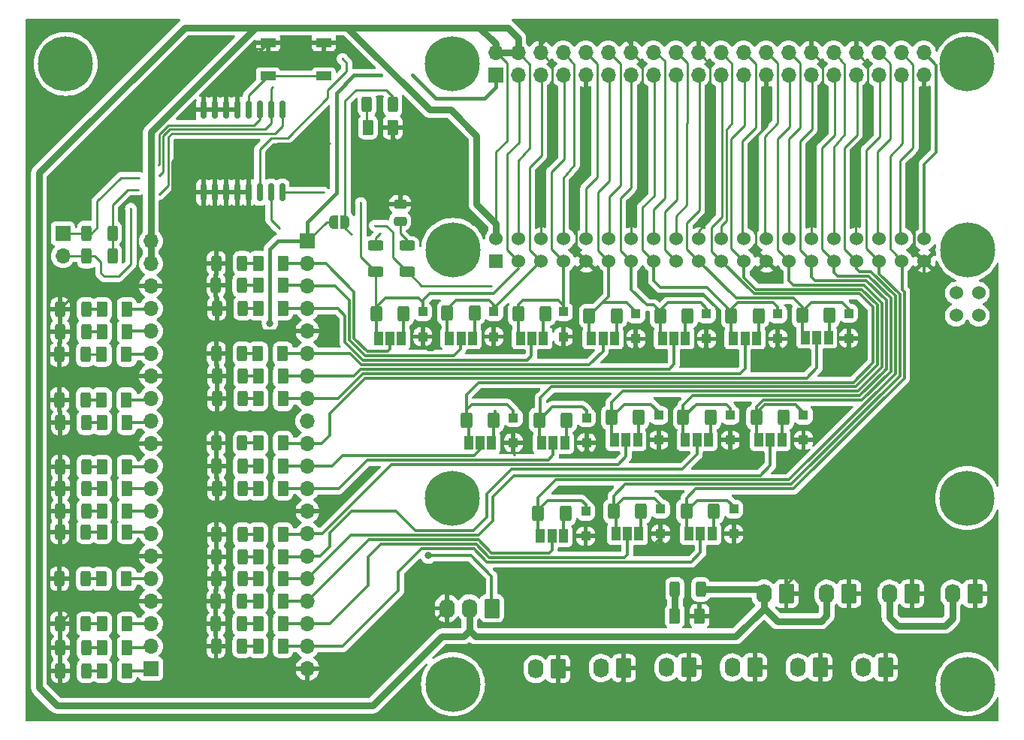
<source format=gbr>
%TF.GenerationSoftware,KiCad,Pcbnew,7.0.7*%
%TF.CreationDate,2024-09-02T11:23:26-05:00*%
%TF.ProjectId,Module_RPI,4d6f6475-6c65-45f5-9250-492e6b696361,rev?*%
%TF.SameCoordinates,Original*%
%TF.FileFunction,Copper,L1,Top*%
%TF.FilePolarity,Positive*%
%FSLAX46Y46*%
G04 Gerber Fmt 4.6, Leading zero omitted, Abs format (unit mm)*
G04 Created by KiCad (PCBNEW 7.0.7) date 2024-09-02 11:23:26*
%MOMM*%
%LPD*%
G01*
G04 APERTURE LIST*
G04 Aperture macros list*
%AMRoundRect*
0 Rectangle with rounded corners*
0 $1 Rounding radius*
0 $2 $3 $4 $5 $6 $7 $8 $9 X,Y pos of 4 corners*
0 Add a 4 corners polygon primitive as box body*
4,1,4,$2,$3,$4,$5,$6,$7,$8,$9,$2,$3,0*
0 Add four circle primitives for the rounded corners*
1,1,$1+$1,$2,$3*
1,1,$1+$1,$4,$5*
1,1,$1+$1,$6,$7*
1,1,$1+$1,$8,$9*
0 Add four rect primitives between the rounded corners*
20,1,$1+$1,$2,$3,$4,$5,0*
20,1,$1+$1,$4,$5,$6,$7,0*
20,1,$1+$1,$6,$7,$8,$9,0*
20,1,$1+$1,$8,$9,$2,$3,0*%
%AMFreePoly0*
4,1,19,0.500000,-0.750000,0.000000,-0.750000,0.000000,-0.744911,-0.071157,-0.744911,-0.207708,-0.704816,-0.327430,-0.627875,-0.420627,-0.520320,-0.479746,-0.390866,-0.500000,-0.250000,-0.500000,0.250000,-0.479746,0.390866,-0.420627,0.520320,-0.327430,0.627875,-0.207708,0.704816,-0.071157,0.744911,0.000000,0.744911,0.000000,0.750000,0.500000,0.750000,0.500000,-0.750000,0.500000,-0.750000,
$1*%
%AMFreePoly1*
4,1,19,0.000000,0.744911,0.071157,0.744911,0.207708,0.704816,0.327430,0.627875,0.420627,0.520320,0.479746,0.390866,0.500000,0.250000,0.500000,-0.250000,0.479746,-0.390866,0.420627,-0.520320,0.327430,-0.627875,0.207708,-0.704816,0.071157,-0.744911,0.000000,-0.744911,0.000000,-0.750000,-0.500000,-0.750000,-0.500000,0.750000,0.000000,0.750000,0.000000,0.744911,0.000000,0.744911,
$1*%
G04 Aperture macros list end*
%TA.AperFunction,SMDPad,CuDef*%
%ADD10RoundRect,0.250000X0.375000X0.625000X-0.375000X0.625000X-0.375000X-0.625000X0.375000X-0.625000X0*%
%TD*%
%TA.AperFunction,SMDPad,CuDef*%
%ADD11RoundRect,0.250000X-0.375000X-0.625000X0.375000X-0.625000X0.375000X0.625000X-0.375000X0.625000X0*%
%TD*%
%TA.AperFunction,SMDPad,CuDef*%
%ADD12RoundRect,0.250000X0.475000X-0.250000X0.475000X0.250000X-0.475000X0.250000X-0.475000X-0.250000X0*%
%TD*%
%TA.AperFunction,SMDPad,CuDef*%
%ADD13RoundRect,0.250000X0.312500X0.625000X-0.312500X0.625000X-0.312500X-0.625000X0.312500X-0.625000X0*%
%TD*%
%TA.AperFunction,ComponentPad*%
%ADD14RoundRect,0.250000X0.620000X0.845000X-0.620000X0.845000X-0.620000X-0.845000X0.620000X-0.845000X0*%
%TD*%
%TA.AperFunction,ComponentPad*%
%ADD15O,1.740000X2.190000*%
%TD*%
%TA.AperFunction,SMDPad,CuDef*%
%ADD16RoundRect,0.250000X0.400000X0.625000X-0.400000X0.625000X-0.400000X-0.625000X0.400000X-0.625000X0*%
%TD*%
%TA.AperFunction,SMDPad,CuDef*%
%ADD17R,1.000000X1.500000*%
%TD*%
%TA.AperFunction,ComponentPad*%
%ADD18C,6.200000*%
%TD*%
%TA.AperFunction,SMDPad,CuDef*%
%ADD19RoundRect,0.250000X-0.300000X0.300000X-0.300000X-0.300000X0.300000X-0.300000X0.300000X0.300000X0*%
%TD*%
%TA.AperFunction,SMDPad,CuDef*%
%ADD20FreePoly0,180.000000*%
%TD*%
%TA.AperFunction,SMDPad,CuDef*%
%ADD21FreePoly1,180.000000*%
%TD*%
%TA.AperFunction,SMDPad,CuDef*%
%ADD22R,1.700000X1.000000*%
%TD*%
%TA.AperFunction,ComponentPad*%
%ADD23R,1.700000X1.700000*%
%TD*%
%TA.AperFunction,ComponentPad*%
%ADD24O,1.700000X1.700000*%
%TD*%
%TA.AperFunction,SMDPad,CuDef*%
%ADD25RoundRect,0.250000X-0.625000X0.312500X-0.625000X-0.312500X0.625000X-0.312500X0.625000X0.312500X0*%
%TD*%
%TA.AperFunction,SMDPad,CuDef*%
%ADD26RoundRect,0.150000X-0.150000X0.875000X-0.150000X-0.875000X0.150000X-0.875000X0.150000X0.875000X0*%
%TD*%
%TA.AperFunction,ComponentPad*%
%ADD27R,1.524000X1.524000*%
%TD*%
%TA.AperFunction,ComponentPad*%
%ADD28C,1.524000*%
%TD*%
%TA.AperFunction,ViaPad*%
%ADD29C,0.300000*%
%TD*%
%TA.AperFunction,ViaPad*%
%ADD30C,0.800000*%
%TD*%
%TA.AperFunction,Conductor*%
%ADD31C,0.250000*%
%TD*%
%TA.AperFunction,Conductor*%
%ADD32C,0.300387*%
%TD*%
%TA.AperFunction,Conductor*%
%ADD33C,0.781437*%
%TD*%
%TA.AperFunction,Conductor*%
%ADD34C,0.386274*%
%TD*%
G04 APERTURE END LIST*
D10*
%TO.P,RTC,1,K*%
%TO.N,GND*%
X90872500Y-69690000D03*
%TO.P,RTC,2,A*%
%TO.N,Net-(D1-A)*%
X88072500Y-69690000D03*
%TD*%
D11*
%TO.P,D42,1,K*%
%TO.N,Net-(D42-K)*%
X75700000Y-120600000D03*
%TO.P,D42,2,A*%
%TO.N,GPIO_31_P*%
X78500000Y-120600000D03*
%TD*%
D12*
%TO.P,C2,1*%
%TO.N,RTC*%
X91700000Y-80250000D03*
%TO.P,C2,2*%
%TO.N,GND*%
X91700000Y-78350000D03*
%TD*%
D13*
%TO.P,R53,1*%
%TO.N,Net-(D53-K)*%
X56325000Y-113000000D03*
%TO.P,R53,2*%
%TO.N,GND*%
X53400000Y-113000000D03*
%TD*%
%TO.P,R43,1*%
%TO.N,Net-(D43-K)*%
X73862500Y-123100000D03*
%TO.P,R43,2*%
%TO.N,GND*%
X70937500Y-123100000D03*
%TD*%
D14*
%TO.P,GPIO16,1,Pin_1*%
%TO.N,GND*%
X146426000Y-130600000D03*
D15*
%TO.P,GPIO16,2,Pin_2*%
%TO.N,GPIO_16_P*%
X143886000Y-130600000D03*
%TD*%
D13*
%TO.P,R55,1*%
%TO.N,Net-(D55-K)*%
X56225000Y-120600000D03*
%TO.P,R55,2*%
%TO.N,GND*%
X53300000Y-120600000D03*
%TD*%
D11*
%TO.P,D38,1,K*%
%TO.N,Net-(D38-K)*%
X75700000Y-107900000D03*
%TO.P,D38,2,A*%
%TO.N,GPIO_21_P*%
X78500000Y-107900000D03*
%TD*%
%TO.P,D45,1,K*%
%TO.N,Net-(D45-K)*%
X75700000Y-128200000D03*
%TO.P,D45,2,A*%
%TO.N,GPIO_37_P*%
X78500000Y-128200000D03*
%TD*%
D16*
%TO.P,R15,1*%
%TO.N,Net-(JP13-A)*%
X110450000Y-102700000D03*
%TO.P,R15,2*%
%TO.N,GPIO_23*%
X107350000Y-102700000D03*
%TD*%
D11*
%TO.P,D36,1,K*%
%TO.N,Net-(D36-K)*%
X75700000Y-100300000D03*
%TO.P,D36,2,A*%
%TO.N,GPIO_15_P*%
X78500000Y-100300000D03*
%TD*%
D13*
%TO.P,R62,1*%
%TO.N,RTC*%
X90875000Y-67100000D03*
%TO.P,R62,2*%
%TO.N,Net-(D1-A)*%
X87950000Y-67100000D03*
%TD*%
D11*
%TO.P,D41,1,K*%
%TO.N,Net-(D41-K)*%
X75700000Y-118100000D03*
%TO.P,D41,2,A*%
%TO.N,GPIO_29_P*%
X78500000Y-118100000D03*
%TD*%
D13*
%TO.P,R44,1*%
%TO.N,Net-(D44-K)*%
X73862500Y-125700000D03*
%TO.P,R44,2*%
%TO.N,GND*%
X70937500Y-125700000D03*
%TD*%
D14*
%TO.P,3.3V1,1,Pin_1*%
%TO.N,GND*%
X156477500Y-122300000D03*
D15*
%TO.P,3.3V1,2,Pin_2*%
%TO.N,3.3V*%
X153937500Y-122300000D03*
%TD*%
D11*
%TO.P,D32,1,K*%
%TO.N,Net-(D32-K)*%
X75700000Y-85000000D03*
%TO.P,D32,2,A*%
%TO.N,GPIO_3_P*%
X78500000Y-85000000D03*
%TD*%
D17*
%TO.P,JP20,1,A*%
%TO.N,Net-(JP20-A)*%
X126450000Y-104950000D03*
%TO.P,JP20,2,C*%
%TO.N,GPIO_29_P*%
X125150000Y-104950000D03*
%TO.P,JP20,3,B*%
%TO.N,GPIO_29*%
X123850000Y-104950000D03*
%TD*%
D11*
%TO.P,D43,1,K*%
%TO.N,Net-(D43-K)*%
X75700000Y-123100000D03*
%TO.P,D43,2,A*%
%TO.N,GPIO_33_P*%
X78500000Y-123100000D03*
%TD*%
D13*
%TO.P,R31,1*%
%TO.N,5V*%
X125562500Y-121800000D03*
%TO.P,R31,2*%
%TO.N,Net-(D31-A)*%
X122637500Y-121800000D03*
%TD*%
D11*
%TO.P,D33,1,K*%
%TO.N,Net-(D33-K)*%
X75700000Y-90100000D03*
%TO.P,D33,2,A*%
%TO.N,GPIO_7_P*%
X78500000Y-90100000D03*
%TD*%
D17*
%TO.P,JP15,1,A*%
%TO.N,Net-(JP15-A)*%
X102000000Y-105250000D03*
%TO.P,JP15,2,C*%
%TO.N,GPIO_21_P*%
X100700000Y-105250000D03*
%TO.P,JP15,3,B*%
%TO.N,GPIO_21*%
X99400000Y-105250000D03*
%TD*%
D16*
%TO.P,R30,1*%
%TO.N,Net-(JP28-A)*%
X127060000Y-112990000D03*
%TO.P,R30,2*%
%TO.N,GPIO_37*%
X123960000Y-112990000D03*
%TD*%
D11*
%TO.P,D57,1,K*%
%TO.N,Net-(D57-K)*%
X58100000Y-128400000D03*
%TO.P,D57,2,A*%
%TO.N,GPIO_38_P*%
X60900000Y-128400000D03*
%TD*%
D17*
%TO.P,JP23,1,A*%
%TO.N,Net-(JP23-A)*%
X110100000Y-115790000D03*
%TO.P,JP23,2,C*%
%TO.N,GPIO_33_P*%
X108800000Y-115790000D03*
%TO.P,JP23,3,B*%
%TO.N,GPIO_33*%
X107500000Y-115790000D03*
%TD*%
D14*
%TO.P,3.3V2,1,Pin_1*%
%TO.N,GND*%
X149387500Y-122300000D03*
D15*
%TO.P,3.3V2,2,Pin_2*%
%TO.N,3.3V*%
X146847500Y-122300000D03*
%TD*%
D11*
%TO.P,D37,1,K*%
%TO.N,Net-(D37-K)*%
X75700000Y-105300000D03*
%TO.P,D37,2,A*%
%TO.N,GPIO_19_P*%
X78500000Y-105300000D03*
%TD*%
D13*
%TO.P,R34,1*%
%TO.N,Net-(D34-K)*%
X73900000Y-95200000D03*
%TO.P,R34,2*%
%TO.N,GND*%
X70975000Y-95200000D03*
%TD*%
D11*
%TO.P,D39,1,K*%
%TO.N,Net-(D39-K)*%
X75700000Y-110400000D03*
%TO.P,D39,2,A*%
%TO.N,GPIO_23_P*%
X78500000Y-110400000D03*
%TD*%
D14*
%TO.P,5V2,1,Pin_1*%
%TO.N,GND*%
X142297500Y-122300000D03*
D15*
%TO.P,5V2,2,Pin_2*%
%TO.N,5V*%
X139757500Y-122300000D03*
%TD*%
D13*
%TO.P,R51,1*%
%TO.N,Net-(D51-K)*%
X56325000Y-108000000D03*
%TO.P,R51,2*%
%TO.N,GND*%
X53400000Y-108000000D03*
%TD*%
%TO.P,R54,1*%
%TO.N,Net-(D54-K)*%
X56262500Y-115300000D03*
%TO.P,R54,2*%
%TO.N,GND*%
X53337500Y-115300000D03*
%TD*%
%TO.P,R39,1*%
%TO.N,Net-(D39-K)*%
X73962500Y-110400000D03*
%TO.P,R39,2*%
%TO.N,GND*%
X71037500Y-110400000D03*
%TD*%
D17*
%TO.P,JP1,1,A*%
%TO.N,Net-(JP1-A)*%
X99850000Y-93450000D03*
%TO.P,JP1,2,C*%
%TO.N,GPIO_5_P*%
X98550000Y-93450000D03*
%TO.P,JP1,3,B*%
%TO.N,GPIO_5*%
X97250000Y-93450000D03*
%TD*%
D18*
%TO.P,,S3,SHIELD*%
%TO.N,N/C*%
X54000000Y-62511000D03*
%TD*%
D16*
%TO.P,R9,1*%
%TO.N,Net-(JP7-A)*%
X132100000Y-90950000D03*
%TO.P,R9,2*%
%TO.N,GPIO_15*%
X129000000Y-90950000D03*
%TD*%
D13*
%TO.P,R38,1*%
%TO.N,Net-(D38-K)*%
X73925000Y-107900000D03*
%TO.P,R38,2*%
%TO.N,GND*%
X71000000Y-107900000D03*
%TD*%
%TO.P,R58,1*%
%TO.N,Net-(D58-K)*%
X56332500Y-130980000D03*
%TO.P,R58,2*%
%TO.N,GND*%
X53407500Y-130980000D03*
%TD*%
%TO.P,R52,1*%
%TO.N,Net-(D52-K)*%
X56325000Y-110400000D03*
%TO.P,R52,2*%
%TO.N,GND*%
X53400000Y-110400000D03*
%TD*%
D16*
%TO.P,R18,1*%
%TO.N,Net-(JP16-A)*%
X118600000Y-102400000D03*
%TO.P,R18,2*%
%TO.N,GPIO_27*%
X115500000Y-102400000D03*
%TD*%
D13*
%TO.P,R35,1*%
%TO.N,Net-(D35-K)*%
X73962500Y-97700000D03*
%TO.P,R35,2*%
%TO.N,GND*%
X71037500Y-97700000D03*
%TD*%
D19*
%TO.P,D5,1,K*%
%TO.N,GPIO_11*%
X118250000Y-90730000D03*
%TO.P,D5,2,A*%
%TO.N,GND*%
X118250000Y-93530000D03*
%TD*%
D13*
%TO.P,R50,1*%
%TO.N,Net-(D50-K)*%
X56325000Y-103000000D03*
%TO.P,R50,2*%
%TO.N,GND*%
X53400000Y-103000000D03*
%TD*%
D20*
%TO.P,RTC,1,A*%
%TO.N,RTC*%
X85500000Y-80350000D03*
D21*
%TO.P,RTC,2,B*%
%TO.N,3.3V*%
X84200000Y-80350000D03*
%TD*%
D16*
%TO.P,R3,1*%
%TO.N,Net-(JP2-A)*%
X92100000Y-90700000D03*
%TO.P,R3,2*%
%TO.N,GPIO_3*%
X89000000Y-90700000D03*
%TD*%
D14*
%TO.P,GPIO22,1,Pin_1*%
%TO.N,GND*%
X131654000Y-130600000D03*
D15*
%TO.P,GPIO22,2,Pin_2*%
%TO.N,GPIO_22_P*%
X129114000Y-130600000D03*
%TD*%
D16*
%TO.P,R22,1*%
%TO.N,Net-(JP20-A)*%
X126700000Y-102400000D03*
%TO.P,R22,2*%
%TO.N,GPIO_29*%
X123600000Y-102400000D03*
%TD*%
D11*
%TO.P,D40,1,K*%
%TO.N,Net-(D40-K)*%
X75700000Y-115600000D03*
%TO.P,D40,2,A*%
%TO.N,GPIO_27_P*%
X78500000Y-115600000D03*
%TD*%
D17*
%TO.P,JP14,1,A*%
%TO.N,Net-(JP14-A)*%
X139950000Y-93380000D03*
%TO.P,JP14,2,C*%
%TO.N,GPIO_19_P*%
X138650000Y-93380000D03*
%TO.P,JP14,3,B*%
%TO.N,GPIO_19*%
X137350000Y-93380000D03*
%TD*%
D13*
%TO.P,R32,1*%
%TO.N,Net-(D32-K)*%
X73900000Y-85000000D03*
%TO.P,R32,2*%
%TO.N,GND*%
X70975000Y-85000000D03*
%TD*%
D16*
%TO.P,R7,1*%
%TO.N,Net-(JP5-A)*%
X124100000Y-90950000D03*
%TO.P,R7,2*%
%TO.N,GPIO_13*%
X121000000Y-90950000D03*
%TD*%
D11*
%TO.P,D51,1,K*%
%TO.N,Net-(D51-K)*%
X58100000Y-108000000D03*
%TO.P,D51,2,A*%
%TO.N,GPIO_22_P*%
X60900000Y-108000000D03*
%TD*%
D14*
%TO.P,5V1,1,Pin_1*%
%TO.N,GND*%
X135207500Y-122280000D03*
D15*
%TO.P,5V1,2,Pin_2*%
%TO.N,5V*%
X132667500Y-122280000D03*
%TD*%
D17*
%TO.P,JP21,1,A*%
%TO.N,Net-(JP21-A)*%
X134700000Y-104950000D03*
%TO.P,JP21,2,C*%
%TO.N,GPIO_31_P*%
X133400000Y-104950000D03*
%TO.P,JP21,3,B*%
%TO.N,GPIO_31*%
X132100000Y-104950000D03*
%TD*%
D16*
%TO.P,R25,1*%
%TO.N,Net-(JP23-A)*%
X110350000Y-113240000D03*
%TO.P,R25,2*%
%TO.N,GPIO_33*%
X107250000Y-113240000D03*
%TD*%
D13*
%TO.P,R56,1*%
%TO.N,Net-(D56-K)*%
X56262500Y-125700000D03*
%TO.P,R56,2*%
%TO.N,GND*%
X53337500Y-125700000D03*
%TD*%
D11*
%TO.P,D34,1,K*%
%TO.N,Net-(D34-K)*%
X75675000Y-95200000D03*
%TO.P,D34,2,A*%
%TO.N,GPIO_11_P*%
X78475000Y-95200000D03*
%TD*%
D13*
%TO.P,R40,1*%
%TO.N,Net-(D40-K)*%
X73925000Y-115600000D03*
%TO.P,R40,2*%
%TO.N,GND*%
X71000000Y-115600000D03*
%TD*%
D19*
%TO.P,D15,1,K*%
%TO.N,GPIO_19*%
X142250000Y-90660000D03*
%TO.P,D15,2,A*%
%TO.N,GND*%
X142250000Y-93460000D03*
%TD*%
D11*
%TO.P,D52,1,K*%
%TO.N,Net-(D52-K)*%
X58100000Y-110400000D03*
%TO.P,D52,2,A*%
%TO.N,GPIO_24_P*%
X60900000Y-110400000D03*
%TD*%
D13*
%TO.P,R45,1*%
%TO.N,Net-(D45-K)*%
X73867500Y-128200000D03*
%TO.P,R45,2*%
%TO.N,GND*%
X70942500Y-128200000D03*
%TD*%
D18*
%TO.P,,S4,SHIELD*%
%TO.N,N/C*%
X97580000Y-111511000D03*
%TO.P,,S3,SHIELD*%
X155580000Y-111511000D03*
%TO.P,,S2,SHIELD*%
X155580000Y-62511000D03*
%TO.P,,S1,SHIELD*%
X97580000Y-62511000D03*
%TD*%
D11*
%TO.P,D50,1,K*%
%TO.N,Net-(D50-K)*%
X58100000Y-103000000D03*
%TO.P,D50,2,A*%
%TO.N,GPIO_18_P*%
X60900000Y-103000000D03*
%TD*%
D17*
%TO.P,JP5,1,A*%
%TO.N,Net-(JP5-A)*%
X123850000Y-93450000D03*
%TO.P,JP5,2,C*%
%TO.N,GPIO_13_P*%
X122550000Y-93450000D03*
%TO.P,JP5,3,B*%
%TO.N,GPIO_13*%
X121250000Y-93450000D03*
%TD*%
%TO.P,JP7,1,A*%
%TO.N,Net-(JP7-A)*%
X131850000Y-93450000D03*
%TO.P,JP7,2,C*%
%TO.N,GPIO_15_P*%
X130550000Y-93450000D03*
%TO.P,JP7,3,B*%
%TO.N,GPIO_15*%
X129250000Y-93450000D03*
%TD*%
D16*
%TO.P,R27,1*%
%TO.N,Net-(JP25-A)*%
X118850000Y-112990000D03*
%TO.P,R27,2*%
%TO.N,GPIO_35*%
X115750000Y-112990000D03*
%TD*%
D19*
%TO.P,D8,1,K*%
%TO.N,GPIO_15*%
X134250000Y-90730000D03*
%TO.P,D8,2,A*%
%TO.N,GND*%
X134250000Y-93530000D03*
%TD*%
%TO.P,D21,1,K*%
%TO.N,GPIO_29*%
X128900000Y-102150000D03*
%TO.P,D21,2,A*%
%TO.N,GND*%
X128900000Y-104950000D03*
%TD*%
D22*
%TO.P,RESET RTC,1,1*%
%TO.N,Net-(U1-~{RST})*%
X83100000Y-63900000D03*
X76800000Y-63900000D03*
%TO.P,RESET RTC,2,2*%
%TO.N,GND*%
X83100000Y-60100000D03*
X76800000Y-60100000D03*
%TD*%
D13*
%TO.P,R33,1*%
%TO.N,Net-(D33-K)*%
X73962500Y-90100000D03*
%TO.P,R33,2*%
%TO.N,GND*%
X71037500Y-90100000D03*
%TD*%
D17*
%TO.P,JP2,1,A*%
%TO.N,Net-(JP2-A)*%
X91850000Y-93450000D03*
%TO.P,JP2,2,C*%
%TO.N,GPIO_3_P*%
X90550000Y-93450000D03*
%TO.P,JP2,3,B*%
%TO.N,GPIO_3*%
X89250000Y-93450000D03*
%TD*%
D14*
%TO.P,GPIO28,1,Pin_1*%
%TO.N,GND*%
X109496000Y-130780000D03*
D15*
%TO.P,GPIO28,2,Pin_2*%
%TO.N,GPIO_28_P*%
X106956000Y-130780000D03*
%TD*%
D13*
%TO.P,R61,1*%
%TO.N,RTC*%
X59275000Y-84200000D03*
%TO.P,R61,2*%
%TO.N,32KHz*%
X56350000Y-84200000D03*
%TD*%
D16*
%TO.P,R4,1*%
%TO.N,Net-(JP1-A)*%
X100100000Y-90600000D03*
%TO.P,R4,2*%
%TO.N,GPIO_5*%
X97000000Y-90600000D03*
%TD*%
D17*
%TO.P,JP25,1,A*%
%TO.N,Net-(JP25-A)*%
X118600000Y-115540000D03*
%TO.P,JP25,2,C*%
%TO.N,GPIO_35_P*%
X117300000Y-115540000D03*
%TO.P,JP25,3,B*%
%TO.N,GPIO_35*%
X116000000Y-115540000D03*
%TD*%
D11*
%TO.P,D30,1,K*%
%TO.N,Net-(D30-K)*%
X75700000Y-87500000D03*
%TO.P,D30,2,A*%
%TO.N,GPIO_5_P*%
X78500000Y-87500000D03*
%TD*%
D17*
%TO.P,JP13,1,A*%
%TO.N,Net-(JP13-A)*%
X110250000Y-105250000D03*
%TO.P,JP13,2,C*%
%TO.N,GPIO_23_P*%
X108950000Y-105250000D03*
%TO.P,JP13,3,B*%
%TO.N,GPIO_23*%
X107650000Y-105250000D03*
%TD*%
D19*
%TO.P,D3,1,K*%
%TO.N,GPIO_5*%
X102250000Y-90480000D03*
%TO.P,D3,2,A*%
%TO.N,GND*%
X102250000Y-93280000D03*
%TD*%
%TO.P,D2,1,K*%
%TO.N,GPIO_3*%
X94250000Y-90480000D03*
%TO.P,D2,2,A*%
%TO.N,GND*%
X94250000Y-93280000D03*
%TD*%
%TO.P,D22,1,K*%
%TO.N,GPIO_31*%
X137150000Y-102150000D03*
%TO.P,D22,2,A*%
%TO.N,GND*%
X137150000Y-104950000D03*
%TD*%
D17*
%TO.P,JP16,1,A*%
%TO.N,Net-(JP16-A)*%
X118450000Y-104950000D03*
%TO.P,JP16,2,C*%
%TO.N,GPIO_27_P*%
X117150000Y-104950000D03*
%TO.P,JP16,3,B*%
%TO.N,GPIO_27*%
X115850000Y-104950000D03*
%TD*%
D11*
%TO.P,D54,1,K*%
%TO.N,Net-(D54-K)*%
X58100000Y-115300000D03*
%TO.P,D54,2,A*%
%TO.N,GPIO_28_P*%
X60900000Y-115300000D03*
%TD*%
D14*
%TO.P,GPIO29,1,Pin_1*%
%TO.N,GPIO_29_P*%
X102040000Y-123930000D03*
D15*
%TO.P,GPIO29,2,Pin_2*%
%TO.N,5V*%
X99500000Y-123930000D03*
%TO.P,GPIO29,3,Pin_3*%
%TO.N,GND*%
X96960000Y-123930000D03*
%TD*%
D11*
%TO.P,D35,1,K*%
%TO.N,Net-(D35-K)*%
X75700000Y-97700000D03*
%TO.P,D35,2,A*%
%TO.N,GPIO_13_P*%
X78500000Y-97700000D03*
%TD*%
%TO.P,D48,1,K*%
%TO.N,Net-(D48-K)*%
X58062500Y-95300000D03*
%TO.P,D48,2,A*%
%TO.N,GPIO_12_P*%
X60862500Y-95300000D03*
%TD*%
D23*
%TO.P,J1,1,Pin_1*%
%TO.N,SQW*%
X53675000Y-81650000D03*
D24*
%TO.P,J1,2,Pin_2*%
%TO.N,32KHz*%
X53675000Y-84190000D03*
%TD*%
D25*
%TO.P,R1,1*%
%TO.N,RTC*%
X88950000Y-83025000D03*
%TO.P,R1,2*%
%TO.N,GPIO_3*%
X88950000Y-85950000D03*
%TD*%
D13*
%TO.P,R42,1*%
%TO.N,Net-(D42-K)*%
X73925000Y-120600000D03*
%TO.P,R42,2*%
%TO.N,GND*%
X71000000Y-120600000D03*
%TD*%
D19*
%TO.P,D24,1,K*%
%TO.N,GPIO_33*%
X112600000Y-112990000D03*
%TO.P,D24,2,A*%
%TO.N,GND*%
X112600000Y-115790000D03*
%TD*%
D26*
%TO.P,U1,1,32KHZ*%
%TO.N,32KHz*%
X78410000Y-67700000D03*
%TO.P,U1,2,VCC*%
%TO.N,RTC*%
X77140000Y-67700000D03*
%TO.P,U1,3,~{INT}/SQW*%
%TO.N,SQW*%
X75870000Y-67700000D03*
%TO.P,U1,4,~{RST}*%
%TO.N,Net-(U1-~{RST})*%
X74600000Y-67700000D03*
%TO.P,U1,5,GND*%
%TO.N,GND*%
X73330000Y-67700000D03*
%TO.P,U1,6,GND*%
X72060000Y-67700000D03*
%TO.P,U1,7,GND*%
X70790000Y-67700000D03*
%TO.P,U1,8,GND*%
X69520000Y-67700000D03*
%TO.P,U1,9,GND*%
X69520000Y-77000000D03*
%TO.P,U1,10,GND*%
X70790000Y-77000000D03*
%TO.P,U1,11,GND*%
X72060000Y-77000000D03*
%TO.P,U1,12,GND*%
X73330000Y-77000000D03*
%TO.P,U1,13,GND*%
X74600000Y-77000000D03*
%TO.P,U1,14,VBAT*%
%TO.N,BAT*%
X75870000Y-77000000D03*
%TO.P,U1,15,SDA*%
%TO.N,GPIO_5*%
X77140000Y-77000000D03*
%TO.P,U1,16,SCL*%
%TO.N,GPIO_3*%
X78410000Y-77000000D03*
%TD*%
D13*
%TO.P,R36,1*%
%TO.N,Net-(D36-K)*%
X73962500Y-100300000D03*
%TO.P,R36,2*%
%TO.N,GND*%
X71037500Y-100300000D03*
%TD*%
D10*
%TO.P,D31,1,K*%
%TO.N,GND*%
X125437500Y-124800000D03*
%TO.P,D31,2,A*%
%TO.N,Net-(D31-A)*%
X122637500Y-124800000D03*
%TD*%
D11*
%TO.P,D47,1,K*%
%TO.N,Net-(D47-K)*%
X58100000Y-92700000D03*
%TO.P,D47,2,A*%
%TO.N,GPIO_10_P*%
X60900000Y-92700000D03*
%TD*%
D13*
%TO.P,R48,1*%
%TO.N,Net-(D48-K)*%
X56225000Y-95300000D03*
%TO.P,R48,2*%
%TO.N,GND*%
X53300000Y-95300000D03*
%TD*%
%TO.P,R37,1*%
%TO.N,Net-(D37-K)*%
X73900000Y-105300000D03*
%TO.P,R37,2*%
%TO.N,GND*%
X70975000Y-105300000D03*
%TD*%
D14*
%TO.P,GPIO18,1,Pin_1*%
%TO.N,GND*%
X139040000Y-130600000D03*
D15*
%TO.P,GPIO18,2,Pin_2*%
%TO.N,GPIO_18_P*%
X136500000Y-130600000D03*
%TD*%
D14*
%TO.P,GPIO24,1,Pin_1*%
%TO.N,GND*%
X124268000Y-130600000D03*
D15*
%TO.P,GPIO24,2,Pin_2*%
%TO.N,GPIO_24_P*%
X121728000Y-130600000D03*
%TD*%
D19*
%TO.P,D17,1,K*%
%TO.N,GPIO_27*%
X120850000Y-102150000D03*
%TO.P,D17,2,A*%
%TO.N,GND*%
X120850000Y-104950000D03*
%TD*%
D13*
%TO.P,R49,1*%
%TO.N,Net-(D49-K)*%
X56225000Y-100400000D03*
%TO.P,R49,2*%
%TO.N,GND*%
X53300000Y-100400000D03*
%TD*%
D17*
%TO.P,JP28,1,A*%
%TO.N,Net-(JP28-A)*%
X126850000Y-115540000D03*
%TO.P,JP28,2,C*%
%TO.N,GPIO_37_P*%
X125550000Y-115540000D03*
%TO.P,JP28,3,B*%
%TO.N,GPIO_37*%
X124250000Y-115540000D03*
%TD*%
D16*
%TO.P,R17,1*%
%TO.N,Net-(JP15-A)*%
X102250000Y-102700000D03*
%TO.P,R17,2*%
%TO.N,GPIO_21*%
X99150000Y-102700000D03*
%TD*%
D19*
%TO.P,D29,1,K*%
%TO.N,GPIO_37*%
X129300000Y-112740000D03*
%TO.P,D29,2,A*%
%TO.N,GND*%
X129300000Y-115540000D03*
%TD*%
%TO.P,D16,1,K*%
%TO.N,GPIO_21*%
X104450000Y-102450000D03*
%TO.P,D16,2,A*%
%TO.N,GND*%
X104450000Y-105250000D03*
%TD*%
%TO.P,D14,1,K*%
%TO.N,GPIO_23*%
X112700000Y-102450000D03*
%TO.P,D14,2,A*%
%TO.N,GND*%
X112700000Y-105250000D03*
%TD*%
D17*
%TO.P,JP3,1,A*%
%TO.N,Net-(JP3-A)*%
X107850000Y-93450000D03*
%TO.P,JP3,2,C*%
%TO.N,GPIO_7_P*%
X106550000Y-93450000D03*
%TO.P,JP3,3,B*%
%TO.N,GPIO_7*%
X105250000Y-93450000D03*
%TD*%
D13*
%TO.P,R46,1*%
%TO.N,Net-(D46-K)*%
X56300000Y-90200000D03*
%TO.P,R46,2*%
%TO.N,GND*%
X53375000Y-90200000D03*
%TD*%
D25*
%TO.P,R59,2*%
%TO.N,GPIO_5*%
X92450000Y-85950000D03*
%TO.P,R59,1*%
%TO.N,RTC*%
X92450000Y-83025000D03*
%TD*%
D13*
%TO.P,R60,1*%
%TO.N,RTC*%
X59275000Y-81600000D03*
%TO.P,R60,2*%
%TO.N,SQW*%
X56350000Y-81600000D03*
%TD*%
D11*
%TO.P,D56,1,K*%
%TO.N,Net-(D56-K)*%
X58100000Y-125700000D03*
%TO.P,D56,2,A*%
%TO.N,GPIO_36_P*%
X60900000Y-125700000D03*
%TD*%
D13*
%TO.P,R41,1*%
%TO.N,Net-(D41-K)*%
X73925000Y-118100000D03*
%TO.P,R41,2*%
%TO.N,GND*%
X71000000Y-118100000D03*
%TD*%
D16*
%TO.P,R16,1*%
%TO.N,Net-(JP14-A)*%
X140100000Y-90880000D03*
%TO.P,R16,2*%
%TO.N,GPIO_19*%
X137000000Y-90880000D03*
%TD*%
D23*
%TO.P,J2,1,Pin_1*%
%TO.N,GPIO_40_P*%
X63600000Y-130750000D03*
D24*
%TO.P,J2,2,Pin_2*%
%TO.N,GPIO_38_P*%
X63600000Y-128210000D03*
%TO.P,J2,3,Pin_3*%
%TO.N,GPIO_36_P*%
X63600000Y-125670000D03*
%TO.P,J2,4,Pin_4*%
%TO.N,GND*%
X63600000Y-123130000D03*
%TO.P,J2,5,Pin_5*%
%TO.N,GPIO_32_P*%
X63600000Y-120590000D03*
%TO.P,J2,6,Pin_6*%
%TO.N,GND*%
X63600000Y-118050000D03*
%TO.P,J2,7,Pin_7*%
%TO.N,GPIO_28_P*%
X63600000Y-115510000D03*
%TO.P,J2,8,Pin_8*%
%TO.N,GPIO_26_P*%
X63600000Y-112970000D03*
%TO.P,J2,9,Pin_9*%
%TO.N,GPIO_24_P*%
X63600000Y-110430000D03*
%TO.P,J2,10,Pin_10*%
%TO.N,GPIO_22_P*%
X63600000Y-107890000D03*
%TO.P,J2,11,Pin_11*%
%TO.N,GND*%
X63600000Y-105350000D03*
%TO.P,J2,12,Pin_12*%
%TO.N,GPIO_18_P*%
X63600000Y-102810000D03*
%TO.P,J2,13,Pin_13*%
%TO.N,GPIO_16_P*%
X63600000Y-100270000D03*
%TO.P,J2,14,Pin_14*%
%TO.N,GND*%
X63600000Y-97730000D03*
%TO.P,J2,15,Pin_15*%
%TO.N,GPIO_12_P*%
X63600000Y-95190000D03*
%TO.P,J2,16,Pin_16*%
%TO.N,GPIO_10_P*%
X63600000Y-92650000D03*
%TO.P,J2,17,Pin_17*%
%TO.N,GPIO_8_P*%
X63600000Y-90110000D03*
%TO.P,J2,18,Pin_18*%
%TO.N,GND*%
X63600000Y-87570000D03*
%TO.P,J2,19,Pin_19*%
%TO.N,5V*%
X63600000Y-85030000D03*
%TO.P,J2,20,Pin_20*%
X63600000Y-82490000D03*
%TD*%
D11*
%TO.P,D46,1,K*%
%TO.N,Net-(D46-K)*%
X58100000Y-90200000D03*
%TO.P,D46,2,A*%
%TO.N,GPIO_8_P*%
X60900000Y-90200000D03*
%TD*%
D13*
%TO.P,R57,1*%
%TO.N,Net-(D57-K)*%
X56325000Y-128400000D03*
%TO.P,R57,2*%
%TO.N,GND*%
X53400000Y-128400000D03*
%TD*%
%TO.P,R47,1*%
%TO.N,Net-(D47-K)*%
X56300000Y-92700000D03*
%TO.P,R47,2*%
%TO.N,GND*%
X53375000Y-92700000D03*
%TD*%
D23*
%TO.P,J4,1,Pin_1*%
%TO.N,3.3V*%
X81250000Y-82500000D03*
D24*
%TO.P,J4,2,Pin_2*%
%TO.N,GPIO_3_P*%
X81250000Y-85040000D03*
%TO.P,J4,3,Pin_3*%
%TO.N,GPIO_5_P*%
X81250000Y-87580000D03*
%TO.P,J4,4,Pin_4*%
%TO.N,GPIO_7_P*%
X81250000Y-90120000D03*
%TO.P,J4,5,Pin_5*%
%TO.N,GND*%
X81250000Y-92660000D03*
%TO.P,J4,6,Pin_6*%
%TO.N,GPIO_11_P*%
X81250000Y-95200000D03*
%TO.P,J4,7,Pin_7*%
%TO.N,GPIO_13_P*%
X81250000Y-97740000D03*
%TO.P,J4,8,Pin_8*%
%TO.N,GPIO_15_P*%
X81250000Y-100280000D03*
%TO.P,J4,9,Pin_9*%
%TO.N,3.3V*%
X81250000Y-102820000D03*
%TO.P,J4,10,Pin_10*%
%TO.N,GPIO_19_P*%
X81250000Y-105360000D03*
%TO.P,J4,11,Pin_11*%
%TO.N,GPIO_21_P*%
X81250000Y-107900000D03*
%TO.P,J4,12,Pin_12*%
%TO.N,GPIO_23_P*%
X81250000Y-110440000D03*
%TO.P,J4,13,Pin_13*%
%TO.N,GND*%
X81250000Y-112980000D03*
%TO.P,J4,14,Pin_14*%
%TO.N,GPIO_27_P*%
X81250000Y-115520000D03*
%TO.P,J4,15,Pin_15*%
%TO.N,GPIO_29_P*%
X81250000Y-118060000D03*
%TO.P,J4,16,Pin_16*%
%TO.N,GPIO_31_P*%
X81250000Y-120600000D03*
%TO.P,J4,17,Pin_17*%
%TO.N,GPIO_33_P*%
X81250000Y-123140000D03*
%TO.P,J4,18,Pin_18*%
%TO.N,GPIO_35_P*%
X81250000Y-125680000D03*
%TO.P,J4,19,Pin_19*%
%TO.N,GPIO_37_P*%
X81250000Y-128220000D03*
%TO.P,J4,20,Pin_20*%
%TO.N,GND*%
X81250000Y-130760000D03*
%TD*%
D11*
%TO.P,D53,1,K*%
%TO.N,Net-(D53-K)*%
X58100000Y-113000000D03*
%TO.P,D53,2,A*%
%TO.N,GPIO_26_P*%
X60900000Y-113000000D03*
%TD*%
D27*
%TO.P,U2,1,3V3*%
%TO.N,3.3V*%
X102520000Y-84770000D03*
D28*
%TO.P,U2,2,5V*%
%TO.N,5V*%
X102520000Y-82230000D03*
%TO.P,U2,3,GPIO2/SDA1*%
%TO.N,GPIO_3*%
X105060000Y-84770000D03*
%TO.P,U2,4,5V*%
%TO.N,5V*%
X105060000Y-82230000D03*
%TO.P,U2,5,GPIO3/SCL1*%
%TO.N,GPIO_5*%
X107600000Y-84770000D03*
%TO.P,U2,6,GND*%
%TO.N,GND*%
X107600000Y-82230000D03*
%TO.P,U2,7,GPIO4/GPIO_GCKL*%
%TO.N,GPIO_7*%
X110140000Y-84770000D03*
%TO.P,U2,8,GPIO14/TXD0*%
%TO.N,GPIO_8*%
X110140000Y-82230000D03*
%TO.P,U2,9,GND*%
%TO.N,GND*%
X112680000Y-84770000D03*
%TO.P,U2,10,GPIO15/RXD0*%
%TO.N,GPIO_10*%
X112680000Y-82230000D03*
%TO.P,U2,11,GPIO17/GPIO_GEN0*%
%TO.N,GPIO_11*%
X115220000Y-84770000D03*
%TO.P,U2,12,GPIO18/GPIO_GEN1*%
%TO.N,GPIO_12*%
X115220000Y-82230000D03*
%TO.P,U2,13,GPIO27/GPIO_GEN2*%
%TO.N,GPIO_13*%
X117760000Y-84770000D03*
%TO.P,U2,14,GND*%
%TO.N,GND*%
X117760000Y-82230000D03*
%TO.P,U2,15,GPIO22/GPIO_GEN3*%
%TO.N,GPIO_15*%
X120300000Y-84770000D03*
%TO.P,U2,16,GPIO23/GPIO_GEN4*%
%TO.N,GPIO_16*%
X120300000Y-82230000D03*
%TO.P,U2,17,3V3*%
%TO.N,3.3V*%
X122840000Y-84770000D03*
%TO.P,U2,18,GPIO24/GPIO_GEN5*%
%TO.N,GPIO_18*%
X122840000Y-82230000D03*
%TO.P,U2,19,GPIO10/SPI_MOSI*%
%TO.N,GPIO_19*%
X125380000Y-84770000D03*
%TO.P,U2,20,GND*%
%TO.N,GND*%
X125380000Y-82230000D03*
%TO.P,U2,21,GPIO9/SPI_MISO*%
%TO.N,GPIO_21*%
X127920000Y-84770000D03*
%TO.P,U2,22,GPIO25/GPIO_GEN6*%
%TO.N,GPIO_22*%
X127920000Y-82230000D03*
%TO.P,U2,23,GPIO11/SPI_SCLK*%
%TO.N,GPIO_23*%
X130460000Y-84770000D03*
%TO.P,U2,24,GPIO8/~{SPI_CE0}*%
%TO.N,GPIO_24*%
X130460000Y-82230000D03*
%TO.P,U2,25,GND*%
%TO.N,GND*%
X133000000Y-84770000D03*
%TO.P,U2,26,GPIO7/~{SPI_CE1}*%
%TO.N,GPIO_26*%
X133000000Y-82230000D03*
%TO.P,U2,27,ID_SD*%
%TO.N,GPIO_27*%
X135540000Y-84770000D03*
%TO.P,U2,28,ID_SC*%
%TO.N,GPIO_28*%
X135540000Y-82230000D03*
%TO.P,U2,29,GPIO5*%
%TO.N,GPIO_29*%
X138080000Y-84770000D03*
%TO.P,U2,30,GND*%
%TO.N,GND*%
X138080000Y-82230000D03*
%TO.P,U2,31,GPIO6*%
%TO.N,GPIO_31*%
X140620000Y-84770000D03*
%TO.P,U2,32,GPIO12*%
%TO.N,GPIO_32*%
X140620000Y-82230000D03*
%TO.P,U2,33,GPIO13*%
%TO.N,GPIO_33*%
X143160000Y-84770000D03*
%TO.P,U2,34,GND*%
%TO.N,GND*%
X143160000Y-82230000D03*
%TO.P,U2,35,GPIO19*%
%TO.N,GPIO_35*%
X145700000Y-84770000D03*
%TO.P,U2,36,GPIO16*%
%TO.N,GPIO_36*%
X145700000Y-82230000D03*
%TO.P,U2,37,GPIO26*%
%TO.N,GPIO_37*%
X148240000Y-84770000D03*
%TO.P,U2,38,GPIO20*%
%TO.N,GPIO_38*%
X148240000Y-82230000D03*
%TO.P,U2,39,GND*%
%TO.N,GND*%
X150780000Y-84770000D03*
%TO.P,U2,40,GPIO21*%
%TO.N,GPIO_40*%
X150780000Y-82230000D03*
%TO.P,U2,41,TR01*%
%TO.N,TR01*%
X156880000Y-90893000D03*
%TO.P,U2,42,TR00*%
%TO.N,TR00*%
X156880000Y-88353000D03*
%TO.P,U2,43,TR03*%
%TO.N,TR03*%
X154340000Y-90893000D03*
%TO.P,U2,44,TR02*%
%TO.N,TR02*%
X154340000Y-88353000D03*
D18*
%TO.P,U2,S1,SHIELD*%
%TO.N,unconnected-(U2-SHIELD-PadS1)*%
X97650000Y-83500000D03*
%TO.P,U2,S2,SHIELD*%
%TO.N,unconnected-(U2-SHIELD-PadS2)*%
X155650000Y-83500000D03*
%TO.P,U2,S3,SHIELD*%
%TO.N,unconnected-(U2-SHIELD-PadS3)*%
X155650000Y-132500000D03*
%TO.P,U2,S4,SHIELD*%
%TO.N,unconnected-(U2-SHIELD-PadS4)*%
X97650000Y-132500000D03*
%TD*%
D14*
%TO.P,GPIO26,1,Pin_1*%
%TO.N,GND*%
X116882000Y-130680000D03*
D15*
%TO.P,GPIO26,2,Pin_2*%
%TO.N,GPIO_26_P*%
X114342000Y-130680000D03*
%TD*%
D17*
%TO.P,JP4,1,A*%
%TO.N,Net-(JP4-A)*%
X115850000Y-93450000D03*
%TO.P,JP4,2,C*%
%TO.N,GPIO_11_P*%
X114550000Y-93450000D03*
%TO.P,JP4,3,B*%
%TO.N,GPIO_11*%
X113250000Y-93450000D03*
%TD*%
D11*
%TO.P,D44,1,K*%
%TO.N,Net-(D44-K)*%
X75700000Y-125700000D03*
%TO.P,D44,2,A*%
%TO.N,GPIO_35_P*%
X78500000Y-125700000D03*
%TD*%
%TO.P,D58,1,K*%
%TO.N,Net-(D58-K)*%
X58100000Y-131000000D03*
%TO.P,D58,2,A*%
%TO.N,GPIO_40_P*%
X60900000Y-131000000D03*
%TD*%
D19*
%TO.P,D26,1,K*%
%TO.N,GPIO_35*%
X121050000Y-112740000D03*
%TO.P,D26,2,A*%
%TO.N,GND*%
X121050000Y-115540000D03*
%TD*%
D11*
%TO.P,D55,1,K*%
%TO.N,Net-(D55-K)*%
X58062500Y-120600000D03*
%TO.P,D55,2,A*%
%TO.N,GPIO_32_P*%
X60862500Y-120600000D03*
%TD*%
D19*
%TO.P,D4,1,K*%
%TO.N,GPIO_7*%
X110100000Y-90480000D03*
%TO.P,D4,2,A*%
%TO.N,GND*%
X110100000Y-93280000D03*
%TD*%
D24*
%TO.P,J1_Rele1,40,Pin_40*%
%TO.N,GPIO_40*%
X150710000Y-61230000D03*
%TO.P,J1_Rele1,39,Pin_39*%
%TO.N,GND*%
X150710000Y-63770000D03*
%TO.P,J1_Rele1,38,Pin_38*%
%TO.N,GPIO_38*%
X148170000Y-61230000D03*
%TO.P,J1_Rele1,37,Pin_37*%
%TO.N,GPIO_37*%
X148170000Y-63770000D03*
%TO.P,J1_Rele1,36,Pin_36*%
%TO.N,GPIO_36*%
X145630000Y-61230000D03*
%TO.P,J1_Rele1,35,Pin_35*%
%TO.N,GPIO_35*%
X145630000Y-63770000D03*
%TO.P,J1_Rele1,34,Pin_34*%
%TO.N,GND*%
X143090000Y-61230000D03*
%TO.P,J1_Rele1,33,Pin_33*%
%TO.N,GPIO_33*%
X143090000Y-63770000D03*
%TO.P,J1_Rele1,32,Pin_32*%
%TO.N,GPIO_32*%
X140550000Y-61230000D03*
%TO.P,J1_Rele1,31,Pin_31*%
%TO.N,GPIO_31*%
X140550000Y-63770000D03*
%TO.P,J1_Rele1,30,Pin_30*%
%TO.N,GND*%
X138010000Y-61230000D03*
%TO.P,J1_Rele1,29,Pin_29*%
%TO.N,GPIO_29*%
X138010000Y-63770000D03*
%TO.P,J1_Rele1,28,Pin_28*%
%TO.N,GPIO_28*%
X135470000Y-61230000D03*
%TO.P,J1_Rele1,27,Pin_27*%
%TO.N,GPIO_27*%
X135470000Y-63770000D03*
%TO.P,J1_Rele1,26,Pin_26*%
%TO.N,GPIO_26*%
X132930000Y-61230000D03*
%TO.P,J1_Rele1,25,Pin_25*%
%TO.N,GND*%
X132930000Y-63770000D03*
%TO.P,J1_Rele1,24,Pin_24*%
%TO.N,GPIO_24*%
X130390000Y-61230000D03*
%TO.P,J1_Rele1,23,Pin_23*%
%TO.N,GPIO_23*%
X130390000Y-63770000D03*
%TO.P,J1_Rele1,22,Pin_22*%
%TO.N,GPIO_22*%
X127850000Y-61230000D03*
%TO.P,J1_Rele1,21,Pin_21*%
%TO.N,GPIO_21*%
X127850000Y-63770000D03*
%TO.P,J1_Rele1,20,Pin_20*%
%TO.N,GND*%
X125310000Y-61230000D03*
%TO.P,J1_Rele1,19,Pin_19*%
%TO.N,GPIO_19*%
X125310000Y-63770000D03*
%TO.P,J1_Rele1,18,Pin_18*%
%TO.N,GPIO_18*%
X122770000Y-61230000D03*
%TO.P,J1_Rele1,17,Pin_17*%
%TO.N,3.3V*%
X122770000Y-63770000D03*
%TO.P,J1_Rele1,16,Pin_16*%
%TO.N,GPIO_16*%
X120230000Y-61230000D03*
%TO.P,J1_Rele1,15,Pin_15*%
%TO.N,GPIO_15*%
X120230000Y-63770000D03*
%TO.P,J1_Rele1,14,Pin_14*%
%TO.N,GND*%
X117690000Y-61230000D03*
%TO.P,J1_Rele1,13,Pin_13*%
%TO.N,GPIO_13*%
X117690000Y-63770000D03*
%TO.P,J1_Rele1,12,Pin_12*%
%TO.N,GPIO_12*%
X115150000Y-61230000D03*
%TO.P,J1_Rele1,11,Pin_11*%
%TO.N,GPIO_11*%
X115150000Y-63770000D03*
%TO.P,J1_Rele1,10,Pin_10*%
%TO.N,GPIO_10*%
X112610000Y-61230000D03*
%TO.P,J1_Rele1,9,Pin_9*%
%TO.N,GND*%
X112610000Y-63770000D03*
%TO.P,J1_Rele1,8,Pin_8*%
%TO.N,GPIO_8*%
X110070000Y-61230000D03*
%TO.P,J1_Rele1,7,Pin_7*%
%TO.N,GPIO_7*%
X110070000Y-63770000D03*
%TO.P,J1_Rele1,6,Pin_6*%
%TO.N,GND*%
X107530000Y-61230000D03*
%TO.P,J1_Rele1,5,Pin_5*%
%TO.N,GPIO_5*%
X107530000Y-63770000D03*
%TO.P,J1_Rele1,4,Pin_4*%
%TO.N,5V*%
X104990000Y-61230000D03*
%TO.P,J1_Rele1,3,Pin_3*%
%TO.N,GPIO_3*%
X104990000Y-63770000D03*
%TO.P,J1_Rele1,2,Pin_2*%
%TO.N,5V*%
X102450000Y-61230000D03*
D23*
%TO.P,J1_Rele1,1,Pin_1*%
%TO.N,3.3V*%
X102450000Y-63770000D03*
%TD*%
D16*
%TO.P,R5,1*%
%TO.N,Net-(JP3-A)*%
X108100000Y-90700000D03*
%TO.P,R5,2*%
%TO.N,GPIO_7*%
X105000000Y-90700000D03*
%TD*%
D19*
%TO.P,D6,1,K*%
%TO.N,GPIO_13*%
X126222500Y-90730000D03*
%TO.P,D6,2,A*%
%TO.N,GND*%
X126222500Y-93530000D03*
%TD*%
D16*
%TO.P,R6,1*%
%TO.N,Net-(JP4-A)*%
X116100000Y-90950000D03*
%TO.P,R6,2*%
%TO.N,GPIO_11*%
X113000000Y-90950000D03*
%TD*%
D13*
%TO.P,R2,1*%
%TO.N,Net-(D30-K)*%
X73862500Y-87500000D03*
%TO.P,R2,2*%
%TO.N,GND*%
X70937500Y-87500000D03*
%TD*%
D16*
%TO.P,R23,1*%
%TO.N,Net-(JP21-A)*%
X134950000Y-102400000D03*
%TO.P,R23,2*%
%TO.N,GPIO_31*%
X131850000Y-102400000D03*
%TD*%
D11*
%TO.P,D49,1,K*%
%TO.N,Net-(D49-K)*%
X58062500Y-100400000D03*
%TO.P,D49,2,A*%
%TO.N,GPIO_16_P*%
X60862500Y-100400000D03*
%TD*%
D29*
%TO.N,GND*%
X85600000Y-60700000D03*
X74550000Y-60800000D03*
%TO.N,BAT*%
X85200000Y-61950000D03*
%TO.N,RTC*%
X86200000Y-81750000D03*
X77350000Y-65100000D03*
X86700000Y-65450000D03*
X91700000Y-81650000D03*
X89450000Y-81650000D03*
%TO.N,GPIO_5*%
X78100000Y-81050000D03*
X88850000Y-80750000D03*
%TO.N,GPIO_3*%
X87250000Y-78200000D03*
X83050000Y-77000000D03*
%TO.N,32KHz*%
X61350000Y-78850000D03*
X64550000Y-77200000D03*
%TO.N,RTC*%
X62200000Y-76700000D03*
X64550000Y-75150000D03*
%TO.N,SQW*%
X62250000Y-75350000D03*
X64450000Y-73900000D03*
%TO.N,GPIO_5*%
X101950000Y-87550000D03*
%TO.N,GND*%
X117000000Y-94800000D03*
X130000000Y-106600000D03*
X122100000Y-117400000D03*
X127400000Y-94800000D03*
X91600000Y-71500000D03*
X119000000Y-70600000D03*
X113900000Y-106600000D03*
X103200000Y-94800000D03*
X104600000Y-106600000D03*
X88000000Y-71500000D03*
X77900000Y-71500000D03*
X119700000Y-117400000D03*
X98100000Y-71500000D03*
X122100000Y-106600000D03*
X133020000Y-69430000D03*
X127500000Y-106600000D03*
X125100000Y-94800000D03*
X111400000Y-106600000D03*
X135800000Y-106600000D03*
X83800000Y-71500000D03*
X139275000Y-69300000D03*
X108800000Y-94800000D03*
X73800000Y-71500000D03*
X108800000Y-69700000D03*
X150710000Y-72290000D03*
X126100000Y-71300000D03*
X119100000Y-106600000D03*
X135500000Y-94800000D03*
X111100000Y-94800000D03*
X119300000Y-94800000D03*
X101100000Y-94800000D03*
X95400000Y-94800000D03*
X140800000Y-94800000D03*
X127600000Y-117400000D03*
X114700000Y-117400000D03*
X132900000Y-94800000D03*
X71400000Y-92149613D03*
%TO.N,3.3V*%
X93100000Y-63800000D03*
X89500000Y-63800000D03*
D30*
X77000000Y-91800000D03*
%TO.N,GPIO_29_P*%
X94900000Y-118000000D03*
%TD*%
D31*
%TO.N,RTC*%
X59275000Y-84200000D02*
X59275000Y-81600000D01*
%TO.N,GND*%
X85000000Y-60100000D02*
X85600000Y-60700000D01*
X83100000Y-60100000D02*
X85000000Y-60100000D01*
X90872500Y-70772500D02*
X91600000Y-71500000D01*
X90872500Y-69690000D02*
X90872500Y-70772500D01*
%TO.N,Net-(D1-A)*%
X87950000Y-67100000D02*
X87950000Y-69567500D01*
X87950000Y-69567500D02*
X88072500Y-69690000D01*
%TO.N,RTC*%
X90875000Y-66225000D02*
X90875000Y-67100000D01*
X90100000Y-65450000D02*
X90875000Y-66225000D01*
X86700000Y-65450000D02*
X90100000Y-65450000D01*
%TO.N,3.3V*%
X83400000Y-80350000D02*
X81250000Y-82500000D01*
X84200000Y-80350000D02*
X83400000Y-80350000D01*
%TO.N,GND*%
X76100000Y-60800000D02*
X76800000Y-60100000D01*
X74550000Y-60800000D02*
X76100000Y-60800000D01*
%TO.N,BAT*%
X79000000Y-70850000D02*
X77150000Y-70850000D01*
X83500000Y-66350000D02*
X79000000Y-70850000D01*
X83500000Y-65500000D02*
X83500000Y-66350000D01*
X85650000Y-62400000D02*
X85650000Y-63350000D01*
X77150000Y-70850000D02*
X75870000Y-72130000D01*
X85200000Y-61950000D02*
X85650000Y-62400000D01*
X85650000Y-63350000D02*
X83500000Y-65500000D01*
X75870000Y-72130000D02*
X75870000Y-77000000D01*
%TO.N,RTC*%
X85500000Y-81050000D02*
X86200000Y-81750000D01*
X85500000Y-80350000D02*
X85500000Y-81050000D01*
%TO.N,GND*%
X73330000Y-63570000D02*
X73330000Y-67700000D01*
X76800000Y-60100000D02*
X73330000Y-63570000D01*
%TO.N,Net-(U1-~{RST})*%
X76800000Y-63900000D02*
X83100000Y-63900000D01*
X74600000Y-66100000D02*
X74600000Y-67700000D01*
X76800000Y-63900000D02*
X74600000Y-66100000D01*
%TO.N,GND*%
X76800000Y-60100000D02*
X83100000Y-60100000D01*
%TO.N,RTC*%
X77140000Y-65310000D02*
X77350000Y-65100000D01*
X77140000Y-67700000D02*
X77140000Y-65310000D01*
X85500000Y-66650000D02*
X86700000Y-65450000D01*
X85500000Y-80350000D02*
X85500000Y-66650000D01*
%TO.N,GND*%
X92150000Y-76950000D02*
X92150000Y-72050000D01*
X91700000Y-77400000D02*
X92150000Y-76950000D01*
X91700000Y-78350000D02*
X91700000Y-77400000D01*
X92150000Y-72050000D02*
X91600000Y-71500000D01*
%TO.N,RTC*%
X91700000Y-80250000D02*
X91700000Y-81650000D01*
X92450000Y-83025000D02*
X92450000Y-82400000D01*
X92450000Y-82400000D02*
X91700000Y-81650000D01*
X88950000Y-82150000D02*
X89450000Y-81650000D01*
X88950000Y-83025000D02*
X88950000Y-82150000D01*
%TO.N,GND*%
X74600000Y-72300000D02*
X73800000Y-71500000D01*
X74600000Y-77000000D02*
X74600000Y-72300000D01*
X72060000Y-67700000D02*
X73330000Y-67700000D01*
X70790000Y-67700000D02*
X72060000Y-67700000D01*
X69520000Y-67700000D02*
X70790000Y-67700000D01*
X70790000Y-77000000D02*
X69520000Y-77000000D01*
X72060000Y-77000000D02*
X70790000Y-77000000D01*
X73330000Y-77000000D02*
X72060000Y-77000000D01*
X74600000Y-77000000D02*
X73330000Y-77000000D01*
%TO.N,GPIO_5*%
X78100000Y-81050000D02*
X77140000Y-80090000D01*
X77140000Y-80090000D02*
X77140000Y-77000000D01*
X89650000Y-80750000D02*
X88850000Y-80750000D01*
X90850000Y-81500000D02*
X90100000Y-80750000D01*
X90850000Y-84350000D02*
X90850000Y-81500000D01*
X92450000Y-85950000D02*
X90850000Y-84350000D01*
X90100000Y-80750000D02*
X89650000Y-80750000D01*
%TO.N,GPIO_3*%
X87250000Y-84250000D02*
X87250000Y-78200000D01*
X88950000Y-85950000D02*
X87250000Y-84250000D01*
X78410000Y-77000000D02*
X83050000Y-77000000D01*
%TO.N,32KHz*%
X65550000Y-70750000D02*
X65550000Y-76200000D01*
X77600000Y-70350000D02*
X65950000Y-70350000D01*
X65950000Y-70350000D02*
X65550000Y-70750000D01*
X78410000Y-69540000D02*
X77600000Y-70350000D01*
X78410000Y-67700000D02*
X78410000Y-69540000D01*
X65550000Y-76200000D02*
X64550000Y-77200000D01*
%TO.N,RTC*%
X61000000Y-76700000D02*
X59275000Y-78425000D01*
X62200000Y-76700000D02*
X61000000Y-76700000D01*
X65000000Y-73150000D02*
X65000000Y-74700000D01*
X59275000Y-78425000D02*
X59275000Y-81600000D01*
X65000000Y-74700000D02*
X64550000Y-75150000D01*
%TO.N,SQW*%
X60200000Y-75350000D02*
X62250000Y-75350000D01*
X57550000Y-78000000D02*
X60200000Y-75350000D01*
X57550000Y-81000000D02*
X57550000Y-78000000D01*
X56950000Y-81600000D02*
X57550000Y-81000000D01*
X56350000Y-81600000D02*
X56950000Y-81600000D01*
X64550000Y-73800000D02*
X64450000Y-73900000D01*
X64550000Y-72700000D02*
X64550000Y-73800000D01*
%TO.N,32KHz*%
X59950000Y-86500000D02*
X61350000Y-85100000D01*
X58350000Y-86500000D02*
X59950000Y-86500000D01*
X57950000Y-84850000D02*
X57950000Y-86100000D01*
X57950000Y-86100000D02*
X58350000Y-86500000D01*
X57700000Y-84600000D02*
X57950000Y-84850000D01*
X57300000Y-84200000D02*
X57700000Y-84600000D01*
X61350000Y-85100000D02*
X61350000Y-78850000D01*
X56350000Y-84200000D02*
X57300000Y-84200000D01*
X56340000Y-84190000D02*
X53675000Y-84190000D01*
X56350000Y-84200000D02*
X56340000Y-84190000D01*
%TO.N,RTC*%
X65000000Y-70636396D02*
X65000000Y-73150000D01*
X65068198Y-70568198D02*
X65000000Y-70636396D01*
X65736396Y-69900000D02*
X65068198Y-70568198D01*
X76450000Y-69900000D02*
X65736396Y-69900000D01*
X77140000Y-69210000D02*
X76450000Y-69900000D01*
X77140000Y-67700000D02*
X77140000Y-69210000D01*
%TO.N,SQW*%
X64550000Y-70450000D02*
X64550000Y-72700000D01*
X65550000Y-69450000D02*
X64550000Y-70450000D01*
X66200000Y-69450000D02*
X65550000Y-69450000D01*
%TO.N,RTC*%
X59275000Y-81600000D02*
X59300000Y-81575000D01*
%TO.N,SQW*%
X75200000Y-69450000D02*
X66200000Y-69450000D01*
X75870000Y-68780000D02*
X75200000Y-69450000D01*
X75870000Y-67700000D02*
X75870000Y-68780000D01*
%TO.N,GPIO_3*%
X88950000Y-85950000D02*
X88950000Y-90650000D01*
X88950000Y-90650000D02*
X89000000Y-90700000D01*
%TO.N,GPIO_5*%
X94100000Y-87550000D02*
X101950000Y-87550000D01*
X92450000Y-85900000D02*
X94100000Y-87550000D01*
%TO.N,SQW*%
X53675000Y-81650000D02*
X56300000Y-81650000D01*
X56300000Y-81650000D02*
X56350000Y-81600000D01*
D32*
%TO.N,GND*%
X109496000Y-130780000D02*
X109496000Y-133096000D01*
D31*
X112700000Y-105250000D02*
X112700000Y-106000000D01*
D32*
X143090000Y-59590000D02*
X142100000Y-58600000D01*
X70975000Y-85000000D02*
X70975000Y-87462500D01*
X71000000Y-115600000D02*
X71000000Y-118100000D01*
X139040000Y-132440000D02*
X140500000Y-133900000D01*
D33*
X150780000Y-84920000D02*
X150750000Y-84950000D01*
D31*
X66000000Y-73500000D02*
X66000000Y-86500000D01*
X107550000Y-74400000D02*
X107550000Y-82230000D01*
D32*
X71037500Y-110400000D02*
X71000000Y-110437500D01*
X140500000Y-133900000D02*
X144700000Y-133900000D01*
X70975000Y-93525000D02*
X71840000Y-92660000D01*
X71037500Y-97700000D02*
X71037500Y-100300000D01*
D31*
X121400000Y-106600000D02*
X122100000Y-106600000D01*
X120200000Y-106600000D02*
X119100000Y-106600000D01*
D32*
X71037500Y-91837500D02*
X71860000Y-92660000D01*
D31*
X142250000Y-93460000D02*
X142250000Y-94250000D01*
X77900000Y-71500000D02*
X83800000Y-71500000D01*
D32*
X146426000Y-132174000D02*
X146426000Y-130600000D01*
D31*
X102250000Y-94350000D02*
X102700000Y-94800000D01*
D32*
X149600000Y-73400000D02*
X149600000Y-83590000D01*
D31*
X110300000Y-94800000D02*
X111100000Y-94800000D01*
D32*
X53300000Y-100400000D02*
X53300000Y-102900000D01*
X71860000Y-92660000D02*
X71840000Y-92660000D01*
X139040000Y-130600000D02*
X139040000Y-132440000D01*
D31*
X126600000Y-62580000D02*
X126600000Y-70700000D01*
D32*
X121050000Y-116050000D02*
X119700000Y-117400000D01*
D31*
X66000000Y-86500000D02*
X64930000Y-87570000D01*
D32*
X117690000Y-61230000D02*
X117690000Y-60290000D01*
D31*
X144400000Y-62550000D02*
X144400000Y-70700000D01*
X132900000Y-94800000D02*
X133700000Y-94800000D01*
X126100000Y-71300000D02*
X126600000Y-70700000D01*
D32*
X150600000Y-118900000D02*
X154600000Y-118900000D01*
X133300000Y-133900000D02*
X140500000Y-133900000D01*
X56005000Y-87570000D02*
X53375000Y-90200000D01*
X70975000Y-95200000D02*
X70975000Y-93525000D01*
D31*
X112700000Y-63770000D02*
X112700000Y-74500000D01*
D32*
X156477500Y-120777500D02*
X156477500Y-122300000D01*
D31*
X104450000Y-106450000D02*
X104600000Y-106600000D01*
D32*
X53337500Y-128337500D02*
X53400000Y-128400000D01*
X116000000Y-58600000D02*
X109300000Y-58600000D01*
D31*
X143000000Y-82120000D02*
X143110000Y-82230000D01*
X110100000Y-94600000D02*
X109900000Y-94800000D01*
D32*
X128600000Y-117400000D02*
X127600000Y-117400000D01*
D31*
X133020000Y-63770000D02*
X133020000Y-69430000D01*
D32*
X63600000Y-87570000D02*
X56005000Y-87570000D01*
X121050000Y-115540000D02*
X121050000Y-116050000D01*
X70937500Y-123100000D02*
X70937500Y-120662500D01*
D31*
X101800000Y-94800000D02*
X101100000Y-94800000D01*
X125330000Y-81370000D02*
X125330000Y-82230000D01*
D32*
X135207500Y-122280000D02*
X135207500Y-121292500D01*
D31*
X94900000Y-94800000D02*
X95400000Y-94800000D01*
X118700000Y-94800000D02*
X119300000Y-94800000D01*
D32*
X115000000Y-133900000D02*
X122300000Y-133900000D01*
X70942500Y-128200000D02*
X70942500Y-125705000D01*
X81250000Y-130760000D02*
X90130000Y-130760000D01*
D31*
X118250000Y-94350000D02*
X118700000Y-94800000D01*
D32*
X71000000Y-110437500D02*
X71000000Y-115600000D01*
D31*
X133700000Y-94800000D02*
X134250000Y-94250000D01*
X126600000Y-80000000D02*
X125330000Y-81370000D01*
D32*
X70937500Y-120662500D02*
X71000000Y-120600000D01*
D31*
X88000000Y-71500000D02*
X91600000Y-71500000D01*
X68000000Y-71500000D02*
X66000000Y-73500000D01*
D32*
X53300000Y-95300000D02*
X53300000Y-100400000D01*
D31*
X128900000Y-106100000D02*
X129400000Y-106600000D01*
D32*
X142297500Y-120097500D02*
X141100000Y-118900000D01*
D31*
X119000000Y-62450000D02*
X119000000Y-76950000D01*
D32*
X53400000Y-103000000D02*
X53400000Y-108000000D01*
X149387500Y-122300000D02*
X149387500Y-120112500D01*
D31*
X94250000Y-94150000D02*
X94900000Y-94800000D01*
X108800000Y-69700000D02*
X108800000Y-72965000D01*
X129400000Y-106600000D02*
X130000000Y-106600000D01*
X120850000Y-106050000D02*
X121400000Y-106600000D01*
X120850000Y-105950000D02*
X120200000Y-106600000D01*
X91600000Y-71500000D02*
X98100000Y-71500000D01*
D32*
X149600000Y-83590000D02*
X150780000Y-84770000D01*
X136000000Y-58600000D02*
X126600000Y-58600000D01*
D31*
X131750000Y-83450000D02*
X132950000Y-84650000D01*
D32*
X55907500Y-123130000D02*
X53337500Y-125700000D01*
D31*
X102250000Y-94350000D02*
X101800000Y-94800000D01*
X150800000Y-63770000D02*
X150750000Y-63820000D01*
D32*
X133140000Y-115540000D02*
X135207500Y-117607500D01*
X53375000Y-92700000D02*
X53375000Y-95225000D01*
X53300000Y-125662500D02*
X53337500Y-125700000D01*
D31*
X138000000Y-71700000D02*
X138000000Y-82200000D01*
X134800000Y-94800000D02*
X135500000Y-94800000D01*
X112700000Y-105250000D02*
X112700000Y-105900000D01*
D32*
X70975000Y-97637500D02*
X71037500Y-97700000D01*
D31*
X117800000Y-94800000D02*
X117000000Y-94800000D01*
X118250000Y-94350000D02*
X117800000Y-94800000D01*
D32*
X135207500Y-117607500D02*
X135207500Y-122280000D01*
X71037500Y-105237500D02*
X70975000Y-105300000D01*
D31*
X109900000Y-94800000D02*
X108800000Y-94800000D01*
D32*
X63600000Y-123130000D02*
X55907500Y-123130000D01*
D31*
X126222500Y-93530000D02*
X126222500Y-94422500D01*
X137150000Y-106050000D02*
X136600000Y-106600000D01*
D32*
X138010000Y-61230000D02*
X138010000Y-59810000D01*
X70975000Y-87462500D02*
X70937500Y-87500000D01*
X71037500Y-100300000D02*
X71037500Y-105237500D01*
D31*
X107620000Y-61230000D02*
X108800000Y-62595000D01*
D32*
X129300000Y-115540000D02*
X129300000Y-116700000D01*
X125310000Y-61230000D02*
X125310000Y-59890000D01*
D31*
X134250000Y-94250000D02*
X134800000Y-94800000D01*
D32*
X129300000Y-116700000D02*
X128600000Y-117400000D01*
X122300000Y-133900000D02*
X133300000Y-133900000D01*
D31*
X125800000Y-94800000D02*
X125100000Y-94800000D01*
D32*
X141100000Y-118900000D02*
X150600000Y-118900000D01*
D31*
X143180000Y-61230000D02*
X144400000Y-62550000D01*
D32*
X70975000Y-105300000D02*
X70975000Y-107875000D01*
D31*
X126222500Y-93530000D02*
X126222500Y-94377500D01*
D32*
X124268000Y-131932000D02*
X122300000Y-133900000D01*
X116882000Y-132018000D02*
X115000000Y-133900000D01*
D31*
X131750000Y-70700000D02*
X131750000Y-83450000D01*
X137150000Y-104950000D02*
X137150000Y-106050000D01*
X111500000Y-83640000D02*
X112630000Y-84770000D01*
D32*
X53400000Y-130972500D02*
X53407500Y-130980000D01*
D31*
X141700000Y-94800000D02*
X140800000Y-94800000D01*
D32*
X109300000Y-58600000D02*
X107530000Y-60370000D01*
D31*
X102700000Y-94800000D02*
X103200000Y-94800000D01*
D32*
X131654000Y-130600000D02*
X131654000Y-132254000D01*
D31*
X112600000Y-117000000D02*
X113000000Y-117400000D01*
D32*
X81250000Y-130760000D02*
X72160000Y-130760000D01*
X109496000Y-133096000D02*
X110300000Y-133900000D01*
X72160000Y-130760000D02*
X70942500Y-129542500D01*
X53400000Y-115237500D02*
X53337500Y-115300000D01*
D31*
X126600000Y-70700000D02*
X126600000Y-80000000D01*
X120850000Y-104950000D02*
X120850000Y-105800000D01*
D32*
X53400000Y-128400000D02*
X53400000Y-130972500D01*
D31*
X110100000Y-94600000D02*
X110300000Y-94800000D01*
D32*
X53337500Y-125700000D02*
X53337500Y-128337500D01*
X70937500Y-90000000D02*
X71037500Y-90100000D01*
D31*
X139275000Y-62405000D02*
X139275000Y-69300000D01*
X113300000Y-106600000D02*
X113900000Y-106600000D01*
D32*
X107530000Y-60370000D02*
X107530000Y-61230000D01*
X138010000Y-59810000D02*
X136800000Y-58600000D01*
X142100000Y-58600000D02*
X136000000Y-58600000D01*
X71037500Y-90100000D02*
X71037500Y-91837500D01*
X121050000Y-115540000D02*
X121050000Y-116350000D01*
X70975000Y-95200000D02*
X70975000Y-97637500D01*
X150780000Y-84770000D02*
X150780000Y-118720000D01*
D31*
X126222500Y-94422500D02*
X126600000Y-94800000D01*
X110100000Y-93280000D02*
X110100000Y-94600000D01*
X94250000Y-93280000D02*
X94250000Y-94150000D01*
X133020000Y-69430000D02*
X131750000Y-70700000D01*
D32*
X71000000Y-107900000D02*
X71000000Y-110362500D01*
X53300000Y-120600000D02*
X53300000Y-125662500D01*
D31*
X117710000Y-78240000D02*
X117710000Y-82230000D01*
X112000000Y-106600000D02*
X111400000Y-106600000D01*
X117780000Y-61230000D02*
X119000000Y-62450000D01*
X134250000Y-94250000D02*
X134250000Y-93530000D01*
D32*
X53375000Y-95225000D02*
X53300000Y-95300000D01*
X71000000Y-118100000D02*
X71000000Y-120600000D01*
X70975000Y-107875000D02*
X71000000Y-107900000D01*
X121050000Y-116350000D02*
X122100000Y-117400000D01*
D31*
X120850000Y-105800000D02*
X120850000Y-106050000D01*
X126222500Y-94377500D02*
X125800000Y-94800000D01*
X112700000Y-106000000D02*
X113300000Y-106600000D01*
X144400000Y-70700000D02*
X143000000Y-72200000D01*
X112600000Y-115790000D02*
X112600000Y-117000000D01*
X126600000Y-94800000D02*
X127400000Y-94800000D01*
X108800000Y-72965000D02*
X107550000Y-74400000D01*
D32*
X53300000Y-102900000D02*
X53400000Y-103000000D01*
X70937500Y-87500000D02*
X70937500Y-90000000D01*
D31*
X112700000Y-74500000D02*
X111500000Y-75700000D01*
D32*
X126600000Y-58600000D02*
X116000000Y-58600000D01*
X70937500Y-125700000D02*
X70937500Y-123100000D01*
X142297500Y-122300000D02*
X142297500Y-120097500D01*
D31*
X120850000Y-105800000D02*
X120850000Y-105950000D01*
X118250000Y-93530000D02*
X118250000Y-94350000D01*
D32*
X136800000Y-58600000D02*
X136000000Y-58600000D01*
X53400000Y-113000000D02*
X53400000Y-115237500D01*
X53400000Y-110400000D02*
X53400000Y-113000000D01*
X70942500Y-129542500D02*
X70942500Y-128200000D01*
D31*
X136600000Y-106600000D02*
X135800000Y-106600000D01*
X138100000Y-61230000D02*
X139275000Y-62405000D01*
X111500000Y-75700000D02*
X111500000Y-83640000D01*
X104450000Y-105250000D02*
X104450000Y-106450000D01*
D32*
X90130000Y-130760000D02*
X96960000Y-123930000D01*
D31*
X139275000Y-69300000D02*
X139275000Y-70425000D01*
D32*
X150710000Y-72290000D02*
X149600000Y-73400000D01*
X154600000Y-118900000D02*
X156477500Y-120777500D01*
X150710000Y-63770000D02*
X150710000Y-72290000D01*
X144700000Y-133900000D02*
X146426000Y-132174000D01*
D31*
X73800000Y-71500000D02*
X68000000Y-71500000D01*
X108800000Y-62595000D02*
X108800000Y-69700000D01*
X119000000Y-76950000D02*
X117710000Y-78240000D01*
D32*
X53337500Y-120562500D02*
X53300000Y-120600000D01*
X125310000Y-59890000D02*
X126600000Y-58600000D01*
X53400000Y-108000000D02*
X53400000Y-110400000D01*
X71860000Y-92660000D02*
X81250000Y-92660000D01*
X150780000Y-118720000D02*
X150450000Y-119050000D01*
D31*
X102250000Y-93280000D02*
X102250000Y-94350000D01*
X128900000Y-106100000D02*
X128400000Y-106600000D01*
X143000000Y-72200000D02*
X143000000Y-82120000D01*
D32*
X137600000Y-118900000D02*
X141100000Y-118900000D01*
D31*
X142250000Y-94250000D02*
X141700000Y-94800000D01*
X139275000Y-70425000D02*
X138000000Y-71700000D01*
D33*
X150780000Y-84770000D02*
X150780000Y-84920000D01*
D31*
X64930000Y-87570000D02*
X63600000Y-87570000D01*
D32*
X110300000Y-133900000D02*
X115000000Y-133900000D01*
X143090000Y-61230000D02*
X143090000Y-59590000D01*
X53375000Y-90200000D02*
X53375000Y-92700000D01*
D31*
X128400000Y-106600000D02*
X127500000Y-106600000D01*
D32*
X116882000Y-130680000D02*
X116882000Y-132018000D01*
X70942500Y-125705000D02*
X70937500Y-125700000D01*
D31*
X128900000Y-104950000D02*
X128900000Y-106100000D01*
D32*
X117690000Y-60290000D02*
X116000000Y-58600000D01*
X129300000Y-115540000D02*
X133140000Y-115540000D01*
X124268000Y-130600000D02*
X124268000Y-131932000D01*
X71000000Y-110362500D02*
X71037500Y-110400000D01*
X150450000Y-119050000D02*
X150600000Y-118900000D01*
D31*
X113000000Y-117400000D02*
X114700000Y-117400000D01*
X125400000Y-61230000D02*
X126600000Y-62580000D01*
D32*
X149387500Y-120112500D02*
X150450000Y-119050000D01*
X131654000Y-132254000D02*
X133300000Y-133900000D01*
D31*
X138000000Y-82200000D02*
X138030000Y-82230000D01*
X112700000Y-105900000D02*
X112000000Y-106600000D01*
D32*
X135207500Y-121292500D02*
X137600000Y-118900000D01*
X53337500Y-115300000D02*
X53337500Y-120562500D01*
%TO.N,GPIO_3*%
X93750000Y-88950000D02*
X90000000Y-88950000D01*
X94250000Y-89450000D02*
X94250000Y-89200000D01*
X94250000Y-89200000D02*
X95000000Y-88450000D01*
X90000000Y-88950000D02*
X89000000Y-89950000D01*
X89000000Y-90700000D02*
X89000000Y-93200000D01*
X89000000Y-93200000D02*
X89250000Y-93450000D01*
%TO.N,GPIO_5*%
X97000000Y-93200000D02*
X97250000Y-93450000D01*
D31*
X106250000Y-74200000D02*
X106250000Y-83470000D01*
D32*
X98000000Y-89200000D02*
X101750000Y-89200000D01*
D31*
X107620000Y-72830000D02*
X106250000Y-74200000D01*
D32*
X97000000Y-90700000D02*
X97000000Y-90200000D01*
D31*
X106250000Y-83470000D02*
X107550000Y-84770000D01*
%TO.N,GPIO_3*%
X103750000Y-72700000D02*
X103750000Y-83510000D01*
D32*
%TO.N,GPIO_5*%
X97000000Y-90200000D02*
X98000000Y-89200000D01*
X97000000Y-90700000D02*
X97000000Y-93200000D01*
D31*
%TO.N,GPIO_3*%
X103750000Y-83510000D02*
X105010000Y-84770000D01*
D32*
X89000000Y-89950000D02*
X89000000Y-90700000D01*
%TO.N,GPIO_5*%
X102250000Y-89700000D02*
X102250000Y-90480000D01*
D31*
X107620000Y-63770000D02*
X107620000Y-72830000D01*
D32*
%TO.N,GPIO_3*%
X94250000Y-90480000D02*
X94250000Y-89450000D01*
%TO.N,GPIO_5*%
X102250000Y-90120000D02*
X107600000Y-84770000D01*
%TO.N,GPIO_3*%
X94250000Y-89450000D02*
X93750000Y-88950000D01*
X95000000Y-88450000D02*
X102250000Y-88450000D01*
D31*
X105080000Y-71370000D02*
X103750000Y-72700000D01*
D32*
%TO.N,GPIO_5*%
X102250000Y-90480000D02*
X102250000Y-90120000D01*
X101750000Y-89200000D02*
X102250000Y-89700000D01*
%TO.N,GPIO_3*%
X102250000Y-88450000D02*
X105060000Y-85640000D01*
D31*
X105080000Y-63770000D02*
X105080000Y-71370000D01*
D32*
%TO.N,GPIO_7*%
X105500000Y-89200000D02*
X109500000Y-89200000D01*
D31*
X108750000Y-83430000D02*
X110090000Y-84770000D01*
X110160000Y-73290000D02*
X108750000Y-74700000D01*
D32*
X105000000Y-90700000D02*
X105000000Y-89700000D01*
D31*
X108750000Y-74700000D02*
X108750000Y-83430000D01*
D32*
X110100000Y-89800000D02*
X110100000Y-90480000D01*
X105000000Y-90700000D02*
X105000000Y-93200000D01*
X110140000Y-84770000D02*
X110140000Y-90440000D01*
D31*
X110160000Y-63770000D02*
X110160000Y-73290000D01*
D32*
X105000000Y-93200000D02*
X105250000Y-93450000D01*
X109500000Y-89200000D02*
X110100000Y-89800000D01*
X110140000Y-90440000D02*
X110100000Y-90480000D01*
X105000000Y-89700000D02*
X105500000Y-89200000D01*
%TO.N,GPIO_11*%
X117250000Y-89450000D02*
X118250000Y-90450000D01*
X118250000Y-90450000D02*
X118250000Y-90730000D01*
D31*
X114000000Y-76950000D02*
X114000000Y-83600000D01*
X115250000Y-63780000D02*
X115250000Y-75700000D01*
X115250000Y-75700000D02*
X114000000Y-76950000D01*
D32*
X113000000Y-90950000D02*
X113000000Y-93200000D01*
X115220000Y-84770000D02*
X115220000Y-88730000D01*
D31*
X114000000Y-83600000D02*
X115170000Y-84770000D01*
D32*
X114500000Y-89450000D02*
X117250000Y-89450000D01*
X113000000Y-90950000D02*
X114500000Y-89450000D01*
X113000000Y-93200000D02*
X113250000Y-93450000D01*
D31*
X115240000Y-63770000D02*
X115250000Y-63780000D01*
D32*
X115220000Y-88730000D02*
X114500000Y-89450000D01*
D31*
%TO.N,GPIO_13*%
X117780000Y-63770000D02*
X117750000Y-63800000D01*
D32*
X117750000Y-87950000D02*
X119500000Y-89700000D01*
X125600000Y-89450000D02*
X126222500Y-90072500D01*
X121000000Y-93200000D02*
X121250000Y-93450000D01*
X117760000Y-87940000D02*
X117750000Y-87950000D01*
X121000000Y-90300000D02*
X121850000Y-89450000D01*
D31*
X116875000Y-77325000D02*
X116500000Y-77700000D01*
D32*
X121000000Y-90950000D02*
X121000000Y-90300000D01*
D31*
X116500000Y-83560000D02*
X117710000Y-84770000D01*
X117750000Y-63800000D02*
X117750000Y-76450000D01*
D32*
X119500000Y-89700000D02*
X120250000Y-89700000D01*
D31*
X116875000Y-77325000D02*
X116750000Y-77450000D01*
X116500000Y-77700000D02*
X116500000Y-83560000D01*
D32*
X121000000Y-90450000D02*
X121000000Y-90950000D01*
D31*
X117750000Y-76450000D02*
X116875000Y-77325000D01*
D32*
X126222500Y-90072500D02*
X126222500Y-90730000D01*
X120250000Y-89700000D02*
X121000000Y-90450000D01*
X121850000Y-89450000D02*
X125600000Y-89450000D01*
X121000000Y-90950000D02*
X121000000Y-93200000D01*
X117760000Y-84770000D02*
X117760000Y-87940000D01*
D31*
%TO.N,GPIO_12*%
X116500000Y-62490000D02*
X116500000Y-76200000D01*
X115250000Y-82150000D02*
X115170000Y-82230000D01*
X116500000Y-76200000D02*
X115250000Y-77450000D01*
X115250000Y-77450000D02*
X115250000Y-82150000D01*
X115240000Y-61230000D02*
X116500000Y-62490000D01*
%TO.N,GPIO_15*%
X120320000Y-63770000D02*
X120320000Y-77380000D01*
X119000000Y-83520000D02*
X120250000Y-84770000D01*
D32*
X133750000Y-89450000D02*
X134250000Y-89950000D01*
X129000000Y-90950000D02*
X129000000Y-90200000D01*
X129000000Y-90450000D02*
X129000000Y-90950000D01*
X129750000Y-89450000D02*
X133750000Y-89450000D01*
X121000000Y-87700000D02*
X126250000Y-87700000D01*
X129000000Y-90950000D02*
X129000000Y-93200000D01*
X129000000Y-93200000D02*
X129250000Y-93450000D01*
X121000000Y-87700000D02*
X120300000Y-87000000D01*
D31*
X120320000Y-77380000D02*
X119000000Y-78700000D01*
D32*
X134250000Y-89950000D02*
X134250000Y-90730000D01*
X120300000Y-87000000D02*
X120300000Y-84770000D01*
X126250000Y-87700000D02*
X129000000Y-90450000D01*
D31*
X119000000Y-78700000D02*
X119000000Y-83520000D01*
D32*
X129000000Y-90200000D02*
X129750000Y-89450000D01*
D31*
%TO.N,GPIO_16*%
X121500000Y-62200000D02*
X121500000Y-77700000D01*
X121500000Y-77700000D02*
X120250000Y-78950000D01*
X120530000Y-61230000D02*
X121500000Y-62200000D01*
X120320000Y-61230000D02*
X120530000Y-61230000D01*
X120250000Y-78950000D02*
X120250000Y-82230000D01*
%TO.N,GPIO_18*%
X122860000Y-61230000D02*
X124035000Y-62405000D01*
X124035000Y-62405000D02*
X124035000Y-69165000D01*
X124035000Y-69165000D02*
X124000000Y-69200000D01*
X124000000Y-69200000D02*
X124000000Y-78450000D01*
X122790000Y-79660000D02*
X122790000Y-82230000D01*
X124000000Y-78450000D02*
X122790000Y-79660000D01*
%TO.N,GPIO_22*%
X129100000Y-62540000D02*
X129100000Y-69200000D01*
X127940000Y-61230000D02*
X129100000Y-62540000D01*
X128500000Y-69950000D02*
X128500000Y-80200000D01*
X127870000Y-80830000D02*
X127870000Y-82230000D01*
X128500000Y-80200000D02*
X127870000Y-80830000D01*
X129100000Y-69200000D02*
X128500000Y-69950000D01*
%TO.N,GPIO_24*%
X130480000Y-61230000D02*
X131750000Y-62500000D01*
X131750000Y-62500000D02*
X131750000Y-69700000D01*
X130250000Y-82070000D02*
X130410000Y-82230000D01*
X131750000Y-69700000D02*
X130250000Y-71200000D01*
X130250000Y-71200000D02*
X130250000Y-82070000D01*
%TO.N,GPIO_26*%
X132750000Y-70700000D02*
X132750000Y-82030000D01*
X133030000Y-61230000D02*
X134250000Y-62450000D01*
X132750000Y-82030000D02*
X132950000Y-82230000D01*
X134250000Y-62450000D02*
X134250000Y-69200000D01*
X134250000Y-69200000D02*
X132750000Y-70700000D01*
X133020000Y-61230000D02*
X133030000Y-61230000D01*
D32*
%TO.N,GPIO_23*%
X107500000Y-100200000D02*
X107500000Y-102550000D01*
D31*
X130480000Y-63770000D02*
X130480000Y-69470000D01*
X130480000Y-69470000D02*
X129000000Y-70950000D01*
X129000000Y-83360000D02*
X130410000Y-84770000D01*
D32*
X143750000Y-87950000D02*
X145500000Y-89700000D01*
D31*
X129000000Y-70950000D02*
X129000000Y-83360000D01*
D32*
X108850000Y-101200000D02*
X112250000Y-101200000D01*
X130460000Y-86602346D02*
X131807654Y-87950000D01*
X130460000Y-84770000D02*
X130460000Y-86602346D01*
X145500000Y-96450000D02*
X143000000Y-98950000D01*
X112250000Y-101200000D02*
X112700000Y-101650000D01*
X108750000Y-98950000D02*
X107500000Y-100200000D01*
X145500000Y-89700000D02*
X145500000Y-96450000D01*
X143000000Y-98950000D02*
X108750000Y-98950000D01*
X107500000Y-102550000D02*
X107350000Y-102700000D01*
X107350000Y-102700000D02*
X108850000Y-101200000D01*
X112700000Y-101650000D02*
X112700000Y-102450000D01*
X131807654Y-87950000D02*
X143750000Y-87950000D01*
X107350000Y-102700000D02*
X107350000Y-104950000D01*
D31*
%TO.N,GPIO_19*%
X125400000Y-63770000D02*
X125400000Y-79050000D01*
D32*
X136000000Y-88950000D02*
X137000000Y-89950000D01*
X141500000Y-89450000D02*
X138000000Y-89450000D01*
X138000000Y-89450000D02*
X137000000Y-90450000D01*
X129560000Y-88950000D02*
X136000000Y-88950000D01*
D31*
X124000000Y-83440000D02*
X125330000Y-84770000D01*
D32*
X142250000Y-90200000D02*
X141500000Y-89450000D01*
X142250000Y-90660000D02*
X142250000Y-90200000D01*
D31*
X125400000Y-79050000D02*
X124000000Y-80450000D01*
D32*
X137000000Y-93030000D02*
X137350000Y-93380000D01*
D31*
X124000000Y-80450000D02*
X124000000Y-83440000D01*
D32*
X125380000Y-84770000D02*
X129560000Y-88950000D01*
X137000000Y-90880000D02*
X137000000Y-93030000D01*
X137000000Y-90450000D02*
X137000000Y-90880000D01*
X137000000Y-89950000D02*
X137000000Y-90880000D01*
%TO.N,GPIO_21*%
X145000000Y-96200000D02*
X142750000Y-98450000D01*
X143500000Y-88450000D02*
X145000000Y-89950000D01*
D31*
X127940000Y-63770000D02*
X127940000Y-79760000D01*
D32*
X99150000Y-101550000D02*
X99150000Y-102700000D01*
X100500000Y-98450000D02*
X99150000Y-99800000D01*
X99750000Y-100950000D02*
X99150000Y-101550000D01*
X99400000Y-102950000D02*
X99150000Y-102700000D01*
X99150000Y-99800000D02*
X99150000Y-102700000D01*
X104450000Y-101650000D02*
X103750000Y-100950000D01*
X145000000Y-89950000D02*
X145000000Y-96200000D01*
X104450000Y-102450000D02*
X104450000Y-101650000D01*
X103750000Y-100950000D02*
X99750000Y-100950000D01*
X127920000Y-84770000D02*
X131600000Y-88450000D01*
X99400000Y-105250000D02*
X99400000Y-102950000D01*
X142750000Y-98450000D02*
X100500000Y-98450000D01*
D31*
X126750000Y-80950000D02*
X126750000Y-83650000D01*
X126750000Y-83650000D02*
X127870000Y-84770000D01*
D32*
X131600000Y-88450000D02*
X143500000Y-88450000D01*
D31*
X127940000Y-79760000D02*
X126750000Y-80950000D01*
D32*
%TO.N,GPIO_27*%
X119950000Y-100900000D02*
X117000000Y-100900000D01*
D31*
X135560000Y-69640000D02*
X135560000Y-63770000D01*
D32*
X146000000Y-89492346D02*
X146000000Y-96700000D01*
D31*
X135490000Y-84770000D02*
X134250000Y-83530000D01*
D32*
X136000000Y-87450000D02*
X143957654Y-87450000D01*
D31*
X134250000Y-83530000D02*
X134250000Y-70950000D01*
D32*
X115850000Y-104950000D02*
X115500000Y-104600000D01*
X120850000Y-102150000D02*
X120850000Y-101800000D01*
X116750000Y-99450000D02*
X115500000Y-100700000D01*
D31*
X134250000Y-70950000D02*
X135560000Y-69640000D01*
D32*
X135540000Y-86990000D02*
X136000000Y-87450000D01*
X115500000Y-100700000D02*
X115500000Y-102400000D01*
X143250000Y-99450000D02*
X116750000Y-99450000D01*
X135540000Y-84770000D02*
X135540000Y-86990000D01*
X143957654Y-87450000D02*
X146000000Y-89492346D01*
X120850000Y-101800000D02*
X119950000Y-100900000D01*
X146000000Y-96700000D02*
X143250000Y-99450000D01*
X115500000Y-104600000D02*
X115500000Y-102400000D01*
X117000000Y-100900000D02*
X115500000Y-102400000D01*
D31*
%TO.N,GPIO_28*%
X135500000Y-70950000D02*
X136750000Y-69700000D01*
X136750000Y-62420000D02*
X135560000Y-61230000D01*
X136750000Y-69700000D02*
X136750000Y-62420000D01*
X135500000Y-70950000D02*
X135500000Y-82220000D01*
X135500000Y-82220000D02*
X135490000Y-82230000D01*
%TO.N,GPIO_8*%
X111300000Y-62570000D02*
X111300000Y-73950000D01*
X111300000Y-73950000D02*
X110090000Y-75360000D01*
X110090000Y-75360000D02*
X110090000Y-82230000D01*
X110160000Y-61230000D02*
X111300000Y-62570000D01*
%TO.N,GPIO_10*%
X112630000Y-76570000D02*
X112630000Y-82230000D01*
X112630000Y-61230000D02*
X113900000Y-62500000D01*
X113900000Y-75300000D02*
X113850000Y-75350000D01*
X112700000Y-61230000D02*
X112700000Y-61400000D01*
X112610000Y-61230000D02*
X112630000Y-61230000D01*
X113900000Y-62500000D02*
X113900000Y-75300000D01*
X113850000Y-75350000D02*
X112630000Y-76570000D01*
D32*
%TO.N,GPIO_29*%
X144250000Y-86950000D02*
X146500000Y-89200000D01*
X123600000Y-102400000D02*
X123600000Y-104700000D01*
X123600000Y-101000000D02*
X124650000Y-99950000D01*
D31*
X136750000Y-71200000D02*
X136750000Y-83490000D01*
D32*
X123600000Y-104700000D02*
X123850000Y-104950000D01*
X146500000Y-96950000D02*
X146353827Y-97096173D01*
X138080000Y-86530000D02*
X138500000Y-86950000D01*
D31*
X138100000Y-63770000D02*
X137930000Y-63770000D01*
D32*
X128450000Y-100900000D02*
X128900000Y-101350000D01*
D31*
X138100000Y-69850000D02*
X136750000Y-71200000D01*
D32*
X138500000Y-86950000D02*
X144250000Y-86950000D01*
X138080000Y-84770000D02*
X138080000Y-86530000D01*
D31*
X136750000Y-83490000D02*
X138030000Y-84770000D01*
D32*
X123600000Y-102400000D02*
X125100000Y-100900000D01*
X128900000Y-101350000D02*
X128900000Y-102150000D01*
X146353827Y-97096173D02*
X143500000Y-99950000D01*
X146500000Y-89200000D02*
X146500000Y-96950000D01*
D31*
X138100000Y-63770000D02*
X138100000Y-69850000D01*
D32*
X143500000Y-99950000D02*
X124650000Y-99950000D01*
X123600000Y-101000000D02*
X123600000Y-102400000D01*
X125100000Y-100900000D02*
X128450000Y-100900000D01*
D31*
X137930000Y-63770000D02*
X137750000Y-63950000D01*
D32*
X146353827Y-97096173D02*
X146353827Y-97053827D01*
%TO.N,GPIO_31*%
X131850000Y-101850000D02*
X132750000Y-100950000D01*
X140620000Y-86070000D02*
X141000000Y-86450000D01*
D31*
X140640000Y-63770000D02*
X140640000Y-70560000D01*
D32*
X131850000Y-101200000D02*
X131850000Y-102400000D01*
X132600000Y-100450000D02*
X131850000Y-101200000D01*
X132750000Y-100950000D02*
X136250000Y-100950000D01*
X144500000Y-86450000D02*
X147000000Y-88950000D01*
X131850000Y-104700000D02*
X132100000Y-104950000D01*
X143750000Y-100450000D02*
X132600000Y-100450000D01*
X131850000Y-102400000D02*
X131850000Y-101850000D01*
D31*
X139250000Y-71950000D02*
X139250000Y-83450000D01*
D32*
X147000000Y-97200000D02*
X143750000Y-100450000D01*
X141000000Y-86450000D02*
X144500000Y-86450000D01*
X147000000Y-88950000D02*
X147000000Y-97200000D01*
X131850000Y-102400000D02*
X131850000Y-104700000D01*
D31*
X140640000Y-70560000D02*
X139250000Y-71950000D01*
X139250000Y-83450000D02*
X140570000Y-84770000D01*
D32*
X137150000Y-101850000D02*
X137150000Y-102150000D01*
X140620000Y-84770000D02*
X140620000Y-86070000D01*
X136250000Y-100950000D02*
X137150000Y-101850000D01*
D31*
%TO.N,GPIO_32*%
X140640000Y-61230000D02*
X141800000Y-62590000D01*
X140570000Y-71880000D02*
X140570000Y-82230000D01*
X141800000Y-70450000D02*
X140570000Y-71880000D01*
X141800000Y-62590000D02*
X141800000Y-70450000D01*
D32*
%TO.N,GPIO_33*%
X135500000Y-109450000D02*
X109250000Y-109450000D01*
X147500000Y-88700000D02*
X147500000Y-97450000D01*
X109250000Y-109450000D02*
X107250000Y-111450000D01*
D31*
X143180000Y-63770000D02*
X143180000Y-70520000D01*
D32*
X112100000Y-111740000D02*
X112600000Y-112240000D01*
X107250000Y-111450000D02*
X107250000Y-113240000D01*
X143160000Y-85610000D02*
X143500000Y-85950000D01*
D31*
X141750000Y-71950000D02*
X141750000Y-83410000D01*
D32*
X147500000Y-97450000D02*
X135500000Y-109450000D01*
X107250000Y-113240000D02*
X107250000Y-112840000D01*
X112600000Y-112240000D02*
X112600000Y-112990000D01*
D31*
X143180000Y-70520000D02*
X141750000Y-71950000D01*
D32*
X143500000Y-85950000D02*
X144750000Y-85950000D01*
X107250000Y-113240000D02*
X107250000Y-115540000D01*
X107250000Y-115540000D02*
X107500000Y-115790000D01*
D31*
X141750000Y-83410000D02*
X143110000Y-84770000D01*
D32*
X144750000Y-85950000D02*
X147500000Y-88700000D01*
X143160000Y-84770000D02*
X143160000Y-85610000D01*
X107250000Y-112840000D02*
X108350000Y-111740000D01*
X108350000Y-111740000D02*
X112100000Y-111740000D01*
D31*
%TO.N,GPIO_36*%
X145500000Y-72450000D02*
X145500000Y-82080000D01*
X146900000Y-70940000D02*
X145500000Y-72450000D01*
X145500000Y-82080000D02*
X145650000Y-82230000D01*
X146900000Y-62500000D02*
X146900000Y-70940000D01*
X145720000Y-61230000D02*
X146900000Y-62500000D01*
D32*
%TO.N,GPIO_35*%
X145700000Y-84770000D02*
X145700000Y-86192346D01*
X116850000Y-111490000D02*
X120350000Y-111490000D01*
D31*
X145720000Y-63770000D02*
X145720000Y-70730000D01*
D32*
X148000000Y-97700000D02*
X135750000Y-109950000D01*
X116000000Y-113240000D02*
X115750000Y-112990000D01*
X115750000Y-115290000D02*
X116000000Y-115540000D01*
X121050000Y-112190000D02*
X121050000Y-112740000D01*
X116000000Y-115540000D02*
X116000000Y-113240000D01*
X148000000Y-88492346D02*
X148000000Y-97700000D01*
X115750000Y-111250000D02*
X115750000Y-112990000D01*
X117050000Y-109950000D02*
X115750000Y-111250000D01*
X120350000Y-111490000D02*
X121050000Y-112190000D01*
X145700000Y-86192346D02*
X148000000Y-88492346D01*
X135750000Y-109950000D02*
X117050000Y-109950000D01*
D31*
X145720000Y-70730000D02*
X144250000Y-72200000D01*
X144250000Y-72200000D02*
X144250000Y-83370000D01*
X144250000Y-83370000D02*
X145650000Y-84770000D01*
D32*
X115750000Y-112590000D02*
X116850000Y-111490000D01*
D31*
%TO.N,GPIO_38*%
X149500000Y-71950000D02*
X149325000Y-72125000D01*
X148000000Y-73450000D02*
X148000000Y-82040000D01*
X148000000Y-82040000D02*
X148190000Y-82230000D01*
X149325000Y-72125000D02*
X148000000Y-73450000D01*
X149500000Y-62560000D02*
X149500000Y-71950000D01*
X149325000Y-72125000D02*
X149400000Y-72050000D01*
X148170000Y-61230000D02*
X149500000Y-62560000D01*
D32*
%TO.N,GPIO_40*%
X152129806Y-72470194D02*
X152129806Y-62649806D01*
X152129806Y-62649806D02*
X150710000Y-61230000D01*
X150780000Y-73820000D02*
X152129806Y-72470194D01*
X150780000Y-82230000D02*
X150780000Y-73820000D01*
%TO.N,GPIO_37*%
X148250000Y-84780000D02*
X148250000Y-87950000D01*
D31*
X148260000Y-71440000D02*
X146900000Y-72950000D01*
D32*
X123960000Y-115250000D02*
X124250000Y-115540000D01*
X148240000Y-84770000D02*
X148250000Y-84780000D01*
X136000000Y-110450000D02*
X125000000Y-110450000D01*
D31*
X148260000Y-63770000D02*
X148260000Y-71440000D01*
X146900000Y-72950000D02*
X146900000Y-83330000D01*
D32*
X128600000Y-111740000D02*
X129300000Y-112440000D01*
X129300000Y-112440000D02*
X129300000Y-112740000D01*
X123960000Y-112990000D02*
X125210000Y-111740000D01*
X123960000Y-112990000D02*
X123960000Y-115250000D01*
X148250000Y-87950000D02*
X148500000Y-88200000D01*
X125210000Y-111740000D02*
X128600000Y-111740000D01*
X125000000Y-110450000D02*
X123960000Y-111490000D01*
X123960000Y-111490000D02*
X123960000Y-112990000D01*
X148500000Y-88200000D02*
X148500000Y-97950000D01*
X148500000Y-97950000D02*
X136000000Y-110450000D01*
D31*
X146900000Y-83330000D02*
X148190000Y-84770000D01*
D32*
X148240000Y-84770000D02*
X148000000Y-85010000D01*
D31*
%TO.N,3.3V*%
X121500000Y-83480000D02*
X122790000Y-84770000D01*
X121500000Y-79200000D02*
X121500000Y-83480000D01*
D33*
X146847500Y-124947500D02*
X147800000Y-125900000D01*
D34*
X84500000Y-77100000D02*
X84500000Y-65800000D01*
D33*
X153937500Y-125062500D02*
X153937500Y-122300000D01*
D34*
X81250000Y-82500000D02*
X81250000Y-80350000D01*
D33*
X146847500Y-122300000D02*
X146847500Y-124947500D01*
D34*
X86500000Y-63800000D02*
X89500000Y-63800000D01*
X101200000Y-66400000D02*
X102450000Y-65150000D01*
X77900000Y-82500000D02*
X77000000Y-83400000D01*
X77000000Y-83400000D02*
X77000000Y-91800000D01*
X93100000Y-63800000D02*
X95700000Y-66400000D01*
X102450000Y-65150000D02*
X102450000Y-63770000D01*
X81250000Y-80350000D02*
X84500000Y-77100000D01*
D33*
X147800000Y-125900000D02*
X153100000Y-125900000D01*
D34*
X81250000Y-82500000D02*
X77900000Y-82500000D01*
X95700000Y-66400000D02*
X101200000Y-66400000D01*
D31*
X122860000Y-63770000D02*
X122860000Y-77840000D01*
D34*
X84500000Y-65800000D02*
X86500000Y-63800000D01*
D31*
X122860000Y-77840000D02*
X121500000Y-79200000D01*
D33*
X153100000Y-125900000D02*
X153937500Y-125062500D01*
D32*
%TO.N,GPIO_29_P*%
X102000000Y-120300000D02*
X99700000Y-118000000D01*
X104300000Y-108200000D02*
X101500000Y-111000000D01*
X123500000Y-108200000D02*
X104300000Y-108200000D01*
X83750000Y-115450000D02*
X83750000Y-116950000D01*
X102040000Y-123930000D02*
X102000000Y-123890000D01*
X78500000Y-118100000D02*
X81210000Y-118100000D01*
X83750000Y-116950000D02*
X82640000Y-118060000D01*
X99700000Y-118000000D02*
X94900000Y-118000000D01*
X101500000Y-111000000D02*
X101500000Y-113600000D01*
X102000000Y-123890000D02*
X102000000Y-120300000D01*
X91200000Y-113000000D02*
X86200000Y-113000000D01*
X86200000Y-113000000D02*
X83750000Y-115450000D01*
X101500000Y-113600000D02*
X99900387Y-115199613D01*
X125150000Y-104950000D02*
X125150000Y-106550000D01*
X93399613Y-115199613D02*
X91200000Y-113000000D01*
X81210000Y-118100000D02*
X81250000Y-118060000D01*
X82640000Y-118060000D02*
X81250000Y-118060000D01*
X125150000Y-106550000D02*
X123500000Y-108200000D01*
X99900387Y-115199613D02*
X93399613Y-115199613D01*
%TO.N,GPIO_40_P*%
X63350000Y-131000000D02*
X63600000Y-130750000D01*
X60900000Y-131000000D02*
X63350000Y-131000000D01*
%TO.N,GPIO_38_P*%
X63410000Y-128400000D02*
X63600000Y-128210000D01*
X60900000Y-128400000D02*
X63410000Y-128400000D01*
%TO.N,GPIO_36_P*%
X60930000Y-125670000D02*
X63600000Y-125670000D01*
X60900000Y-125700000D02*
X60930000Y-125670000D01*
%TO.N,GPIO_32_P*%
X63590000Y-120600000D02*
X63600000Y-120590000D01*
X60862500Y-120600000D02*
X63590000Y-120600000D01*
%TO.N,GPIO_28_P*%
X63390000Y-115300000D02*
X63600000Y-115510000D01*
X60900000Y-115300000D02*
X63390000Y-115300000D01*
%TO.N,GPIO_26_P*%
X60930000Y-112970000D02*
X63600000Y-112970000D01*
X60900000Y-113000000D02*
X60930000Y-112970000D01*
%TO.N,GPIO_24_P*%
X60900000Y-110400000D02*
X63570000Y-110400000D01*
X63570000Y-110400000D02*
X63600000Y-110430000D01*
%TO.N,GPIO_22_P*%
X60900000Y-108000000D02*
X63490000Y-108000000D01*
X63490000Y-108000000D02*
X63600000Y-107890000D01*
%TO.N,GPIO_18_P*%
X63410000Y-103000000D02*
X63600000Y-102810000D01*
X60900000Y-103000000D02*
X63410000Y-103000000D01*
%TO.N,GPIO_16_P*%
X63470000Y-100400000D02*
X63600000Y-100270000D01*
X60862500Y-100400000D02*
X63470000Y-100400000D01*
%TO.N,GPIO_12_P*%
X63490000Y-95300000D02*
X63600000Y-95190000D01*
X60862500Y-95300000D02*
X63490000Y-95300000D01*
%TO.N,GPIO_10_P*%
X63600000Y-92650000D02*
X60950000Y-92650000D01*
X60950000Y-92650000D02*
X60900000Y-92700000D01*
%TO.N,GPIO_8_P*%
X63510000Y-90200000D02*
X63600000Y-90110000D01*
X60900000Y-90200000D02*
X63510000Y-90200000D01*
%TO.N,GPIO_3_P*%
X88000000Y-94950000D02*
X88500000Y-94950000D01*
X90550000Y-93450000D02*
X90550000Y-94650000D01*
X81250000Y-85040000D02*
X83340000Y-85040000D01*
X90550000Y-94650000D02*
X90250000Y-94950000D01*
X86500000Y-93450000D02*
X88000000Y-94950000D01*
X78500000Y-85000000D02*
X81210000Y-85000000D01*
X83340000Y-85040000D02*
X86500000Y-88200000D01*
X81210000Y-85000000D02*
X81250000Y-85040000D01*
X86500000Y-88200000D02*
X86500000Y-93450000D01*
X90250000Y-94950000D02*
X88500000Y-94950000D01*
%TO.N,GPIO_5_P*%
X88250000Y-95450000D02*
X87750000Y-95450000D01*
X84380000Y-87580000D02*
X84625000Y-87825000D01*
X97750000Y-95450000D02*
X88250000Y-95450000D01*
X86000000Y-89200000D02*
X84625000Y-87825000D01*
X98500000Y-93500000D02*
X98550000Y-93450000D01*
X78500000Y-87500000D02*
X81170000Y-87500000D01*
X81250000Y-87580000D02*
X84380000Y-87580000D01*
X98500000Y-93500000D02*
X98500000Y-94700000D01*
X86000000Y-93700000D02*
X86000000Y-89200000D01*
X98500000Y-94700000D02*
X97750000Y-95450000D01*
X87750000Y-95450000D02*
X86000000Y-93700000D01*
X88250000Y-95450000D02*
X88000000Y-95450000D01*
X81170000Y-87500000D02*
X81250000Y-87580000D01*
%TO.N,GPIO_7_P*%
X78500000Y-90100000D02*
X78520000Y-90120000D01*
X84670000Y-90120000D02*
X85500000Y-90950000D01*
X106500000Y-95450000D02*
X106500000Y-93500000D01*
X106500000Y-93500000D02*
X106550000Y-93450000D01*
X85500000Y-93950000D02*
X87500000Y-95950000D01*
X87500000Y-95950000D02*
X106000000Y-95950000D01*
X81250000Y-90120000D02*
X84670000Y-90120000D01*
X78520000Y-90120000D02*
X81250000Y-90120000D01*
X106000000Y-95950000D02*
X106500000Y-95450000D01*
X85500000Y-90950000D02*
X85500000Y-93950000D01*
%TO.N,GPIO_11_P*%
X78475000Y-95200000D02*
X81250000Y-95200000D01*
X86042346Y-95200000D02*
X87292346Y-96450000D01*
X114550000Y-94900000D02*
X114550000Y-93450000D01*
X87292346Y-96450000D02*
X113000000Y-96450000D01*
X81250000Y-95200000D02*
X86042346Y-95200000D01*
X113000000Y-96450000D02*
X114550000Y-94900000D01*
%TO.N,GPIO_13_P*%
X122550000Y-96400000D02*
X122000000Y-96950000D01*
X86460000Y-97740000D02*
X81250000Y-97740000D01*
X122550000Y-93450000D02*
X122550000Y-96400000D01*
X122000000Y-96950000D02*
X87250000Y-96950000D01*
X81210000Y-97700000D02*
X81250000Y-97740000D01*
X78500000Y-97700000D02*
X81210000Y-97700000D01*
X87250000Y-96950000D02*
X86460000Y-97740000D01*
%TO.N,GPIO_15_P*%
X130550000Y-93450000D02*
X130550000Y-96900000D01*
X81230000Y-100300000D02*
X81250000Y-100280000D01*
X130550000Y-96900000D02*
X130000000Y-97450000D01*
X84670000Y-100280000D02*
X81250000Y-100280000D01*
X87500000Y-97450000D02*
X84670000Y-100280000D01*
X78500000Y-100300000D02*
X81230000Y-100300000D01*
X130000000Y-97450000D02*
X87500000Y-97450000D01*
%TO.N,GPIO_19_P*%
X82840000Y-105360000D02*
X81250000Y-105360000D01*
X78560000Y-105360000D02*
X81250000Y-105360000D01*
X137500000Y-97950000D02*
X87750000Y-97950000D01*
X83750000Y-104450000D02*
X82840000Y-105360000D01*
X78500000Y-105300000D02*
X78560000Y-105360000D01*
X83750000Y-101950000D02*
X83750000Y-104450000D01*
X138650000Y-93380000D02*
X138650000Y-96800000D01*
X87750000Y-97950000D02*
X83750000Y-101950000D01*
X138650000Y-96800000D02*
X137500000Y-97950000D01*
%TO.N,GPIO_21_P*%
X85250000Y-106700000D02*
X84050000Y-107900000D01*
X84050000Y-107900000D02*
X81250000Y-107900000D01*
X100700000Y-105250000D02*
X100700000Y-106000000D01*
X78500000Y-107900000D02*
X81250000Y-107900000D01*
X100700000Y-106000000D02*
X100000000Y-106700000D01*
X100000000Y-106700000D02*
X85250000Y-106700000D01*
%TO.N,GPIO_23_P*%
X88000000Y-107200000D02*
X84760000Y-110440000D01*
X84760000Y-110440000D02*
X81250000Y-110440000D01*
X108400000Y-107200000D02*
X88000000Y-107200000D01*
X108950000Y-106650000D02*
X108400000Y-107200000D01*
X108950000Y-105250000D02*
X108950000Y-106650000D01*
X81210000Y-110400000D02*
X81250000Y-110440000D01*
X78500000Y-110400000D02*
X81210000Y-110400000D01*
%TO.N,GPIO_27_P*%
X117150000Y-106800000D02*
X116250000Y-107700000D01*
X90750000Y-107700000D02*
X82930000Y-115520000D01*
X117150000Y-104950000D02*
X117150000Y-106800000D01*
X82930000Y-115520000D02*
X81250000Y-115520000D01*
X78500000Y-115600000D02*
X81170000Y-115600000D01*
X116250000Y-107700000D02*
X90750000Y-107700000D01*
X81170000Y-115600000D02*
X81250000Y-115520000D01*
%TO.N,GPIO_31_P*%
X132250000Y-108950000D02*
X104500000Y-108950000D01*
X133400000Y-104950000D02*
X133400000Y-107800000D01*
X102125000Y-111325000D02*
X102125000Y-114075000D01*
X104500000Y-108950000D02*
X102125000Y-111325000D01*
X100500000Y-115700000D02*
X86150000Y-115700000D01*
X102125000Y-114075000D02*
X100500000Y-115700000D01*
X78500000Y-120600000D02*
X81250000Y-120600000D01*
X86150000Y-115700000D02*
X81250000Y-120600000D01*
X133400000Y-107800000D02*
X132250000Y-108950000D01*
%TO.N,GPIO_33_P*%
X78540000Y-123140000D02*
X81250000Y-123140000D01*
X105750000Y-117700000D02*
X102000000Y-117700000D01*
X88190000Y-116200000D02*
X81250000Y-123140000D01*
X108500000Y-117700000D02*
X105750000Y-117700000D01*
X108800000Y-117400000D02*
X108500000Y-117700000D01*
X108800000Y-115790000D02*
X108800000Y-117400000D01*
X105750000Y-117700000D02*
X105500000Y-117700000D01*
X102000000Y-117700000D02*
X100500000Y-116200000D01*
X100500000Y-116200000D02*
X88190000Y-116200000D01*
X78500000Y-123100000D02*
X78540000Y-123140000D01*
%TO.N,GPIO_35_P*%
X81230000Y-125700000D02*
X81250000Y-125680000D01*
X83770000Y-125680000D02*
X81250000Y-125680000D01*
X88100000Y-118100000D02*
X88100000Y-121350000D01*
X100250000Y-116700000D02*
X89500000Y-116700000D01*
X78500000Y-125700000D02*
X81230000Y-125700000D01*
X117300000Y-117900000D02*
X117000000Y-118200000D01*
X101750000Y-118200000D02*
X100250000Y-116700000D01*
X89500000Y-116700000D02*
X88100000Y-118100000D01*
X88100000Y-121350000D02*
X83770000Y-125680000D01*
X117300000Y-115540000D02*
X117300000Y-117900000D01*
X117000000Y-118200000D02*
X101750000Y-118200000D01*
%TO.N,GPIO_37_P*%
X81230000Y-128200000D02*
X81250000Y-128220000D01*
X91500000Y-121950000D02*
X91500000Y-119800000D01*
X124500000Y-118700000D02*
X125550000Y-117650000D01*
X94100000Y-117200000D02*
X100000000Y-117200000D01*
X125550000Y-117650000D02*
X125550000Y-115540000D01*
X85230000Y-128220000D02*
X91500000Y-121950000D01*
X78500000Y-128200000D02*
X81230000Y-128200000D01*
X81250000Y-128220000D02*
X85230000Y-128220000D01*
X100000000Y-117200000D02*
X101500000Y-118700000D01*
X101500000Y-118700000D02*
X124500000Y-118700000D01*
X91500000Y-119800000D02*
X94100000Y-117200000D01*
D33*
%TO.N,5V*%
X51000000Y-132900000D02*
X53000000Y-134900000D01*
X100300000Y-78300000D02*
X100300000Y-70600000D01*
D31*
X106300000Y-62595000D02*
X106300000Y-72005000D01*
D33*
X129500000Y-127100000D02*
X132667500Y-123932500D01*
X100600000Y-58400000D02*
X93300000Y-58400000D01*
X104990000Y-59590000D02*
X104990000Y-61230000D01*
D31*
X105000000Y-73450000D02*
X105000000Y-82220000D01*
D33*
X99500000Y-126400000D02*
X100200000Y-127100000D01*
D31*
X102500000Y-82200000D02*
X102470000Y-82230000D01*
D33*
X97400000Y-67700000D02*
X95000000Y-67700000D01*
X98800000Y-127100000D02*
X99500000Y-126400000D01*
X132667500Y-123932500D02*
X132667500Y-122280000D01*
X134200000Y-125400000D02*
X139100000Y-125400000D01*
X139757500Y-124742500D02*
X139757500Y-122300000D01*
X63600000Y-82490000D02*
X63600000Y-85030000D01*
X100600000Y-58400000D02*
X103800000Y-58400000D01*
X102450000Y-61230000D02*
X102450000Y-60250000D01*
X93300000Y-58400000D02*
X85600000Y-58400000D01*
X100200000Y-127100000D02*
X129500000Y-127100000D01*
X63600000Y-70200000D02*
X75400000Y-58400000D01*
X88600000Y-134900000D02*
X96400000Y-127100000D01*
X75400000Y-58400000D02*
X93300000Y-58400000D01*
X132667500Y-122280000D02*
X132667500Y-123867500D01*
D31*
X105000000Y-82220000D02*
X105010000Y-82230000D01*
D33*
X102450000Y-60250000D02*
X100600000Y-58400000D01*
X67400000Y-58400000D02*
X51000000Y-74800000D01*
X139100000Y-125400000D02*
X139757500Y-124742500D01*
D31*
X106300000Y-72005000D02*
X105000000Y-73450000D01*
D33*
X53000000Y-134900000D02*
X88600000Y-134900000D01*
X102450000Y-61230000D02*
X104990000Y-61230000D01*
X85700000Y-58400000D02*
X85600000Y-58400000D01*
D31*
X102540000Y-61230000D02*
X103750000Y-62440000D01*
X103750000Y-71200000D02*
X102500000Y-72450000D01*
D33*
X51000000Y-74800000D02*
X51000000Y-132900000D01*
X132187500Y-121800000D02*
X132667500Y-122280000D01*
D31*
X103750000Y-62440000D02*
X103750000Y-71200000D01*
D33*
X96400000Y-127100000D02*
X98800000Y-127100000D01*
X63600000Y-82490000D02*
X63600000Y-70200000D01*
X103800000Y-58400000D02*
X104990000Y-59590000D01*
X102520000Y-80520000D02*
X100300000Y-78300000D01*
X85600000Y-58400000D02*
X67400000Y-58400000D01*
X125562500Y-121800000D02*
X132187500Y-121800000D01*
X95000000Y-67700000D02*
X85700000Y-58400000D01*
X132667500Y-123867500D02*
X134200000Y-125400000D01*
X102520000Y-82230000D02*
X102520000Y-80520000D01*
D31*
X105080000Y-61230000D02*
X106300000Y-62595000D01*
D33*
X100300000Y-70600000D02*
X97400000Y-67700000D01*
X99500000Y-123930000D02*
X99500000Y-126400000D01*
D31*
X102500000Y-72450000D02*
X102500000Y-82200000D01*
D32*
%TO.N,Net-(JP1-A)*%
X100100000Y-93200000D02*
X99850000Y-93450000D01*
X100100000Y-90700000D02*
X100100000Y-93200000D01*
%TO.N,Net-(JP2-A)*%
X92100000Y-93200000D02*
X91850000Y-93450000D01*
X92100000Y-90700000D02*
X92100000Y-93200000D01*
%TO.N,Net-(JP3-A)*%
X107850000Y-90950000D02*
X107850000Y-93450000D01*
X108100000Y-90700000D02*
X107850000Y-90950000D01*
%TO.N,Net-(JP4-A)*%
X116100000Y-90950000D02*
X116100000Y-93200000D01*
X116100000Y-93200000D02*
X115850000Y-93450000D01*
%TO.N,Net-(JP5-A)*%
X123850000Y-91200000D02*
X123850000Y-93450000D01*
X124100000Y-90950000D02*
X123850000Y-91200000D01*
%TO.N,Net-(JP7-A)*%
X132100000Y-90950000D02*
X132100000Y-93200000D01*
X132100000Y-93200000D02*
X131850000Y-93450000D01*
%TO.N,Net-(JP13-A)*%
X110450000Y-105050000D02*
X110250000Y-105250000D01*
X110450000Y-102700000D02*
X110450000Y-105050000D01*
%TO.N,Net-(JP14-A)*%
X140100000Y-90880000D02*
X140100000Y-93230000D01*
X140100000Y-93230000D02*
X139950000Y-93380000D01*
%TO.N,Net-(JP15-A)*%
X102400000Y-101700000D02*
X102400000Y-102500000D01*
X102250000Y-102700000D02*
X102250000Y-105000000D01*
%TO.N,Net-(JP16-A)*%
X118600000Y-104800000D02*
X118600000Y-102400000D01*
X118450000Y-104950000D02*
X118600000Y-104800000D01*
%TO.N,Net-(JP20-A)*%
X126700000Y-102400000D02*
X126700000Y-104700000D01*
X126700000Y-104700000D02*
X126450000Y-104950000D01*
%TO.N,Net-(JP21-A)*%
X134950000Y-102400000D02*
X134700000Y-102650000D01*
X134700000Y-102650000D02*
X134700000Y-104950000D01*
%TO.N,Net-(JP23-A)*%
X110350000Y-113240000D02*
X110100000Y-113490000D01*
X110100000Y-113490000D02*
X110100000Y-115790000D01*
%TO.N,Net-(JP25-A)*%
X118850000Y-115290000D02*
X118600000Y-115540000D01*
X118850000Y-112990000D02*
X118850000Y-115290000D01*
%TO.N,Net-(JP28-A)*%
X127060000Y-112990000D02*
X127060000Y-115330000D01*
X127060000Y-115330000D02*
X126850000Y-115540000D01*
D33*
%TO.N,Net-(D31-A)*%
X122637500Y-121800000D02*
X122637500Y-124800000D01*
D32*
%TO.N,Net-(D30-K)*%
X73862500Y-87500000D02*
X75700000Y-87500000D01*
%TO.N,Net-(D32-K)*%
X75600000Y-85000000D02*
X73862500Y-85000000D01*
%TO.N,Net-(D33-K)*%
X73962500Y-90100000D02*
X75700000Y-90100000D01*
%TO.N,Net-(D34-K)*%
X73900000Y-95200000D02*
X75675000Y-95200000D01*
%TO.N,Net-(D35-K)*%
X73962500Y-97700000D02*
X75700000Y-97700000D01*
%TO.N,Net-(D36-K)*%
X73962500Y-100300000D02*
X75700000Y-100300000D01*
%TO.N,Net-(D37-K)*%
X73900000Y-105300000D02*
X75700000Y-105300000D01*
%TO.N,Net-(D38-K)*%
X73925000Y-107900000D02*
X75700000Y-107900000D01*
%TO.N,Net-(D39-K)*%
X73962500Y-110400000D02*
X75700000Y-110400000D01*
%TO.N,Net-(D40-K)*%
X73925000Y-115600000D02*
X75700000Y-115600000D01*
%TO.N,Net-(D41-K)*%
X73925000Y-118100000D02*
X75700000Y-118100000D01*
%TO.N,Net-(D42-K)*%
X73925000Y-120600000D02*
X75700000Y-120600000D01*
%TO.N,Net-(D43-K)*%
X73862500Y-123100000D02*
X75700000Y-123100000D01*
%TO.N,Net-(D44-K)*%
X73862500Y-125700000D02*
X75700000Y-125700000D01*
%TO.N,Net-(D45-K)*%
X73867500Y-128200000D02*
X75700000Y-128200000D01*
%TO.N,Net-(D46-K)*%
X56300000Y-90200000D02*
X58100000Y-90200000D01*
%TO.N,Net-(D47-K)*%
X58100000Y-92700000D02*
X56300000Y-92700000D01*
D31*
%TO.N,Net-(D48-K)*%
X56225000Y-95300000D02*
X58062500Y-95300000D01*
D32*
%TO.N,Net-(D49-K)*%
X58062500Y-100400000D02*
X56225000Y-100400000D01*
%TO.N,Net-(D50-K)*%
X56325000Y-103000000D02*
X58100000Y-103000000D01*
%TO.N,Net-(D51-K)*%
X56325000Y-108000000D02*
X58100000Y-108000000D01*
%TO.N,Net-(D52-K)*%
X56325000Y-110400000D02*
X58100000Y-110400000D01*
%TO.N,Net-(D53-K)*%
X56325000Y-113000000D02*
X58100000Y-113000000D01*
%TO.N,Net-(D54-K)*%
X56262500Y-115300000D02*
X58100000Y-115300000D01*
%TO.N,Net-(D55-K)*%
X58062500Y-120600000D02*
X56225000Y-120600000D01*
%TO.N,Net-(D56-K)*%
X56262500Y-125700000D02*
X58100000Y-125700000D01*
%TO.N,Net-(D57-K)*%
X56325000Y-128400000D02*
X58100000Y-128400000D01*
%TO.N,Net-(D58-K)*%
X58100000Y-131000000D02*
X56352500Y-131000000D01*
X56352500Y-131000000D02*
X56332500Y-130980000D01*
%TD*%
%TA.AperFunction,Conductor*%
%TO.N,GND*%
G36*
X66868387Y-57469685D02*
G01*
X66914142Y-57522489D01*
X66924086Y-57591647D01*
X66895061Y-57655203D01*
X66874235Y-57674317D01*
X66873269Y-57675018D01*
X66822200Y-57721000D01*
X66819734Y-57723106D01*
X66802837Y-57736790D01*
X66787456Y-57752170D01*
X66785104Y-57754401D01*
X66734051Y-57800370D01*
X66734046Y-57800375D01*
X66725948Y-57811521D01*
X66713316Y-57826310D01*
X50426309Y-74113316D01*
X50411523Y-74125946D01*
X50400376Y-74134046D01*
X50400370Y-74134051D01*
X50354409Y-74185095D01*
X50352179Y-74187445D01*
X50336799Y-74202827D01*
X50336783Y-74202844D01*
X50323102Y-74219738D01*
X50320996Y-74222203D01*
X50275016Y-74273271D01*
X50268129Y-74285200D01*
X50257116Y-74301224D01*
X50248445Y-74311933D01*
X50217254Y-74373145D01*
X50215707Y-74375995D01*
X50181346Y-74435513D01*
X50177088Y-74448617D01*
X50169648Y-74466579D01*
X50163394Y-74478855D01*
X50145605Y-74545242D01*
X50144683Y-74548354D01*
X50123456Y-74613681D01*
X50123455Y-74613689D01*
X50122016Y-74627379D01*
X50118472Y-74646503D01*
X50114906Y-74659811D01*
X50114905Y-74659817D01*
X50111308Y-74728436D01*
X50111054Y-74731667D01*
X50108782Y-74753299D01*
X50108782Y-74775040D01*
X50108697Y-74778286D01*
X50105101Y-74846900D01*
X50107255Y-74860498D01*
X50108782Y-74879898D01*
X50108782Y-132820101D01*
X50107255Y-132839500D01*
X50105101Y-132853098D01*
X50108697Y-132921712D01*
X50108782Y-132924958D01*
X50108782Y-132946705D01*
X50109926Y-132957599D01*
X50111054Y-132968333D01*
X50111308Y-132971564D01*
X50114905Y-133040185D01*
X50114906Y-133040186D01*
X50118471Y-133053494D01*
X50122015Y-133072614D01*
X50123455Y-133086311D01*
X50123456Y-133086315D01*
X50144686Y-133151654D01*
X50145608Y-133154767D01*
X50163393Y-133221143D01*
X50169644Y-133233412D01*
X50177087Y-133251379D01*
X50181346Y-133264486D01*
X50215704Y-133323996D01*
X50217252Y-133326848D01*
X50248445Y-133388066D01*
X50257112Y-133398769D01*
X50268130Y-133414801D01*
X50275016Y-133426728D01*
X50320991Y-133477790D01*
X50323097Y-133480256D01*
X50336784Y-133497157D01*
X50352165Y-133512538D01*
X50354386Y-133514877D01*
X50385268Y-133549175D01*
X50400370Y-133565948D01*
X50400374Y-133565952D01*
X50411513Y-133574045D01*
X50426309Y-133586682D01*
X52313317Y-135473690D01*
X52325950Y-135488480D01*
X52334048Y-135499626D01*
X52334049Y-135499627D01*
X52385104Y-135545597D01*
X52387460Y-135547833D01*
X52402837Y-135563210D01*
X52419742Y-135576900D01*
X52422195Y-135578994D01*
X52473270Y-135624982D01*
X52485195Y-135631867D01*
X52501220Y-135642879D01*
X52511934Y-135651555D01*
X52573163Y-135682753D01*
X52576003Y-135684295D01*
X52635512Y-135718653D01*
X52648613Y-135722909D01*
X52666586Y-135730354D01*
X52678857Y-135736607D01*
X52745228Y-135754390D01*
X52748332Y-135755309D01*
X52813685Y-135776544D01*
X52825038Y-135777737D01*
X52827377Y-135777983D01*
X52846508Y-135781528D01*
X52859815Y-135785094D01*
X52928447Y-135788690D01*
X52931654Y-135788943D01*
X52953295Y-135791218D01*
X52975041Y-135791218D01*
X52978284Y-135791302D01*
X53046899Y-135794899D01*
X53060498Y-135792745D01*
X53079898Y-135791218D01*
X88520101Y-135791218D01*
X88539500Y-135792745D01*
X88553100Y-135794899D01*
X88621715Y-135791302D01*
X88624959Y-135791218D01*
X88646704Y-135791218D01*
X88646705Y-135791218D01*
X88668341Y-135788943D01*
X88671554Y-135788690D01*
X88740185Y-135785094D01*
X88753486Y-135781529D01*
X88772623Y-135777983D01*
X88775525Y-135777677D01*
X88786315Y-135776544D01*
X88851705Y-135755296D01*
X88854752Y-135754395D01*
X88921143Y-135736607D01*
X88933419Y-135730351D01*
X88951389Y-135722908D01*
X88964488Y-135718653D01*
X89024011Y-135684286D01*
X89026834Y-135682753D01*
X89088066Y-135651555D01*
X89098767Y-135642888D01*
X89114800Y-135631869D01*
X89126730Y-135624982D01*
X89177788Y-135579008D01*
X89180252Y-135576905D01*
X89197156Y-135563216D01*
X89197155Y-135563216D01*
X89197161Y-135563212D01*
X89212565Y-135547806D01*
X89214867Y-135545621D01*
X89265952Y-135499626D01*
X89274049Y-135488480D01*
X89286678Y-135473693D01*
X94565162Y-130195210D01*
X94626484Y-130161726D01*
X94696176Y-130166710D01*
X94752109Y-130208582D01*
X94776526Y-130274046D01*
X94761674Y-130342319D01*
X94749210Y-130360926D01*
X94733134Y-130380778D01*
X94527599Y-130697275D01*
X94356267Y-131033531D01*
X94221023Y-131385852D01*
X94123347Y-131750385D01*
X94123346Y-131750392D01*
X94064310Y-132123127D01*
X94044559Y-132499999D01*
X94044559Y-132500000D01*
X94064310Y-132876872D01*
X94123346Y-133249607D01*
X94123347Y-133249614D01*
X94221023Y-133614147D01*
X94356267Y-133966468D01*
X94527599Y-134302725D01*
X94733135Y-134619223D01*
X94733137Y-134619225D01*
X94970635Y-134912511D01*
X95237489Y-135179365D01*
X95237493Y-135179368D01*
X95530776Y-135416864D01*
X95847274Y-135622400D01*
X95847279Y-135622403D01*
X96183535Y-135793734D01*
X96535857Y-135928978D01*
X96900387Y-136026653D01*
X97273129Y-136085690D01*
X97629155Y-136104348D01*
X97649999Y-136105441D01*
X97650000Y-136105441D01*
X97650001Y-136105441D01*
X97669751Y-136104405D01*
X98026871Y-136085690D01*
X98399613Y-136026653D01*
X98764143Y-135928978D01*
X99116465Y-135793734D01*
X99452721Y-135622403D01*
X99769225Y-135416863D01*
X100062511Y-135179365D01*
X100329365Y-134912511D01*
X100566863Y-134619225D01*
X100772403Y-134302721D01*
X100943734Y-133966465D01*
X101078978Y-133614143D01*
X101176653Y-133249613D01*
X101235690Y-132876871D01*
X101255441Y-132500000D01*
X101235690Y-132123129D01*
X101176653Y-131750387D01*
X101078978Y-131385857D01*
X100955129Y-131063221D01*
X105585500Y-131063221D01*
X105600328Y-131237446D01*
X105600329Y-131237448D01*
X105600329Y-131237451D01*
X105600330Y-131237453D01*
X105610320Y-131275821D01*
X105659114Y-131463218D01*
X105755208Y-131675802D01*
X105885847Y-131869088D01*
X105885849Y-131869090D01*
X106047272Y-132037516D01*
X106047273Y-132037517D01*
X106234834Y-132176237D01*
X106234836Y-132176238D01*
X106234839Y-132176240D01*
X106443153Y-132281270D01*
X106666220Y-132349583D01*
X106897624Y-132379216D01*
X107130707Y-132369314D01*
X107358765Y-132320164D01*
X107575235Y-132233179D01*
X107773891Y-132110862D01*
X107949018Y-131956731D01*
X107981686Y-131916272D01*
X108039116Y-131876480D01*
X108108943Y-131874053D01*
X108168998Y-131909763D01*
X108190545Y-131941769D01*
X108191641Y-131944119D01*
X108283684Y-132093345D01*
X108407654Y-132217315D01*
X108556875Y-132309356D01*
X108556880Y-132309358D01*
X108723302Y-132364505D01*
X108723309Y-132364506D01*
X108826019Y-132374999D01*
X109245999Y-132374999D01*
X109246000Y-132374998D01*
X109246000Y-131488615D01*
X109265685Y-131421576D01*
X109318489Y-131375821D01*
X109386183Y-131365676D01*
X109457003Y-131375000D01*
X109457010Y-131375000D01*
X109534990Y-131375000D01*
X109534997Y-131375000D01*
X109605816Y-131365676D01*
X109674849Y-131376441D01*
X109727105Y-131422820D01*
X109746000Y-131488615D01*
X109746000Y-132374999D01*
X110165972Y-132374999D01*
X110165986Y-132374998D01*
X110268697Y-132364505D01*
X110435119Y-132309358D01*
X110435124Y-132309356D01*
X110584345Y-132217315D01*
X110708315Y-132093345D01*
X110800356Y-131944124D01*
X110800358Y-131944119D01*
X110855505Y-131777697D01*
X110855506Y-131777690D01*
X110865999Y-131674986D01*
X110866000Y-131674973D01*
X110866000Y-131030000D01*
X110204616Y-131030000D01*
X110137577Y-131010315D01*
X110096770Y-130963221D01*
X112971500Y-130963221D01*
X112986328Y-131137446D01*
X112986329Y-131137448D01*
X113045114Y-131363218D01*
X113094084Y-131471552D01*
X113141208Y-131575802D01*
X113271847Y-131769088D01*
X113343758Y-131844119D01*
X113433272Y-131937516D01*
X113433273Y-131937517D01*
X113620834Y-132076237D01*
X113620836Y-132076238D01*
X113620839Y-132076240D01*
X113829153Y-132181270D01*
X114052220Y-132249583D01*
X114283624Y-132279216D01*
X114516707Y-132269314D01*
X114744765Y-132220164D01*
X114961235Y-132133179D01*
X115159891Y-132010862D01*
X115335018Y-131856731D01*
X115367686Y-131816272D01*
X115425116Y-131776480D01*
X115494943Y-131774053D01*
X115554998Y-131809763D01*
X115576545Y-131841769D01*
X115577641Y-131844119D01*
X115669684Y-131993345D01*
X115793654Y-132117315D01*
X115942875Y-132209356D01*
X115942880Y-132209358D01*
X116109302Y-132264505D01*
X116109309Y-132264506D01*
X116212019Y-132274999D01*
X116631999Y-132274999D01*
X116632000Y-132274998D01*
X116632000Y-131388615D01*
X116651685Y-131321576D01*
X116704489Y-131275821D01*
X116772183Y-131265676D01*
X116843003Y-131275000D01*
X116843010Y-131275000D01*
X116920990Y-131275000D01*
X116920997Y-131275000D01*
X116991816Y-131265676D01*
X117060849Y-131276441D01*
X117113105Y-131322820D01*
X117132000Y-131388615D01*
X117132000Y-132274999D01*
X117551972Y-132274999D01*
X117551986Y-132274998D01*
X117654697Y-132264505D01*
X117821119Y-132209358D01*
X117821124Y-132209356D01*
X117970345Y-132117315D01*
X118094315Y-131993345D01*
X118186356Y-131844124D01*
X118186358Y-131844119D01*
X118241505Y-131677697D01*
X118241506Y-131677690D01*
X118251999Y-131574986D01*
X118252000Y-131574973D01*
X118252000Y-130930000D01*
X117590616Y-130930000D01*
X117523577Y-130910315D01*
X117500100Y-130883221D01*
X120357500Y-130883221D01*
X120372328Y-131057446D01*
X120372329Y-131057448D01*
X120372329Y-131057451D01*
X120372330Y-131057453D01*
X120384543Y-131104359D01*
X120431114Y-131283218D01*
X120480084Y-131391552D01*
X120527208Y-131495802D01*
X120657847Y-131689088D01*
X120804718Y-131842331D01*
X120819272Y-131857516D01*
X120819273Y-131857517D01*
X121006834Y-131996237D01*
X121006836Y-131996238D01*
X121006839Y-131996240D01*
X121215153Y-132101270D01*
X121438220Y-132169583D01*
X121669624Y-132199216D01*
X121902707Y-132189314D01*
X122130765Y-132140164D01*
X122347235Y-132053179D01*
X122545891Y-131930862D01*
X122721018Y-131776731D01*
X122753686Y-131736272D01*
X122811116Y-131696480D01*
X122880943Y-131694053D01*
X122940998Y-131729763D01*
X122962545Y-131761769D01*
X122963641Y-131764119D01*
X123055684Y-131913345D01*
X123179654Y-132037315D01*
X123328875Y-132129356D01*
X123328880Y-132129358D01*
X123495302Y-132184505D01*
X123495309Y-132184506D01*
X123598019Y-132194999D01*
X124017999Y-132194999D01*
X124018000Y-132194998D01*
X124018000Y-131308615D01*
X124037685Y-131241576D01*
X124090489Y-131195821D01*
X124158183Y-131185676D01*
X124229003Y-131195000D01*
X124229010Y-131195000D01*
X124306990Y-131195000D01*
X124306997Y-131195000D01*
X124377816Y-131185676D01*
X124446849Y-131196441D01*
X124499105Y-131242820D01*
X124518000Y-131308615D01*
X124518000Y-132194999D01*
X124937972Y-132194999D01*
X124937986Y-132194998D01*
X125040697Y-132184505D01*
X125207119Y-132129358D01*
X125207124Y-132129356D01*
X125356345Y-132037315D01*
X125480315Y-131913345D01*
X125572356Y-131764124D01*
X125572358Y-131764119D01*
X125627505Y-131597697D01*
X125627506Y-131597690D01*
X125637999Y-131494986D01*
X125638000Y-131494973D01*
X125638000Y-130883221D01*
X127743500Y-130883221D01*
X127758328Y-131057446D01*
X127758329Y-131057448D01*
X127758329Y-131057451D01*
X127758330Y-131057453D01*
X127770543Y-131104359D01*
X127817114Y-131283218D01*
X127866084Y-131391552D01*
X127913208Y-131495802D01*
X128043847Y-131689088D01*
X128190718Y-131842331D01*
X128205272Y-131857516D01*
X128205273Y-131857517D01*
X128392834Y-131996237D01*
X128392836Y-131996238D01*
X128392839Y-131996240D01*
X128601153Y-132101270D01*
X128824220Y-132169583D01*
X129055624Y-132199216D01*
X129288707Y-132189314D01*
X129516765Y-132140164D01*
X129733235Y-132053179D01*
X129931891Y-131930862D01*
X130107018Y-131776731D01*
X130139686Y-131736272D01*
X130197116Y-131696480D01*
X130266943Y-131694053D01*
X130326998Y-131729763D01*
X130348545Y-131761769D01*
X130349641Y-131764119D01*
X130441684Y-131913345D01*
X130565654Y-132037315D01*
X130714875Y-132129356D01*
X130714880Y-132129358D01*
X130881302Y-132184505D01*
X130881309Y-132184506D01*
X130984019Y-132194999D01*
X131403999Y-132194999D01*
X131404000Y-132194998D01*
X131404000Y-131308615D01*
X131423685Y-131241576D01*
X131476489Y-131195821D01*
X131544183Y-131185676D01*
X131615003Y-131195000D01*
X131615010Y-131195000D01*
X131692990Y-131195000D01*
X131692997Y-131195000D01*
X131763815Y-131185676D01*
X131832848Y-131196441D01*
X131885104Y-131242820D01*
X131903999Y-131308615D01*
X131903999Y-132194998D01*
X131904000Y-132194999D01*
X132323972Y-132194999D01*
X132323986Y-132194998D01*
X132426697Y-132184505D01*
X132593119Y-132129358D01*
X132593124Y-132129356D01*
X132742345Y-132037315D01*
X132866315Y-131913345D01*
X132958356Y-131764124D01*
X132958358Y-131764119D01*
X133013505Y-131597697D01*
X133013506Y-131597690D01*
X133023999Y-131494986D01*
X133024000Y-131494973D01*
X133024000Y-130883221D01*
X135129500Y-130883221D01*
X135144328Y-131057446D01*
X135144329Y-131057448D01*
X135144329Y-131057451D01*
X135144330Y-131057453D01*
X135156543Y-131104359D01*
X135203114Y-131283218D01*
X135252084Y-131391552D01*
X135299208Y-131495802D01*
X135429847Y-131689088D01*
X135576718Y-131842331D01*
X135591272Y-131857516D01*
X135591273Y-131857517D01*
X135778834Y-131996237D01*
X135778836Y-131996238D01*
X135778839Y-131996240D01*
X135987153Y-132101270D01*
X136210220Y-132169583D01*
X136441624Y-132199216D01*
X136674707Y-132189314D01*
X136902765Y-132140164D01*
X137119235Y-132053179D01*
X137317891Y-131930862D01*
X137493018Y-131776731D01*
X137525686Y-131736272D01*
X137583116Y-131696480D01*
X137652943Y-131694053D01*
X137712998Y-131729763D01*
X137734545Y-131761769D01*
X137735641Y-131764119D01*
X137827684Y-131913345D01*
X137951654Y-132037315D01*
X138100875Y-132129356D01*
X138100880Y-132129358D01*
X138267302Y-132184505D01*
X138267309Y-132184506D01*
X138370019Y-132194999D01*
X138789999Y-132194999D01*
X138790000Y-132194998D01*
X138790000Y-131308615D01*
X138809685Y-131241576D01*
X138862489Y-131195821D01*
X138930183Y-131185676D01*
X139001003Y-131195000D01*
X139001010Y-131195000D01*
X139078990Y-131195000D01*
X139078997Y-131195000D01*
X139149816Y-131185676D01*
X139218849Y-131196441D01*
X139271105Y-131242820D01*
X139290000Y-131308615D01*
X139290000Y-132194999D01*
X139709972Y-132194999D01*
X139709986Y-132194998D01*
X139812697Y-132184505D01*
X139979119Y-132129358D01*
X139979124Y-132129356D01*
X140128345Y-132037315D01*
X140252315Y-131913345D01*
X140344356Y-131764124D01*
X140344358Y-131764119D01*
X140399505Y-131597697D01*
X140399506Y-131597690D01*
X140409999Y-131494986D01*
X140410000Y-131494973D01*
X140410000Y-130883221D01*
X142515500Y-130883221D01*
X142530328Y-131057446D01*
X142530329Y-131057448D01*
X142530329Y-131057451D01*
X142530330Y-131057453D01*
X142542543Y-131104359D01*
X142589114Y-131283218D01*
X142638084Y-131391552D01*
X142685208Y-131495802D01*
X142815847Y-131689088D01*
X142962718Y-131842331D01*
X142977272Y-131857516D01*
X142977273Y-131857517D01*
X143164834Y-131996237D01*
X143164836Y-131996238D01*
X143164839Y-131996240D01*
X143373153Y-132101270D01*
X143596220Y-132169583D01*
X143827624Y-132199216D01*
X144060707Y-132189314D01*
X144288765Y-132140164D01*
X144505235Y-132053179D01*
X144703891Y-131930862D01*
X144879018Y-131776731D01*
X144911686Y-131736272D01*
X144969116Y-131696480D01*
X145038943Y-131694053D01*
X145098998Y-131729763D01*
X145120545Y-131761769D01*
X145121641Y-131764119D01*
X145213684Y-131913345D01*
X145337654Y-132037315D01*
X145486875Y-132129356D01*
X145486880Y-132129358D01*
X145653302Y-132184505D01*
X145653309Y-132184506D01*
X145756019Y-132194999D01*
X146175999Y-132194999D01*
X146176000Y-132194998D01*
X146176000Y-131308615D01*
X146195685Y-131241576D01*
X146248489Y-131195821D01*
X146316183Y-131185676D01*
X146387003Y-131195000D01*
X146387010Y-131195000D01*
X146464990Y-131195000D01*
X146464997Y-131195000D01*
X146535816Y-131185676D01*
X146604849Y-131196441D01*
X146657105Y-131242820D01*
X146676000Y-131308615D01*
X146676000Y-132194999D01*
X147095972Y-132194999D01*
X147095986Y-132194998D01*
X147198697Y-132184505D01*
X147365119Y-132129358D01*
X147365124Y-132129356D01*
X147514345Y-132037315D01*
X147638315Y-131913345D01*
X147730356Y-131764124D01*
X147730358Y-131764119D01*
X147785505Y-131597697D01*
X147785506Y-131597690D01*
X147795999Y-131494986D01*
X147796000Y-131494973D01*
X147796000Y-130850000D01*
X147134616Y-130850000D01*
X147067577Y-130830315D01*
X147021822Y-130777511D01*
X147011677Y-130709815D01*
X147026134Y-130600001D01*
X147026134Y-130599998D01*
X147011677Y-130490185D01*
X147022443Y-130421150D01*
X147068823Y-130368894D01*
X147134616Y-130350000D01*
X147795999Y-130350000D01*
X147795999Y-129705028D01*
X147795998Y-129705013D01*
X147785505Y-129602302D01*
X147730358Y-129435880D01*
X147730356Y-129435875D01*
X147638315Y-129286654D01*
X147514345Y-129162684D01*
X147365124Y-129070643D01*
X147365119Y-129070641D01*
X147198697Y-129015494D01*
X147198690Y-129015493D01*
X147095986Y-129005000D01*
X146676000Y-129005000D01*
X146676000Y-129891384D01*
X146656315Y-129958423D01*
X146603511Y-130004178D01*
X146535815Y-130014323D01*
X146465007Y-130005001D01*
X146465002Y-130005000D01*
X146464997Y-130005000D01*
X146387003Y-130005000D01*
X146386997Y-130005000D01*
X146386992Y-130005001D01*
X146316185Y-130014323D01*
X146247150Y-130003557D01*
X146194894Y-129957177D01*
X146176000Y-129891384D01*
X146176000Y-129005000D01*
X145756028Y-129005000D01*
X145756012Y-129005001D01*
X145653302Y-129015494D01*
X145486880Y-129070641D01*
X145486875Y-129070643D01*
X145337654Y-129162684D01*
X145213684Y-129286654D01*
X145121636Y-129435888D01*
X145120496Y-129438333D01*
X145119268Y-129439727D01*
X145117851Y-129442025D01*
X145117458Y-129441782D01*
X145074321Y-129490770D01*
X145007127Y-129509919D01*
X144940247Y-129489700D01*
X144918595Y-129471724D01*
X144794727Y-129342483D01*
X144794726Y-129342482D01*
X144607165Y-129203762D01*
X144557517Y-129178730D01*
X144398847Y-129098730D01*
X144175780Y-129030417D01*
X144175778Y-129030416D01*
X144175776Y-129030416D01*
X143944370Y-129000783D01*
X143711299Y-129010685D01*
X143711290Y-129010686D01*
X143483233Y-129059836D01*
X143483230Y-129059837D01*
X143266768Y-129146819D01*
X143068110Y-129269137D01*
X142892980Y-129423270D01*
X142892977Y-129423273D01*
X142746426Y-129604773D01*
X142746421Y-129604779D01*
X142632646Y-129808445D01*
X142554929Y-130028408D01*
X142554926Y-130028420D01*
X142515500Y-130258344D01*
X142515500Y-130883221D01*
X140410000Y-130883221D01*
X140410000Y-130850000D01*
X139748616Y-130850000D01*
X139681577Y-130830315D01*
X139635822Y-130777511D01*
X139625677Y-130709815D01*
X139640134Y-130600001D01*
X139640134Y-130599998D01*
X139625677Y-130490185D01*
X139636443Y-130421150D01*
X139682823Y-130368894D01*
X139748616Y-130350000D01*
X140409999Y-130350000D01*
X140409999Y-129705028D01*
X140409998Y-129705013D01*
X140399505Y-129602302D01*
X140344358Y-129435880D01*
X140344356Y-129435875D01*
X140252315Y-129286654D01*
X140128345Y-129162684D01*
X139979124Y-129070643D01*
X139979119Y-129070641D01*
X139812697Y-129015494D01*
X139812690Y-129015493D01*
X139709986Y-129005000D01*
X139290000Y-129005000D01*
X139290000Y-129891384D01*
X139270315Y-129958423D01*
X139217511Y-130004178D01*
X139149815Y-130014323D01*
X139079007Y-130005001D01*
X139079002Y-130005000D01*
X139078997Y-130005000D01*
X139001003Y-130005000D01*
X139000997Y-130005000D01*
X139000992Y-130005001D01*
X138930185Y-130014323D01*
X138861150Y-130003557D01*
X138808894Y-129957177D01*
X138790000Y-129891384D01*
X138790000Y-129005000D01*
X138370028Y-129005000D01*
X138370012Y-129005001D01*
X138267302Y-129015494D01*
X138100880Y-129070641D01*
X138100875Y-129070643D01*
X137951654Y-129162684D01*
X137827684Y-129286654D01*
X137735636Y-129435888D01*
X137734496Y-129438333D01*
X137733268Y-129439727D01*
X137731851Y-129442025D01*
X137731458Y-129441782D01*
X137688321Y-129490770D01*
X137621127Y-129509919D01*
X137554247Y-129489700D01*
X137532595Y-129471724D01*
X137408727Y-129342483D01*
X137408726Y-129342482D01*
X137221165Y-129203762D01*
X137171517Y-129178730D01*
X137012847Y-129098730D01*
X136789780Y-129030417D01*
X136789778Y-129030416D01*
X136789776Y-129030416D01*
X136558370Y-129000783D01*
X136325299Y-129010685D01*
X136325290Y-129010686D01*
X136097233Y-129059836D01*
X136097230Y-129059837D01*
X135880768Y-129146819D01*
X135682110Y-129269137D01*
X135506980Y-129423270D01*
X135506977Y-129423273D01*
X135360426Y-129604773D01*
X135360421Y-129604779D01*
X135246646Y-129808445D01*
X135168929Y-130028408D01*
X135168926Y-130028420D01*
X135129500Y-130258344D01*
X135129500Y-130883221D01*
X133024000Y-130883221D01*
X133024000Y-130850000D01*
X132362616Y-130850000D01*
X132295577Y-130830315D01*
X132249822Y-130777511D01*
X132239677Y-130709815D01*
X132254134Y-130600001D01*
X132254134Y-130599998D01*
X132239677Y-130490185D01*
X132250443Y-130421150D01*
X132296823Y-130368894D01*
X132362616Y-130350000D01*
X133023999Y-130350000D01*
X133023999Y-129705028D01*
X133023998Y-129705013D01*
X133013505Y-129602302D01*
X132958358Y-129435880D01*
X132958356Y-129435875D01*
X132866315Y-129286654D01*
X132742345Y-129162684D01*
X132593124Y-129070643D01*
X132593119Y-129070641D01*
X132426697Y-129015494D01*
X132426690Y-129015493D01*
X132323986Y-129005000D01*
X131903999Y-129005000D01*
X131903999Y-129891384D01*
X131884314Y-129958423D01*
X131831510Y-130004178D01*
X131763814Y-130014323D01*
X131693007Y-130005001D01*
X131693002Y-130005000D01*
X131692997Y-130005000D01*
X131615003Y-130005000D01*
X131614997Y-130005000D01*
X131614992Y-130005001D01*
X131544185Y-130014323D01*
X131475150Y-130003557D01*
X131422894Y-129957177D01*
X131404000Y-129891384D01*
X131404000Y-129005000D01*
X130984028Y-129005000D01*
X130984012Y-129005001D01*
X130881302Y-129015494D01*
X130714880Y-129070641D01*
X130714875Y-129070643D01*
X130565654Y-129162684D01*
X130441684Y-129286654D01*
X130349636Y-129435888D01*
X130348496Y-129438333D01*
X130347268Y-129439727D01*
X130345851Y-129442025D01*
X130345458Y-129441782D01*
X130302321Y-129490770D01*
X130235127Y-129509919D01*
X130168247Y-129489700D01*
X130146595Y-129471724D01*
X130022727Y-129342483D01*
X130022726Y-129342482D01*
X129835165Y-129203762D01*
X129785517Y-129178730D01*
X129626847Y-129098730D01*
X129403780Y-129030417D01*
X129403778Y-129030416D01*
X129403776Y-129030416D01*
X129172370Y-129000783D01*
X128939299Y-129010685D01*
X128939290Y-129010686D01*
X128711233Y-129059836D01*
X128711230Y-129059837D01*
X128494768Y-129146819D01*
X128296110Y-129269137D01*
X128120980Y-129423270D01*
X128120977Y-129423273D01*
X127974426Y-129604773D01*
X127974421Y-129604779D01*
X127860646Y-129808445D01*
X127782929Y-130028408D01*
X127782926Y-130028420D01*
X127743500Y-130258344D01*
X127743500Y-130883221D01*
X125638000Y-130883221D01*
X125638000Y-130850000D01*
X124976616Y-130850000D01*
X124909577Y-130830315D01*
X124863822Y-130777511D01*
X124853677Y-130709815D01*
X124868134Y-130600001D01*
X124868134Y-130599998D01*
X124853677Y-130490185D01*
X124864443Y-130421150D01*
X124910823Y-130368894D01*
X124976616Y-130350000D01*
X125637999Y-130350000D01*
X125637999Y-129705028D01*
X125637998Y-129705013D01*
X125627505Y-129602302D01*
X125572358Y-129435880D01*
X125572356Y-129435875D01*
X125480315Y-129286654D01*
X125356345Y-129162684D01*
X125207124Y-129070643D01*
X125207119Y-129070641D01*
X125040697Y-129015494D01*
X125040690Y-129015493D01*
X124937986Y-129005000D01*
X124518000Y-129005000D01*
X124518000Y-129891384D01*
X124498315Y-129958423D01*
X124445511Y-130004178D01*
X124377815Y-130014323D01*
X124307007Y-130005001D01*
X124307002Y-130005000D01*
X124306997Y-130005000D01*
X124229003Y-130005000D01*
X124228997Y-130005000D01*
X124228992Y-130005001D01*
X124158185Y-130014323D01*
X124089150Y-130003557D01*
X124036894Y-129957177D01*
X124018000Y-129891384D01*
X124018000Y-129005000D01*
X123598028Y-129005000D01*
X123598012Y-129005001D01*
X123495302Y-129015494D01*
X123328880Y-129070641D01*
X123328875Y-129070643D01*
X123179654Y-129162684D01*
X123055684Y-129286654D01*
X122963636Y-129435888D01*
X122962496Y-129438333D01*
X122961268Y-129439727D01*
X122959851Y-129442025D01*
X122959458Y-129441782D01*
X122916321Y-129490770D01*
X122849127Y-129509919D01*
X122782247Y-129489700D01*
X122760595Y-129471724D01*
X122636727Y-129342483D01*
X122636726Y-129342482D01*
X122449165Y-129203762D01*
X122399517Y-129178730D01*
X122240847Y-129098730D01*
X122017780Y-129030417D01*
X122017778Y-129030416D01*
X122017776Y-129030416D01*
X121786370Y-129000783D01*
X121553299Y-129010685D01*
X121553290Y-129010686D01*
X121325233Y-129059836D01*
X121325230Y-129059837D01*
X121108768Y-129146819D01*
X120910110Y-129269137D01*
X120734980Y-129423270D01*
X120734977Y-129423273D01*
X120588426Y-129604773D01*
X120588421Y-129604779D01*
X120474646Y-129808445D01*
X120396929Y-130028408D01*
X120396926Y-130028420D01*
X120357500Y-130258344D01*
X120357500Y-130883221D01*
X117500100Y-130883221D01*
X117477822Y-130857511D01*
X117467677Y-130789815D01*
X117482134Y-130680001D01*
X117482134Y-130679998D01*
X117467677Y-130570185D01*
X117478443Y-130501150D01*
X117524823Y-130448894D01*
X117590616Y-130430000D01*
X118251999Y-130430000D01*
X118251999Y-129785028D01*
X118251998Y-129785013D01*
X118241505Y-129682302D01*
X118186358Y-129515880D01*
X118186356Y-129515875D01*
X118094315Y-129366654D01*
X117970345Y-129242684D01*
X117821124Y-129150643D01*
X117821119Y-129150641D01*
X117654697Y-129095494D01*
X117654690Y-129095493D01*
X117551986Y-129085000D01*
X117132000Y-129085000D01*
X117132000Y-129971384D01*
X117112315Y-130038423D01*
X117059511Y-130084178D01*
X116991815Y-130094323D01*
X116921007Y-130085001D01*
X116921002Y-130085000D01*
X116920997Y-130085000D01*
X116843003Y-130085000D01*
X116842997Y-130085000D01*
X116842992Y-130085001D01*
X116772185Y-130094323D01*
X116703150Y-130083557D01*
X116650894Y-130037177D01*
X116632000Y-129971384D01*
X116632000Y-129085000D01*
X116212028Y-129085000D01*
X116212012Y-129085001D01*
X116109302Y-129095494D01*
X115942880Y-129150641D01*
X115942875Y-129150643D01*
X115793654Y-129242684D01*
X115669684Y-129366654D01*
X115577636Y-129515888D01*
X115576496Y-129518333D01*
X115575268Y-129519727D01*
X115573851Y-129522025D01*
X115573458Y-129521782D01*
X115530321Y-129570770D01*
X115463127Y-129589919D01*
X115396247Y-129569700D01*
X115374595Y-129551724D01*
X115250727Y-129422483D01*
X115250726Y-129422482D01*
X115063165Y-129283762D01*
X115013047Y-129258493D01*
X114854847Y-129178730D01*
X114631780Y-129110417D01*
X114631778Y-129110416D01*
X114631776Y-129110416D01*
X114400370Y-129080783D01*
X114167299Y-129090685D01*
X114167290Y-129090686D01*
X113939233Y-129139836D01*
X113939230Y-129139837D01*
X113722768Y-129226819D01*
X113524110Y-129349137D01*
X113348980Y-129503270D01*
X113348977Y-129503273D01*
X113202426Y-129684773D01*
X113202421Y-129684779D01*
X113088646Y-129888445D01*
X113010929Y-130108408D01*
X113010926Y-130108420D01*
X112971500Y-130338344D01*
X112971500Y-130963221D01*
X110096770Y-130963221D01*
X110091822Y-130957511D01*
X110081677Y-130889815D01*
X110096134Y-130780001D01*
X110096134Y-130779998D01*
X110081677Y-130670185D01*
X110092443Y-130601150D01*
X110138823Y-130548894D01*
X110204616Y-130530000D01*
X110865998Y-130530000D01*
X110865999Y-129885028D01*
X110865998Y-129885013D01*
X110855505Y-129782302D01*
X110800358Y-129615880D01*
X110800356Y-129615875D01*
X110708315Y-129466654D01*
X110584345Y-129342684D01*
X110435124Y-129250643D01*
X110435119Y-129250641D01*
X110268697Y-129195494D01*
X110268690Y-129195493D01*
X110165986Y-129185000D01*
X109746000Y-129185000D01*
X109746000Y-130071384D01*
X109726315Y-130138423D01*
X109673511Y-130184178D01*
X109605815Y-130194323D01*
X109535007Y-130185001D01*
X109535002Y-130185000D01*
X109534997Y-130185000D01*
X109457003Y-130185000D01*
X109456997Y-130185000D01*
X109456992Y-130185001D01*
X109386185Y-130194323D01*
X109317150Y-130183557D01*
X109264894Y-130137177D01*
X109246000Y-130071384D01*
X109245999Y-129185000D01*
X108826028Y-129185000D01*
X108826012Y-129185001D01*
X108723302Y-129195494D01*
X108556880Y-129250641D01*
X108556875Y-129250643D01*
X108407654Y-129342684D01*
X108283684Y-129466654D01*
X108191636Y-129615888D01*
X108190496Y-129618333D01*
X108189268Y-129619727D01*
X108187851Y-129622025D01*
X108187458Y-129621782D01*
X108144321Y-129670770D01*
X108077127Y-129689919D01*
X108010247Y-129669700D01*
X107988595Y-129651724D01*
X107864727Y-129522483D01*
X107864726Y-129522482D01*
X107677165Y-129383762D01*
X107643233Y-129366654D01*
X107468847Y-129278730D01*
X107245780Y-129210417D01*
X107245778Y-129210416D01*
X107245776Y-129210416D01*
X107014370Y-129180783D01*
X106781299Y-129190685D01*
X106781290Y-129190686D01*
X106553233Y-129239836D01*
X106553230Y-129239837D01*
X106336768Y-129326819D01*
X106138110Y-129449137D01*
X105962980Y-129603270D01*
X105962977Y-129603273D01*
X105816426Y-129784773D01*
X105816421Y-129784779D01*
X105702646Y-129988445D01*
X105624929Y-130208408D01*
X105624926Y-130208420D01*
X105585500Y-130438344D01*
X105585500Y-131063221D01*
X100955129Y-131063221D01*
X100943734Y-131033535D01*
X100772403Y-130697280D01*
X100761182Y-130680001D01*
X100566864Y-130380776D01*
X100420846Y-130200459D01*
X100329365Y-130087489D01*
X100062511Y-129820635D01*
X99959334Y-129737084D01*
X99769223Y-129583135D01*
X99452725Y-129377599D01*
X99116468Y-129206267D01*
X98764147Y-129071023D01*
X98399614Y-128973347D01*
X98399607Y-128973346D01*
X98026872Y-128914310D01*
X97650001Y-128894559D01*
X97649999Y-128894559D01*
X97273127Y-128914310D01*
X96900392Y-128973346D01*
X96900385Y-128973347D01*
X96535852Y-129071023D01*
X96183531Y-129206267D01*
X95847275Y-129377599D01*
X95530778Y-129583134D01*
X95510926Y-129599210D01*
X95446438Y-129626100D01*
X95377649Y-129613857D01*
X95326400Y-129566367D01*
X95308961Y-129498709D01*
X95330869Y-129432363D01*
X95345206Y-129415165D01*
X96732835Y-128027537D01*
X96794159Y-127994052D01*
X96820517Y-127991218D01*
X98720101Y-127991218D01*
X98739500Y-127992745D01*
X98753100Y-127994899D01*
X98821715Y-127991302D01*
X98824959Y-127991218D01*
X98846704Y-127991218D01*
X98846705Y-127991218D01*
X98868341Y-127988943D01*
X98871554Y-127988690D01*
X98940185Y-127985094D01*
X98953486Y-127981529D01*
X98972623Y-127977983D01*
X98975525Y-127977677D01*
X98986315Y-127976544D01*
X99051705Y-127955296D01*
X99054752Y-127954395D01*
X99121143Y-127936607D01*
X99133419Y-127930351D01*
X99151389Y-127922908D01*
X99164488Y-127918653D01*
X99224011Y-127884286D01*
X99226834Y-127882753D01*
X99288066Y-127851555D01*
X99298767Y-127842888D01*
X99314800Y-127831869D01*
X99326730Y-127824982D01*
X99377798Y-127779000D01*
X99380252Y-127776905D01*
X99397156Y-127763216D01*
X99397155Y-127763216D01*
X99397161Y-127763212D01*
X99412545Y-127747827D01*
X99414884Y-127745607D01*
X99414946Y-127745550D01*
X99417007Y-127743694D01*
X99479987Y-127713452D01*
X99549324Y-127722059D01*
X99582986Y-127743690D01*
X99584267Y-127744843D01*
X99585127Y-127745618D01*
X99587454Y-127747826D01*
X99602839Y-127763211D01*
X99614655Y-127772780D01*
X99619733Y-127776892D01*
X99622201Y-127779000D01*
X99673270Y-127824982D01*
X99685205Y-127831872D01*
X99701232Y-127842888D01*
X99711934Y-127851554D01*
X99773178Y-127882760D01*
X99775996Y-127884291D01*
X99835507Y-127918650D01*
X99835508Y-127918651D01*
X99835509Y-127918651D01*
X99835512Y-127918653D01*
X99848612Y-127922909D01*
X99866584Y-127930353D01*
X99878856Y-127936607D01*
X99945241Y-127954394D01*
X99948338Y-127955311D01*
X100013685Y-127976544D01*
X100018472Y-127977047D01*
X100027375Y-127977983D01*
X100046507Y-127981528D01*
X100059814Y-127985094D01*
X100128437Y-127988689D01*
X100131649Y-127988942D01*
X100153295Y-127991218D01*
X100175053Y-127991218D01*
X100178296Y-127991302D01*
X100246899Y-127994898D01*
X100260493Y-127992744D01*
X100279891Y-127991218D01*
X129420101Y-127991218D01*
X129439500Y-127992745D01*
X129453100Y-127994899D01*
X129521715Y-127991302D01*
X129524959Y-127991218D01*
X129546704Y-127991218D01*
X129546705Y-127991218D01*
X129568341Y-127988943D01*
X129571554Y-127988690D01*
X129640185Y-127985094D01*
X129653486Y-127981529D01*
X129672623Y-127977983D01*
X129675525Y-127977677D01*
X129686315Y-127976544D01*
X129751705Y-127955296D01*
X129754752Y-127954395D01*
X129821143Y-127936607D01*
X129833419Y-127930351D01*
X129851389Y-127922908D01*
X129864488Y-127918653D01*
X129924011Y-127884286D01*
X129926834Y-127882753D01*
X129988066Y-127851555D01*
X129998767Y-127842888D01*
X130014800Y-127831869D01*
X130026730Y-127824982D01*
X130077798Y-127779000D01*
X130080252Y-127776905D01*
X130097156Y-127763216D01*
X130097155Y-127763216D01*
X130097161Y-127763212D01*
X130112564Y-127747807D01*
X130114885Y-127745605D01*
X130165952Y-127699626D01*
X130174049Y-127688480D01*
X130186678Y-127673693D01*
X132612318Y-125248052D01*
X132673641Y-125214568D01*
X132743333Y-125219552D01*
X132787680Y-125248053D01*
X133513317Y-125973690D01*
X133525950Y-125988480D01*
X133534048Y-125999626D01*
X133534049Y-125999627D01*
X133585104Y-126045597D01*
X133587454Y-126047827D01*
X133602839Y-126063212D01*
X133619742Y-126076900D01*
X133622195Y-126078994D01*
X133673270Y-126124982D01*
X133685195Y-126131867D01*
X133701220Y-126142879D01*
X133711934Y-126151555D01*
X133773163Y-126182753D01*
X133776010Y-126184299D01*
X133835198Y-126218472D01*
X133835512Y-126218653D01*
X133848613Y-126222909D01*
X133866586Y-126230354D01*
X133878857Y-126236607D01*
X133945238Y-126254393D01*
X133948335Y-126255310D01*
X134013685Y-126276544D01*
X134022926Y-126277515D01*
X134027376Y-126277983D01*
X134046507Y-126281528D01*
X134059814Y-126285094D01*
X134128439Y-126288690D01*
X134131660Y-126288944D01*
X134138241Y-126289635D01*
X134153295Y-126291218D01*
X134175040Y-126291218D01*
X134178283Y-126291302D01*
X134246899Y-126294899D01*
X134260498Y-126292745D01*
X134279898Y-126291218D01*
X139020101Y-126291218D01*
X139039500Y-126292745D01*
X139053100Y-126294899D01*
X139121715Y-126291302D01*
X139124959Y-126291218D01*
X139146704Y-126291218D01*
X139146705Y-126291218D01*
X139168341Y-126288943D01*
X139171554Y-126288690D01*
X139240185Y-126285094D01*
X139253486Y-126281529D01*
X139272623Y-126277983D01*
X139275525Y-126277677D01*
X139286315Y-126276544D01*
X139351705Y-126255296D01*
X139354752Y-126254395D01*
X139421143Y-126236607D01*
X139433419Y-126230351D01*
X139451389Y-126222908D01*
X139464488Y-126218653D01*
X139524011Y-126184286D01*
X139526834Y-126182753D01*
X139588066Y-126151555D01*
X139598767Y-126142888D01*
X139614800Y-126131869D01*
X139626730Y-126124982D01*
X139677788Y-126079008D01*
X139680252Y-126076905D01*
X139697156Y-126063216D01*
X139697155Y-126063216D01*
X139697161Y-126063212D01*
X139712564Y-126047807D01*
X139714895Y-126045597D01*
X139765952Y-125999626D01*
X139774049Y-125988480D01*
X139786678Y-125973693D01*
X140331191Y-125429179D01*
X140345981Y-125416548D01*
X140357126Y-125408452D01*
X140403113Y-125357376D01*
X140405315Y-125355055D01*
X140420711Y-125339661D01*
X140434394Y-125322762D01*
X140436490Y-125320307D01*
X140482482Y-125269230D01*
X140489371Y-125257295D01*
X140500390Y-125241264D01*
X140509055Y-125230566D01*
X140540260Y-125169320D01*
X140541769Y-125166540D01*
X140576153Y-125106988D01*
X140580408Y-125093889D01*
X140587851Y-125075919D01*
X140594107Y-125063643D01*
X140611893Y-124997258D01*
X140612811Y-124994161D01*
X140634044Y-124928815D01*
X140635483Y-124915123D01*
X140639028Y-124895992D01*
X140642594Y-124882686D01*
X140646189Y-124814064D01*
X140646444Y-124810831D01*
X140647731Y-124798597D01*
X140648718Y-124789205D01*
X140648718Y-124767445D01*
X140648803Y-124764200D01*
X140649250Y-124755663D01*
X140652398Y-124695601D01*
X140650244Y-124681999D01*
X140648718Y-124662604D01*
X140648718Y-123622377D01*
X140668403Y-123555338D01*
X140690792Y-123529295D01*
X140750518Y-123476731D01*
X140783186Y-123436272D01*
X140840616Y-123396480D01*
X140910443Y-123394053D01*
X140970498Y-123429763D01*
X140992045Y-123461769D01*
X140993141Y-123464119D01*
X141085184Y-123613345D01*
X141209154Y-123737315D01*
X141358375Y-123829356D01*
X141358380Y-123829358D01*
X141524802Y-123884505D01*
X141524809Y-123884506D01*
X141627519Y-123894999D01*
X142047499Y-123894999D01*
X142047500Y-123894998D01*
X142047500Y-123008615D01*
X142067185Y-122941576D01*
X142119989Y-122895821D01*
X142187683Y-122885676D01*
X142258503Y-122895000D01*
X142258510Y-122895000D01*
X142336490Y-122895000D01*
X142336497Y-122895000D01*
X142407316Y-122885676D01*
X142476349Y-122896441D01*
X142528605Y-122942820D01*
X142547500Y-123008615D01*
X142547500Y-123894999D01*
X142967472Y-123894999D01*
X142967486Y-123894998D01*
X143070197Y-123884505D01*
X143236619Y-123829358D01*
X143236624Y-123829356D01*
X143385845Y-123737315D01*
X143509815Y-123613345D01*
X143601856Y-123464124D01*
X143601858Y-123464119D01*
X143657005Y-123297697D01*
X143657006Y-123297690D01*
X143667499Y-123194986D01*
X143667500Y-123194973D01*
X143667500Y-122583221D01*
X145477000Y-122583221D01*
X145491828Y-122757446D01*
X145491829Y-122757448D01*
X145491829Y-122757451D01*
X145491830Y-122757453D01*
X145495498Y-122771541D01*
X145550614Y-122983218D01*
X145637531Y-123175500D01*
X145646708Y-123195802D01*
X145777347Y-123389088D01*
X145846075Y-123460798D01*
X145921805Y-123539813D01*
X145953980Y-123601833D01*
X145956282Y-123625613D01*
X145956282Y-124867601D01*
X145954754Y-124887000D01*
X145952601Y-124900600D01*
X145954080Y-124928813D01*
X145956197Y-124969212D01*
X145956282Y-124972458D01*
X145956282Y-124994205D01*
X145956439Y-124995698D01*
X145958554Y-125015833D01*
X145958808Y-125019064D01*
X145962405Y-125087685D01*
X145962406Y-125087686D01*
X145965971Y-125100994D01*
X145969515Y-125120114D01*
X145970955Y-125133811D01*
X145970956Y-125133815D01*
X145988404Y-125187516D01*
X145992186Y-125199154D01*
X145993106Y-125202262D01*
X146003555Y-125241257D01*
X146010893Y-125268643D01*
X146017144Y-125280912D01*
X146024587Y-125298879D01*
X146028847Y-125311988D01*
X146034340Y-125321503D01*
X146063204Y-125371496D01*
X146064752Y-125374348D01*
X146095945Y-125435566D01*
X146104612Y-125446269D01*
X146115630Y-125462301D01*
X146122516Y-125474228D01*
X146168491Y-125525290D01*
X146170597Y-125527756D01*
X146184284Y-125544657D01*
X146199664Y-125560037D01*
X146201885Y-125562376D01*
X146207716Y-125568852D01*
X146247869Y-125613448D01*
X146247874Y-125613452D01*
X146259013Y-125621545D01*
X146273809Y-125634182D01*
X147113313Y-126473685D01*
X147125949Y-126488479D01*
X147134048Y-126499626D01*
X147185114Y-126545606D01*
X147187469Y-126547841D01*
X147202839Y-126563211D01*
X147202843Y-126563214D01*
X147202845Y-126563216D01*
X147219739Y-126576897D01*
X147222207Y-126579005D01*
X147273266Y-126624979D01*
X147273267Y-126624979D01*
X147273270Y-126624982D01*
X147285202Y-126631871D01*
X147301230Y-126642887D01*
X147311934Y-126651555D01*
X147311938Y-126651557D01*
X147373157Y-126682750D01*
X147375987Y-126684286D01*
X147435512Y-126718653D01*
X147448613Y-126722909D01*
X147466586Y-126730354D01*
X147478857Y-126736607D01*
X147545238Y-126754393D01*
X147548335Y-126755310D01*
X147613685Y-126776544D01*
X147622926Y-126777515D01*
X147627376Y-126777983D01*
X147646507Y-126781528D01*
X147659814Y-126785094D01*
X147728437Y-126788689D01*
X147731649Y-126788942D01*
X147753295Y-126791218D01*
X147775053Y-126791218D01*
X147778296Y-126791302D01*
X147846899Y-126794898D01*
X147860493Y-126792744D01*
X147879891Y-126791218D01*
X153020101Y-126791218D01*
X153039500Y-126792745D01*
X153053100Y-126794899D01*
X153121715Y-126791302D01*
X153124959Y-126791218D01*
X153146704Y-126791218D01*
X153146705Y-126791218D01*
X153168341Y-126788943D01*
X153171554Y-126788690D01*
X153240185Y-126785094D01*
X153253486Y-126781529D01*
X153272623Y-126777983D01*
X153275525Y-126777677D01*
X153286315Y-126776544D01*
X153351705Y-126755296D01*
X153354752Y-126754395D01*
X153421143Y-126736607D01*
X153433419Y-126730351D01*
X153451389Y-126722908D01*
X153464488Y-126718653D01*
X153524011Y-126684286D01*
X153526834Y-126682753D01*
X153588066Y-126651555D01*
X153598767Y-126642888D01*
X153614803Y-126631868D01*
X153626730Y-126624982D01*
X153677788Y-126579008D01*
X153680252Y-126576905D01*
X153697156Y-126563216D01*
X153697155Y-126563216D01*
X153697161Y-126563212D01*
X153712565Y-126547806D01*
X153714867Y-126545621D01*
X153765952Y-126499626D01*
X153774049Y-126488480D01*
X153786678Y-126473693D01*
X154511193Y-125749178D01*
X154525980Y-125736549D01*
X154537126Y-125728452D01*
X154583121Y-125677367D01*
X154585306Y-125675065D01*
X154600712Y-125659661D01*
X154601627Y-125658530D01*
X154614405Y-125642752D01*
X154616514Y-125640282D01*
X154662482Y-125589230D01*
X154669369Y-125577300D01*
X154680388Y-125561267D01*
X154689055Y-125550566D01*
X154720253Y-125489334D01*
X154721786Y-125486511D01*
X154756153Y-125426988D01*
X154760408Y-125413889D01*
X154767851Y-125395919D01*
X154774107Y-125383643D01*
X154791895Y-125317252D01*
X154792796Y-125314205D01*
X154814044Y-125248815D01*
X154815483Y-125235123D01*
X154819030Y-125215984D01*
X154822594Y-125202685D01*
X154826190Y-125134054D01*
X154826444Y-125130837D01*
X154827571Y-125120114D01*
X154828718Y-125109205D01*
X154828718Y-125087458D01*
X154828803Y-125084212D01*
X154832399Y-125015600D01*
X154830244Y-125001999D01*
X154828718Y-124982601D01*
X154828718Y-123622377D01*
X154848403Y-123555338D01*
X154870792Y-123529295D01*
X154930518Y-123476731D01*
X154963186Y-123436272D01*
X155020616Y-123396480D01*
X155090443Y-123394053D01*
X155150498Y-123429763D01*
X155172045Y-123461769D01*
X155173141Y-123464119D01*
X155265184Y-123613345D01*
X155389154Y-123737315D01*
X155538375Y-123829356D01*
X155538380Y-123829358D01*
X155704802Y-123884505D01*
X155704809Y-123884506D01*
X155807519Y-123894999D01*
X156227499Y-123894999D01*
X156227500Y-123894998D01*
X156227500Y-123008615D01*
X156247185Y-122941576D01*
X156299989Y-122895821D01*
X156367683Y-122885676D01*
X156438503Y-122895000D01*
X156438510Y-122895000D01*
X156516490Y-122895000D01*
X156516497Y-122895000D01*
X156587316Y-122885676D01*
X156656349Y-122896441D01*
X156708605Y-122942820D01*
X156727500Y-123008615D01*
X156727500Y-123894999D01*
X157147472Y-123894999D01*
X157147486Y-123894998D01*
X157250197Y-123884505D01*
X157416619Y-123829358D01*
X157416624Y-123829356D01*
X157565845Y-123737315D01*
X157689815Y-123613345D01*
X157781856Y-123464124D01*
X157781858Y-123464119D01*
X157837005Y-123297697D01*
X157837006Y-123297690D01*
X157847499Y-123194986D01*
X157847500Y-123194973D01*
X157847500Y-122550000D01*
X157186116Y-122550000D01*
X157119077Y-122530315D01*
X157073322Y-122477511D01*
X157063177Y-122409815D01*
X157077634Y-122300001D01*
X157077634Y-122299998D01*
X157063177Y-122190185D01*
X157073943Y-122121150D01*
X157120323Y-122068894D01*
X157186116Y-122050000D01*
X157847499Y-122050000D01*
X157847499Y-121405028D01*
X157847498Y-121405013D01*
X157837005Y-121302302D01*
X157781858Y-121135880D01*
X157781856Y-121135875D01*
X157689815Y-120986654D01*
X157565845Y-120862684D01*
X157416624Y-120770643D01*
X157416619Y-120770641D01*
X157250197Y-120715494D01*
X157250190Y-120715493D01*
X157147486Y-120705000D01*
X156727500Y-120705000D01*
X156727500Y-121591384D01*
X156707815Y-121658423D01*
X156655011Y-121704178D01*
X156587315Y-121714323D01*
X156516507Y-121705001D01*
X156516502Y-121705000D01*
X156516497Y-121705000D01*
X156438503Y-121705000D01*
X156438497Y-121705000D01*
X156438492Y-121705001D01*
X156367685Y-121714323D01*
X156298650Y-121703557D01*
X156246394Y-121657177D01*
X156227500Y-121591384D01*
X156227500Y-120705000D01*
X155807528Y-120705000D01*
X155807512Y-120705001D01*
X155704802Y-120715494D01*
X155538380Y-120770641D01*
X155538375Y-120770643D01*
X155389154Y-120862684D01*
X155265184Y-120986654D01*
X155173136Y-121135888D01*
X155171996Y-121138333D01*
X155170768Y-121139727D01*
X155169351Y-121142025D01*
X155168958Y-121141782D01*
X155125821Y-121190770D01*
X155058627Y-121209919D01*
X154991747Y-121189700D01*
X154970095Y-121171724D01*
X154846227Y-121042483D01*
X154846226Y-121042482D01*
X154658665Y-120903762D01*
X154651622Y-120900211D01*
X154450347Y-120798730D01*
X154227280Y-120730417D01*
X154227278Y-120730416D01*
X154227276Y-120730416D01*
X153995870Y-120700783D01*
X153762799Y-120710685D01*
X153762790Y-120710686D01*
X153534733Y-120759836D01*
X153534730Y-120759837D01*
X153318268Y-120846819D01*
X153119610Y-120969137D01*
X152944480Y-121123270D01*
X152944477Y-121123273D01*
X152797926Y-121304773D01*
X152797921Y-121304779D01*
X152684146Y-121508445D01*
X152606429Y-121728408D01*
X152606426Y-121728420D01*
X152567000Y-121958344D01*
X152567000Y-122583221D01*
X152581828Y-122757446D01*
X152581829Y-122757448D01*
X152581829Y-122757451D01*
X152581830Y-122757453D01*
X152585498Y-122771541D01*
X152640614Y-122983218D01*
X152727531Y-123175500D01*
X152736708Y-123195802D01*
X152867347Y-123389088D01*
X152936075Y-123460798D01*
X153011805Y-123539813D01*
X153043980Y-123601833D01*
X153046282Y-123625613D01*
X153046282Y-124641982D01*
X153026597Y-124709021D01*
X153009963Y-124729663D01*
X152767164Y-124972463D01*
X152705841Y-125005948D01*
X152679483Y-125008782D01*
X148220516Y-125008782D01*
X148153477Y-124989097D01*
X148132835Y-124972463D01*
X147775037Y-124614664D01*
X147741552Y-124553341D01*
X147738718Y-124526983D01*
X147738718Y-123622377D01*
X147758403Y-123555338D01*
X147780792Y-123529295D01*
X147840518Y-123476731D01*
X147873186Y-123436272D01*
X147930616Y-123396480D01*
X148000443Y-123394053D01*
X148060498Y-123429763D01*
X148082045Y-123461769D01*
X148083141Y-123464119D01*
X148175184Y-123613345D01*
X148299154Y-123737315D01*
X148448375Y-123829356D01*
X148448380Y-123829358D01*
X148614802Y-123884505D01*
X148614809Y-123884506D01*
X148717519Y-123894999D01*
X149137499Y-123894999D01*
X149137500Y-123894998D01*
X149137500Y-123008615D01*
X149157185Y-122941576D01*
X149209989Y-122895821D01*
X149277683Y-122885676D01*
X149348503Y-122895000D01*
X149348510Y-122895000D01*
X149426490Y-122895000D01*
X149426497Y-122895000D01*
X149497316Y-122885676D01*
X149566349Y-122896441D01*
X149618605Y-122942820D01*
X149637500Y-123008615D01*
X149637500Y-123894999D01*
X150057472Y-123894999D01*
X150057486Y-123894998D01*
X150160197Y-123884505D01*
X150326619Y-123829358D01*
X150326624Y-123829356D01*
X150475845Y-123737315D01*
X150599815Y-123613345D01*
X150691856Y-123464124D01*
X150691858Y-123464119D01*
X150747005Y-123297697D01*
X150747006Y-123297690D01*
X150757499Y-123194986D01*
X150757500Y-123194973D01*
X150757500Y-122550000D01*
X150096116Y-122550000D01*
X150029077Y-122530315D01*
X149983322Y-122477511D01*
X149973177Y-122409815D01*
X149987634Y-122300001D01*
X149987634Y-122299998D01*
X149973177Y-122190185D01*
X149983943Y-122121150D01*
X150030323Y-122068894D01*
X150096116Y-122050000D01*
X150757499Y-122050000D01*
X150757499Y-121405028D01*
X150757498Y-121405013D01*
X150747005Y-121302302D01*
X150691858Y-121135880D01*
X150691856Y-121135875D01*
X150599815Y-120986654D01*
X150475845Y-120862684D01*
X150326624Y-120770643D01*
X150326619Y-120770641D01*
X150160197Y-120715494D01*
X150160190Y-120715493D01*
X150057486Y-120705000D01*
X149637500Y-120705000D01*
X149637500Y-121591384D01*
X149617815Y-121658423D01*
X149565011Y-121704178D01*
X149497315Y-121714323D01*
X149426507Y-121705001D01*
X149426502Y-121705000D01*
X149426497Y-121705000D01*
X149348503Y-121705000D01*
X149348497Y-121705000D01*
X149348492Y-121705001D01*
X149277685Y-121714323D01*
X149208650Y-121703557D01*
X149156394Y-121657177D01*
X149137500Y-121591384D01*
X149137500Y-120705000D01*
X148717528Y-120705000D01*
X148717512Y-120705001D01*
X148614802Y-120715494D01*
X148448380Y-120770641D01*
X148448375Y-120770643D01*
X148299154Y-120862684D01*
X148175184Y-120986654D01*
X148083136Y-121135888D01*
X148081996Y-121138333D01*
X148080768Y-121139727D01*
X148079351Y-121142025D01*
X148078958Y-121141782D01*
X148035821Y-121190770D01*
X147968627Y-121209919D01*
X147901747Y-121189700D01*
X147880095Y-121171724D01*
X147756227Y-121042483D01*
X147756226Y-121042482D01*
X147568665Y-120903762D01*
X147561622Y-120900211D01*
X147360347Y-120798730D01*
X147137280Y-120730417D01*
X147137278Y-120730416D01*
X147137276Y-120730416D01*
X146905870Y-120700783D01*
X146672799Y-120710685D01*
X146672790Y-120710686D01*
X146444733Y-120759836D01*
X146444730Y-120759837D01*
X146228268Y-120846819D01*
X146029610Y-120969137D01*
X145854480Y-121123270D01*
X145854477Y-121123273D01*
X145707926Y-121304773D01*
X145707921Y-121304779D01*
X145594146Y-121508445D01*
X145516429Y-121728408D01*
X145516426Y-121728420D01*
X145477000Y-121958344D01*
X145477000Y-122583221D01*
X143667500Y-122583221D01*
X143667500Y-122550000D01*
X143006116Y-122550000D01*
X142939077Y-122530315D01*
X142893322Y-122477511D01*
X142883177Y-122409815D01*
X142897634Y-122300001D01*
X142897634Y-122299998D01*
X142883177Y-122190185D01*
X142893943Y-122121150D01*
X142940323Y-122068894D01*
X143006116Y-122050000D01*
X143667499Y-122050000D01*
X143667499Y-121405028D01*
X143667498Y-121405013D01*
X143657005Y-121302302D01*
X143601858Y-121135880D01*
X143601856Y-121135875D01*
X143509815Y-120986654D01*
X143385845Y-120862684D01*
X143236624Y-120770643D01*
X143236619Y-120770641D01*
X143070197Y-120715494D01*
X143070190Y-120715493D01*
X142967486Y-120705000D01*
X142547500Y-120705000D01*
X142547500Y-121591384D01*
X142527815Y-121658423D01*
X142475011Y-121704178D01*
X142407315Y-121714323D01*
X142336507Y-121705001D01*
X142336502Y-121705000D01*
X142336497Y-121705000D01*
X142258503Y-121705000D01*
X142258497Y-121705000D01*
X142258492Y-121705001D01*
X142187685Y-121714323D01*
X142118650Y-121703557D01*
X142066394Y-121657177D01*
X142047500Y-121591384D01*
X142047500Y-120705000D01*
X141627528Y-120705000D01*
X141627512Y-120705001D01*
X141524802Y-120715494D01*
X141358380Y-120770641D01*
X141358375Y-120770643D01*
X141209154Y-120862684D01*
X141085184Y-120986654D01*
X140993136Y-121135888D01*
X140991996Y-121138333D01*
X140990768Y-121139727D01*
X140989351Y-121142025D01*
X140988958Y-121141782D01*
X140945821Y-121190770D01*
X140878627Y-121209919D01*
X140811747Y-121189700D01*
X140790095Y-121171724D01*
X140666227Y-121042483D01*
X140666226Y-121042482D01*
X140478665Y-120903762D01*
X140471622Y-120900211D01*
X140270347Y-120798730D01*
X140047280Y-120730417D01*
X140047278Y-120730416D01*
X140047276Y-120730416D01*
X139815870Y-120700783D01*
X139582799Y-120710685D01*
X139582790Y-120710686D01*
X139354733Y-120759836D01*
X139354730Y-120759837D01*
X139138268Y-120846819D01*
X138939610Y-120969137D01*
X138764480Y-121123270D01*
X138764477Y-121123273D01*
X138617926Y-121304773D01*
X138617921Y-121304779D01*
X138504146Y-121508445D01*
X138426429Y-121728408D01*
X138426426Y-121728420D01*
X138387000Y-121958344D01*
X138387000Y-122583221D01*
X138401828Y-122757446D01*
X138401829Y-122757448D01*
X138401829Y-122757451D01*
X138401830Y-122757453D01*
X138405498Y-122771541D01*
X138460614Y-122983218D01*
X138547531Y-123175500D01*
X138556708Y-123195802D01*
X138687347Y-123389088D01*
X138756075Y-123460798D01*
X138831805Y-123539813D01*
X138863980Y-123601833D01*
X138866282Y-123625613D01*
X138866282Y-124321983D01*
X138846597Y-124389022D01*
X138829963Y-124409664D01*
X138767164Y-124472463D01*
X138705841Y-124505948D01*
X138679483Y-124508782D01*
X134620517Y-124508782D01*
X134553478Y-124489097D01*
X134532836Y-124472463D01*
X133978203Y-123917830D01*
X133944718Y-123856507D01*
X133949702Y-123786815D01*
X133991574Y-123730882D01*
X134057038Y-123706465D01*
X134125311Y-123721317D01*
X134130981Y-123724610D01*
X134268375Y-123809356D01*
X134268380Y-123809358D01*
X134434802Y-123864505D01*
X134434809Y-123864506D01*
X134537519Y-123874999D01*
X134957499Y-123874999D01*
X134957500Y-123874998D01*
X134957500Y-122988615D01*
X134977185Y-122921576D01*
X135029989Y-122875821D01*
X135097683Y-122865676D01*
X135168503Y-122875000D01*
X135168510Y-122875000D01*
X135246490Y-122875000D01*
X135246497Y-122875000D01*
X135317316Y-122865676D01*
X135386349Y-122876441D01*
X135438605Y-122922820D01*
X135457500Y-122988615D01*
X135457500Y-123874999D01*
X135877472Y-123874999D01*
X135877486Y-123874998D01*
X135980197Y-123864505D01*
X136146619Y-123809358D01*
X136146624Y-123809356D01*
X136295845Y-123717315D01*
X136419815Y-123593345D01*
X136511856Y-123444124D01*
X136511858Y-123444119D01*
X136567005Y-123277697D01*
X136567006Y-123277690D01*
X136577499Y-123174986D01*
X136577500Y-123174973D01*
X136577500Y-122530000D01*
X135916116Y-122530000D01*
X135849077Y-122510315D01*
X135803322Y-122457511D01*
X135793177Y-122389815D01*
X135807634Y-122280001D01*
X135807634Y-122279998D01*
X135793177Y-122170185D01*
X135803943Y-122101150D01*
X135850323Y-122048894D01*
X135916116Y-122030000D01*
X136577499Y-122030000D01*
X136577499Y-121385028D01*
X136577498Y-121385013D01*
X136567005Y-121282302D01*
X136511858Y-121115880D01*
X136511856Y-121115875D01*
X136419815Y-120966654D01*
X136295845Y-120842684D01*
X136146624Y-120750643D01*
X136146619Y-120750641D01*
X135980197Y-120695494D01*
X135980190Y-120695493D01*
X135877486Y-120685000D01*
X135457500Y-120685000D01*
X135457500Y-121571384D01*
X135437815Y-121638423D01*
X135385011Y-121684178D01*
X135317315Y-121694323D01*
X135246507Y-121685001D01*
X135246502Y-121685000D01*
X135246497Y-121685000D01*
X135168503Y-121685000D01*
X135168497Y-121685000D01*
X135168492Y-121685001D01*
X135097685Y-121694323D01*
X135028650Y-121683557D01*
X134976394Y-121637177D01*
X134957500Y-121571384D01*
X134957500Y-120685000D01*
X134537528Y-120685000D01*
X134537512Y-120685001D01*
X134434802Y-120695494D01*
X134268380Y-120750641D01*
X134268375Y-120750643D01*
X134119154Y-120842684D01*
X133995184Y-120966654D01*
X133903136Y-121115888D01*
X133901996Y-121118333D01*
X133900768Y-121119727D01*
X133899351Y-121122025D01*
X133898958Y-121121782D01*
X133855821Y-121170770D01*
X133788627Y-121189919D01*
X133721747Y-121169700D01*
X133700095Y-121151724D01*
X133576227Y-121022483D01*
X133576226Y-121022482D01*
X133388665Y-120883762D01*
X133315393Y-120846819D01*
X133180347Y-120778730D01*
X132957280Y-120710417D01*
X132957278Y-120710416D01*
X132957276Y-120710416D01*
X132725870Y-120680783D01*
X132492799Y-120690685D01*
X132492790Y-120690686D01*
X132264733Y-120739836D01*
X132264730Y-120739837D01*
X132048271Y-120826818D01*
X132048264Y-120826821D01*
X131945050Y-120890372D01*
X131880037Y-120908782D01*
X126661783Y-120908782D01*
X126594744Y-120889097D01*
X126556244Y-120849878D01*
X126467712Y-120706344D01*
X126343657Y-120582289D01*
X126343656Y-120582288D01*
X126194334Y-120490186D01*
X126027797Y-120435001D01*
X126027795Y-120435000D01*
X125925010Y-120424500D01*
X125199998Y-120424500D01*
X125199980Y-120424501D01*
X125097203Y-120435000D01*
X125097200Y-120435001D01*
X124930668Y-120490185D01*
X124930663Y-120490187D01*
X124781342Y-120582289D01*
X124657289Y-120706342D01*
X124565187Y-120855663D01*
X124565185Y-120855668D01*
X124547585Y-120908782D01*
X124510001Y-121022203D01*
X124510001Y-121022204D01*
X124510000Y-121022204D01*
X124499500Y-121124983D01*
X124499500Y-122475001D01*
X124499501Y-122475018D01*
X124510000Y-122577796D01*
X124510001Y-122577799D01*
X124565185Y-122744331D01*
X124565187Y-122744336D01*
X124578345Y-122765668D01*
X124657288Y-122893656D01*
X124781344Y-123017712D01*
X124930666Y-123109814D01*
X125097203Y-123164999D01*
X125199991Y-123175500D01*
X125925008Y-123175499D01*
X125925016Y-123175498D01*
X125925019Y-123175498D01*
X125981302Y-123169748D01*
X126027797Y-123164999D01*
X126194334Y-123109814D01*
X126343656Y-123017712D01*
X126467712Y-122893656D01*
X126556243Y-122750122D01*
X126608192Y-122703397D01*
X126661783Y-122691218D01*
X131203944Y-122691218D01*
X131270983Y-122710903D01*
X131316738Y-122763707D01*
X131323943Y-122783973D01*
X131370614Y-122963218D01*
X131466708Y-123175802D01*
X131597347Y-123369088D01*
X131597349Y-123369091D01*
X131695983Y-123472004D01*
X131728158Y-123534024D01*
X131721696Y-123603594D01*
X131694141Y-123645485D01*
X129167164Y-126172463D01*
X129105841Y-126205948D01*
X129079483Y-126208782D01*
X126388741Y-126208782D01*
X126321702Y-126189097D01*
X126275947Y-126136293D01*
X126266003Y-126067135D01*
X126295028Y-126003579D01*
X126301060Y-125997101D01*
X126404815Y-125893345D01*
X126496856Y-125744124D01*
X126496858Y-125744119D01*
X126552005Y-125577697D01*
X126552006Y-125577690D01*
X126562499Y-125474986D01*
X126562500Y-125474973D01*
X126562500Y-125050000D01*
X124312501Y-125050000D01*
X124312501Y-125474986D01*
X124322994Y-125577697D01*
X124378141Y-125744119D01*
X124378143Y-125744124D01*
X124470184Y-125893345D01*
X124573940Y-125997101D01*
X124607425Y-126058424D01*
X124602441Y-126128116D01*
X124560569Y-126184049D01*
X124495105Y-126208466D01*
X124486259Y-126208782D01*
X123589448Y-126208782D01*
X123522409Y-126189097D01*
X123476654Y-126136293D01*
X123466710Y-126067135D01*
X123495735Y-126003579D01*
X123501767Y-125997101D01*
X123548868Y-125950000D01*
X123605212Y-125893656D01*
X123697314Y-125744334D01*
X123752499Y-125577797D01*
X123763000Y-125475009D01*
X123762999Y-124550000D01*
X124312500Y-124550000D01*
X125187499Y-124550000D01*
X125187499Y-123425000D01*
X125687500Y-123425000D01*
X125687500Y-124550000D01*
X126562499Y-124550000D01*
X126562499Y-124125028D01*
X126562498Y-124125013D01*
X126552005Y-124022302D01*
X126496858Y-123855880D01*
X126496856Y-123855875D01*
X126404815Y-123706654D01*
X126280845Y-123582684D01*
X126131624Y-123490643D01*
X126131619Y-123490641D01*
X125965197Y-123435494D01*
X125965190Y-123435493D01*
X125862486Y-123425000D01*
X125687500Y-123425000D01*
X125187499Y-123425000D01*
X125012529Y-123425000D01*
X125012512Y-123425001D01*
X124909802Y-123435494D01*
X124743380Y-123490641D01*
X124743375Y-123490643D01*
X124594154Y-123582684D01*
X124470184Y-123706654D01*
X124378143Y-123855875D01*
X124378141Y-123855880D01*
X124322994Y-124022302D01*
X124322993Y-124022309D01*
X124312500Y-124125013D01*
X124312500Y-124550000D01*
X123762999Y-124550000D01*
X123762999Y-124124992D01*
X123752499Y-124022203D01*
X123697314Y-123855666D01*
X123605212Y-123706344D01*
X123565036Y-123666169D01*
X123531552Y-123604846D01*
X123528718Y-123578488D01*
X123528718Y-122951509D01*
X123547178Y-122886415D01*
X123634814Y-122744334D01*
X123689999Y-122577797D01*
X123700500Y-122475009D01*
X123700499Y-121124992D01*
X123700323Y-121123273D01*
X123689999Y-121022203D01*
X123689998Y-121022200D01*
X123672415Y-120969138D01*
X123634814Y-120855666D01*
X123542712Y-120706344D01*
X123418656Y-120582288D01*
X123269334Y-120490186D01*
X123102797Y-120435001D01*
X123102795Y-120435000D01*
X123000010Y-120424500D01*
X122274998Y-120424500D01*
X122274980Y-120424501D01*
X122172203Y-120435000D01*
X122172200Y-120435001D01*
X122005668Y-120490185D01*
X122005663Y-120490187D01*
X121856342Y-120582289D01*
X121732289Y-120706342D01*
X121640187Y-120855663D01*
X121640185Y-120855668D01*
X121622585Y-120908782D01*
X121585001Y-121022203D01*
X121585001Y-121022204D01*
X121585000Y-121022204D01*
X121574500Y-121124983D01*
X121574500Y-122475001D01*
X121574501Y-122475018D01*
X121585000Y-122577796D01*
X121585001Y-122577799D01*
X121640185Y-122744331D01*
X121640187Y-122744336D01*
X121645912Y-122753617D01*
X121727821Y-122886415D01*
X121746282Y-122951509D01*
X121746282Y-123578486D01*
X121726597Y-123645525D01*
X121709964Y-123666166D01*
X121669792Y-123706338D01*
X121669790Y-123706342D01*
X121669788Y-123706344D01*
X121669597Y-123706654D01*
X121577687Y-123855663D01*
X121577685Y-123855668D01*
X121564652Y-123894999D01*
X121522501Y-124022203D01*
X121522501Y-124022204D01*
X121522500Y-124022204D01*
X121512000Y-124124983D01*
X121512000Y-125475001D01*
X121512001Y-125475018D01*
X121522500Y-125577796D01*
X121522501Y-125577799D01*
X121555507Y-125677403D01*
X121577686Y-125744334D01*
X121669596Y-125893345D01*
X121669789Y-125893657D01*
X121773233Y-125997101D01*
X121806718Y-126058424D01*
X121801734Y-126128116D01*
X121759862Y-126184049D01*
X121694398Y-126208466D01*
X121685552Y-126208782D01*
X100620516Y-126208782D01*
X100553477Y-126189097D01*
X100532835Y-126172463D01*
X100427536Y-126067164D01*
X100394051Y-126005841D01*
X100391217Y-125979483D01*
X100391217Y-125621545D01*
X100391217Y-125252373D01*
X100410902Y-125185338D01*
X100433289Y-125159298D01*
X100493018Y-125106731D01*
X100525335Y-125066706D01*
X100582763Y-125026915D01*
X100652590Y-125024488D01*
X100712645Y-125060198D01*
X100734193Y-125092204D01*
X100735185Y-125094331D01*
X100735186Y-125094334D01*
X100827288Y-125243656D01*
X100951344Y-125367712D01*
X101100666Y-125459814D01*
X101267203Y-125514999D01*
X101369991Y-125525500D01*
X102710008Y-125525499D01*
X102812797Y-125514999D01*
X102979334Y-125459814D01*
X103128656Y-125367712D01*
X103252712Y-125243656D01*
X103344814Y-125094334D01*
X103399999Y-124927797D01*
X103410500Y-124825009D01*
X103410499Y-123034992D01*
X103399999Y-122932203D01*
X103344814Y-122765666D01*
X103252712Y-122616344D01*
X103128656Y-122492288D01*
X103025616Y-122428733D01*
X102979336Y-122400187D01*
X102979331Y-122400185D01*
X102949548Y-122390316D01*
X102812797Y-122345001D01*
X102812795Y-122345000D01*
X102762089Y-122339820D01*
X102697398Y-122313423D01*
X102657247Y-122256242D01*
X102650693Y-122216462D01*
X102650693Y-120385526D01*
X102652461Y-120369506D01*
X102652220Y-120369484D01*
X102652952Y-120361730D01*
X102652954Y-120361723D01*
X102650693Y-120289776D01*
X102650693Y-120259059D01*
X102649773Y-120251782D01*
X102649316Y-120245966D01*
X102647790Y-120197399D01*
X102641867Y-120177015D01*
X102637921Y-120157960D01*
X102635260Y-120136893D01*
X102617365Y-120091696D01*
X102615485Y-120086207D01*
X102601923Y-120039524D01*
X102591114Y-120021246D01*
X102582554Y-120003774D01*
X102574739Y-119984036D01*
X102574739Y-119984035D01*
X102574735Y-119984030D01*
X102574733Y-119984026D01*
X102546183Y-119944731D01*
X102542974Y-119939846D01*
X102518238Y-119898021D01*
X102518237Y-119898020D01*
X102518235Y-119898016D01*
X102503222Y-119883003D01*
X102490585Y-119868208D01*
X102478105Y-119851030D01*
X102440663Y-119820055D01*
X102436341Y-119816122D01*
X102182593Y-119562374D01*
X102149108Y-119501051D01*
X102154092Y-119431359D01*
X102195964Y-119375426D01*
X102261428Y-119351009D01*
X102270274Y-119350693D01*
X124414474Y-119350693D01*
X124430493Y-119352461D01*
X124430516Y-119352220D01*
X124438269Y-119352952D01*
X124438277Y-119352954D01*
X124510224Y-119350693D01*
X124540941Y-119350693D01*
X124548213Y-119349774D01*
X124554031Y-119349316D01*
X124602600Y-119347790D01*
X124622990Y-119341865D01*
X124642040Y-119337920D01*
X124663107Y-119335260D01*
X124708291Y-119317369D01*
X124713812Y-119315480D01*
X124723983Y-119312524D01*
X124760476Y-119301923D01*
X124778748Y-119291116D01*
X124796222Y-119282556D01*
X124806124Y-119278635D01*
X124815965Y-119274739D01*
X124855294Y-119246163D01*
X124860135Y-119242984D01*
X124901984Y-119218235D01*
X124917004Y-119203213D01*
X124931787Y-119190587D01*
X124948970Y-119178105D01*
X124979948Y-119140657D01*
X124983861Y-119136356D01*
X125949631Y-118170586D01*
X125962207Y-118160513D01*
X125962052Y-118160326D01*
X125968057Y-118155356D01*
X125968064Y-118155353D01*
X126017346Y-118102872D01*
X126039059Y-118081160D01*
X126043555Y-118075361D01*
X126047318Y-118070954D01*
X126080606Y-118035508D01*
X126090832Y-118016904D01*
X126101511Y-118000646D01*
X126114531Y-117983863D01*
X126133837Y-117939245D01*
X126136390Y-117934033D01*
X126159808Y-117891440D01*
X126165087Y-117870874D01*
X126171389Y-117852466D01*
X126179823Y-117832981D01*
X126187426Y-117784969D01*
X126188604Y-117779282D01*
X126200693Y-117732202D01*
X126200693Y-117710968D01*
X126202220Y-117691567D01*
X126205541Y-117670602D01*
X126200968Y-117622224D01*
X126200693Y-117616386D01*
X126200693Y-116914499D01*
X126220378Y-116847460D01*
X126273182Y-116801705D01*
X126324688Y-116790499D01*
X127397872Y-116790499D01*
X127457483Y-116784091D01*
X127592331Y-116733796D01*
X127707546Y-116647546D01*
X127793796Y-116532331D01*
X127844091Y-116397483D01*
X127850500Y-116337873D01*
X127850499Y-115790000D01*
X128250001Y-115790000D01*
X128250001Y-115889986D01*
X128260494Y-115992697D01*
X128315641Y-116159119D01*
X128315643Y-116159124D01*
X128407684Y-116308345D01*
X128531654Y-116432315D01*
X128680875Y-116524356D01*
X128680880Y-116524358D01*
X128847302Y-116579505D01*
X128847309Y-116579506D01*
X128950019Y-116589999D01*
X129050000Y-116589998D01*
X129050000Y-115790000D01*
X129550000Y-115790000D01*
X129550000Y-116589999D01*
X129649972Y-116589999D01*
X129649986Y-116589998D01*
X129752697Y-116579505D01*
X129919119Y-116524358D01*
X129919124Y-116524356D01*
X130068345Y-116432315D01*
X130192315Y-116308345D01*
X130284356Y-116159124D01*
X130284358Y-116159119D01*
X130339505Y-115992697D01*
X130339506Y-115992690D01*
X130349999Y-115889986D01*
X130350000Y-115889973D01*
X130350000Y-115790000D01*
X129550000Y-115790000D01*
X129050000Y-115790000D01*
X128250001Y-115790000D01*
X127850499Y-115790000D01*
X127850499Y-115290000D01*
X128250000Y-115290000D01*
X129050000Y-115290000D01*
X129050000Y-114490000D01*
X129550000Y-114490000D01*
X129550000Y-115290000D01*
X130349999Y-115290000D01*
X130349999Y-115190028D01*
X130349998Y-115190013D01*
X130339505Y-115087302D01*
X130284358Y-114920880D01*
X130284356Y-114920875D01*
X130192315Y-114771654D01*
X130068345Y-114647684D01*
X129919124Y-114555643D01*
X129919119Y-114555641D01*
X129752697Y-114500494D01*
X129752690Y-114500493D01*
X129649986Y-114490000D01*
X129550000Y-114490000D01*
X129050000Y-114490000D01*
X129050000Y-114489999D01*
X128950028Y-114490000D01*
X128950012Y-114490001D01*
X128847302Y-114500494D01*
X128680880Y-114555641D01*
X128680875Y-114555643D01*
X128531654Y-114647684D01*
X128407684Y-114771654D01*
X128315643Y-114920875D01*
X128315641Y-114920880D01*
X128260494Y-115087302D01*
X128260493Y-115087309D01*
X128250000Y-115190013D01*
X128250000Y-115290000D01*
X127850499Y-115290000D01*
X127850499Y-114742128D01*
X127844091Y-114682517D01*
X127834154Y-114655875D01*
X127793797Y-114547671D01*
X127793796Y-114547669D01*
X127775122Y-114522724D01*
X127743605Y-114480622D01*
X127719189Y-114415160D01*
X127734040Y-114346887D01*
X127777777Y-114300774D01*
X127779332Y-114299814D01*
X127779334Y-114299814D01*
X127928656Y-114207712D01*
X128052712Y-114083656D01*
X128144814Y-113934334D01*
X128199999Y-113767797D01*
X128210500Y-113665009D01*
X128210499Y-113611227D01*
X128230182Y-113544191D01*
X128282986Y-113498436D01*
X128352144Y-113488491D01*
X128415700Y-113517515D01*
X128422180Y-113523548D01*
X128531344Y-113632712D01*
X128680666Y-113724814D01*
X128847203Y-113779999D01*
X128949991Y-113790500D01*
X129650008Y-113790499D01*
X129650016Y-113790498D01*
X129650019Y-113790498D01*
X129711760Y-113784191D01*
X129752797Y-113779999D01*
X129919334Y-113724814D01*
X130068656Y-113632712D01*
X130192712Y-113508656D01*
X130284814Y-113359334D01*
X130339999Y-113192797D01*
X130350500Y-113090009D01*
X130350499Y-112389992D01*
X130349336Y-112378611D01*
X130339999Y-112287203D01*
X130339998Y-112287200D01*
X130315471Y-112213182D01*
X130284814Y-112120666D01*
X130192712Y-111971344D01*
X130068656Y-111847288D01*
X129963274Y-111782288D01*
X129919336Y-111755187D01*
X129919331Y-111755185D01*
X129883567Y-111743334D01*
X129752797Y-111700001D01*
X129752795Y-111700000D01*
X129650016Y-111689500D01*
X129650009Y-111689500D01*
X129521081Y-111689500D01*
X129454042Y-111669815D01*
X129433400Y-111653181D01*
X129120588Y-111340369D01*
X129110511Y-111327792D01*
X129110325Y-111327947D01*
X129105352Y-111321935D01*
X129098057Y-111315085D01*
X129062662Y-111254843D01*
X129065456Y-111185029D01*
X129105550Y-111127809D01*
X129170215Y-111101348D01*
X129182941Y-111100693D01*
X135914474Y-111100693D01*
X135930493Y-111102461D01*
X135930516Y-111102220D01*
X135938269Y-111102952D01*
X135938277Y-111102954D01*
X136010224Y-111100693D01*
X136040941Y-111100693D01*
X136048213Y-111099774D01*
X136054031Y-111099316D01*
X136102600Y-111097790D01*
X136122990Y-111091865D01*
X136142040Y-111087920D01*
X136163107Y-111085260D01*
X136208291Y-111067369D01*
X136213812Y-111065480D01*
X136223983Y-111062524D01*
X136260476Y-111051923D01*
X136278748Y-111041116D01*
X136296222Y-111032556D01*
X136306124Y-111028635D01*
X136315965Y-111024739D01*
X136355294Y-110996163D01*
X136360135Y-110992984D01*
X136401984Y-110968235D01*
X136417004Y-110953213D01*
X136431787Y-110940587D01*
X136448970Y-110928105D01*
X136479948Y-110890657D01*
X136483861Y-110886356D01*
X148899628Y-98470588D01*
X148912206Y-98460513D01*
X148912052Y-98460326D01*
X148918058Y-98455356D01*
X148918064Y-98455353D01*
X148967361Y-98402856D01*
X148989059Y-98381159D01*
X148993556Y-98375360D01*
X148997330Y-98370942D01*
X149030606Y-98335508D01*
X149040834Y-98316899D01*
X149051519Y-98300635D01*
X149064531Y-98283862D01*
X149083836Y-98239247D01*
X149086398Y-98234021D01*
X149109805Y-98191446D01*
X149109805Y-98191445D01*
X149109804Y-98191445D01*
X149109808Y-98191440D01*
X149115088Y-98170870D01*
X149121391Y-98152464D01*
X149129823Y-98132981D01*
X149137426Y-98084969D01*
X149138604Y-98079282D01*
X149150693Y-98032202D01*
X149150693Y-98010967D01*
X149152220Y-97991566D01*
X149154052Y-97980000D01*
X149155541Y-97970601D01*
X149150968Y-97922220D01*
X149150693Y-97916383D01*
X149150693Y-88285526D01*
X149152461Y-88269509D01*
X149152220Y-88269487D01*
X149152954Y-88261724D01*
X149152597Y-88250378D01*
X149150693Y-88189775D01*
X149150693Y-88159059D01*
X149149773Y-88151782D01*
X149149316Y-88145966D01*
X149148906Y-88132932D01*
X149147790Y-88097400D01*
X149147789Y-88097398D01*
X149141867Y-88077015D01*
X149137921Y-88057960D01*
X149135260Y-88036893D01*
X149117365Y-87991696D01*
X149115485Y-87986207D01*
X149101923Y-87939524D01*
X149091114Y-87921246D01*
X149082554Y-87903774D01*
X149081376Y-87900798D01*
X149074739Y-87884035D01*
X149074735Y-87884030D01*
X149074733Y-87884026D01*
X149046183Y-87844731D01*
X149042974Y-87839846D01*
X149018238Y-87798021D01*
X149018237Y-87798020D01*
X149018235Y-87798016D01*
X149003222Y-87783003D01*
X148990585Y-87768208D01*
X148978105Y-87751030D01*
X148945650Y-87724180D01*
X148906545Y-87666281D01*
X148900693Y-87628639D01*
X148900693Y-85913156D01*
X148920378Y-85846117D01*
X148953568Y-85811582D01*
X149054620Y-85740826D01*
X149210826Y-85584620D01*
X149337534Y-85403662D01*
X149397894Y-85274218D01*
X149444066Y-85221779D01*
X149511259Y-85202627D01*
X149578141Y-85222843D01*
X149622658Y-85274219D01*
X149682899Y-85403407D01*
X149682900Y-85403409D01*
X149728258Y-85468187D01*
X150165260Y-85031184D01*
X150226583Y-84997699D01*
X150296274Y-85002683D01*
X150352208Y-85044554D01*
X150357256Y-85051825D01*
X150392129Y-85106087D01*
X150392133Y-85106092D01*
X150508636Y-85207044D01*
X150546410Y-85265822D01*
X150546410Y-85335692D01*
X150515114Y-85388437D01*
X150081811Y-85821740D01*
X150081811Y-85821741D01*
X150146582Y-85867094D01*
X150146592Y-85867100D01*
X150346715Y-85960419D01*
X150346729Y-85960424D01*
X150560013Y-86017573D01*
X150560023Y-86017575D01*
X150779999Y-86036821D01*
X150780001Y-86036821D01*
X150999976Y-86017575D01*
X150999986Y-86017573D01*
X151213270Y-85960424D01*
X151213284Y-85960419D01*
X151413408Y-85867100D01*
X151413420Y-85867093D01*
X151478186Y-85821742D01*
X151478187Y-85821740D01*
X151044884Y-85388437D01*
X151011399Y-85327114D01*
X151016383Y-85257422D01*
X151051362Y-85207043D01*
X151057465Y-85201753D01*
X151057470Y-85201752D01*
X151167869Y-85106090D01*
X151202742Y-85051825D01*
X151255544Y-85006071D01*
X151324702Y-84996127D01*
X151388258Y-85025151D01*
X151394738Y-85031184D01*
X151831741Y-85468187D01*
X151831742Y-85468186D01*
X151877093Y-85403420D01*
X151877100Y-85403408D01*
X151970419Y-85203284D01*
X151970424Y-85203270D01*
X152027573Y-84989986D01*
X152027575Y-84989975D01*
X152043448Y-84808554D01*
X152068901Y-84743485D01*
X152125491Y-84702506D01*
X152195253Y-84698628D01*
X152256037Y-84733082D01*
X152282739Y-84774922D01*
X152321159Y-84875008D01*
X152356267Y-84966468D01*
X152527599Y-85302725D01*
X152733135Y-85619223D01*
X152863024Y-85779622D01*
X152970635Y-85912511D01*
X153237489Y-86179365D01*
X153396112Y-86307815D01*
X153530776Y-86416864D01*
X153847274Y-86622400D01*
X153847279Y-86622403D01*
X154183535Y-86793734D01*
X154330520Y-86850156D01*
X154386052Y-86892558D01*
X154409845Y-86958252D01*
X154394343Y-87026380D01*
X154344470Y-87075313D01*
X154296890Y-87089448D01*
X154119936Y-87104929D01*
X154119929Y-87104930D01*
X153906554Y-87162104D01*
X153906550Y-87162106D01*
X153904403Y-87163107D01*
X153706340Y-87255465D01*
X153706338Y-87255466D01*
X153525377Y-87382175D01*
X153369175Y-87538377D01*
X153242466Y-87719338D01*
X153242465Y-87719340D01*
X153149107Y-87919548D01*
X153149104Y-87919554D01*
X153091930Y-88132929D01*
X153091929Y-88132937D01*
X153072677Y-88352997D01*
X153072677Y-88353002D01*
X153091929Y-88573062D01*
X153091930Y-88573070D01*
X153149104Y-88786445D01*
X153149105Y-88786447D01*
X153149106Y-88786450D01*
X153240426Y-88982288D01*
X153242466Y-88986662D01*
X153242468Y-88986666D01*
X153369170Y-89167615D01*
X153369175Y-89167621D01*
X153525378Y-89323824D01*
X153525384Y-89323829D01*
X153706333Y-89450531D01*
X153706335Y-89450532D01*
X153706338Y-89450534D01*
X153825748Y-89506215D01*
X153835189Y-89510618D01*
X153887628Y-89556790D01*
X153906780Y-89623984D01*
X153886564Y-89690865D01*
X153835189Y-89735382D01*
X153706340Y-89795465D01*
X153706338Y-89795466D01*
X153525377Y-89922175D01*
X153369175Y-90078377D01*
X153242466Y-90259338D01*
X153242465Y-90259340D01*
X153149107Y-90459548D01*
X153149104Y-90459554D01*
X153091930Y-90672929D01*
X153091929Y-90672937D01*
X153072677Y-90892997D01*
X153072677Y-90893002D01*
X153091929Y-91113062D01*
X153091930Y-91113070D01*
X153149104Y-91326445D01*
X153149105Y-91326447D01*
X153149106Y-91326450D01*
X153229209Y-91498232D01*
X153242466Y-91526662D01*
X153242468Y-91526666D01*
X153369170Y-91707615D01*
X153369175Y-91707621D01*
X153525378Y-91863824D01*
X153525384Y-91863829D01*
X153706333Y-91990531D01*
X153706335Y-91990532D01*
X153706338Y-91990534D01*
X153906550Y-92083894D01*
X154119932Y-92141070D01*
X154270218Y-92154218D01*
X154339998Y-92160323D01*
X154340000Y-92160323D01*
X154340002Y-92160323D01*
X154409782Y-92154218D01*
X154560068Y-92141070D01*
X154773450Y-92083894D01*
X154973662Y-91990534D01*
X155154620Y-91863826D01*
X155310826Y-91707620D01*
X155437534Y-91526662D01*
X155497617Y-91397811D01*
X155543790Y-91345371D01*
X155610983Y-91326219D01*
X155677865Y-91346435D01*
X155722382Y-91397811D01*
X155782464Y-91526658D01*
X155782468Y-91526666D01*
X155909170Y-91707615D01*
X155909175Y-91707621D01*
X156065378Y-91863824D01*
X156065384Y-91863829D01*
X156246333Y-91990531D01*
X156246335Y-91990532D01*
X156246338Y-91990534D01*
X156446550Y-92083894D01*
X156659932Y-92141070D01*
X156810218Y-92154218D01*
X156879998Y-92160323D01*
X156880000Y-92160323D01*
X156880002Y-92160323D01*
X156949782Y-92154218D01*
X157100068Y-92141070D01*
X157313450Y-92083894D01*
X157513662Y-91990534D01*
X157694620Y-91863826D01*
X157850826Y-91707620D01*
X157977534Y-91526662D01*
X158070894Y-91326450D01*
X158128070Y-91113068D01*
X158143841Y-90932797D01*
X158147323Y-90893002D01*
X158147323Y-90892997D01*
X158132163Y-90719719D01*
X158128070Y-90672932D01*
X158070894Y-90459550D01*
X157977534Y-90259339D01*
X157886960Y-90129985D01*
X157850827Y-90078381D01*
X157778109Y-90005663D01*
X157694620Y-89922174D01*
X157694616Y-89922171D01*
X157694615Y-89922170D01*
X157513666Y-89795468D01*
X157513658Y-89795464D01*
X157384811Y-89735382D01*
X157332371Y-89689210D01*
X157313219Y-89622017D01*
X157333435Y-89555135D01*
X157384811Y-89510618D01*
X157393981Y-89506342D01*
X157513662Y-89450534D01*
X157694620Y-89323826D01*
X157850826Y-89167620D01*
X157977534Y-88986662D01*
X158070894Y-88786450D01*
X158128070Y-88573068D01*
X158145284Y-88376309D01*
X158147323Y-88353002D01*
X158147323Y-88352997D01*
X158138303Y-88249901D01*
X158128070Y-88132932D01*
X158070894Y-87919550D01*
X157977534Y-87719339D01*
X157850826Y-87538380D01*
X157694620Y-87382174D01*
X157694616Y-87382171D01*
X157694615Y-87382170D01*
X157513666Y-87255468D01*
X157513662Y-87255466D01*
X157492240Y-87245477D01*
X157313450Y-87162106D01*
X157313447Y-87162105D01*
X157313445Y-87162104D01*
X157100070Y-87104930D01*
X157100063Y-87104929D01*
X156988260Y-87095148D01*
X156923192Y-87069695D01*
X156882213Y-87013105D01*
X156878335Y-86943343D01*
X156912789Y-86882558D01*
X156954627Y-86855857D01*
X157116465Y-86793734D01*
X157452721Y-86622403D01*
X157769225Y-86416863D01*
X158062511Y-86179365D01*
X158329365Y-85912511D01*
X158566863Y-85619225D01*
X158772403Y-85302721D01*
X158915515Y-85021845D01*
X158963489Y-84971051D01*
X159031310Y-84954256D01*
X159097445Y-84976793D01*
X159140897Y-85031508D01*
X159150000Y-85078142D01*
X159150000Y-110095188D01*
X159130315Y-110162227D01*
X159077511Y-110207982D01*
X159008353Y-110217926D01*
X158944797Y-110188901D01*
X158910236Y-110139626D01*
X158873732Y-110044531D01*
X158860420Y-110018405D01*
X158702403Y-109708280D01*
X158694708Y-109696430D01*
X158496864Y-109391776D01*
X158336169Y-109193334D01*
X158259365Y-109098489D01*
X157992511Y-108831635D01*
X157952589Y-108799307D01*
X157699223Y-108594135D01*
X157382725Y-108388599D01*
X157046468Y-108217267D01*
X156694147Y-108082023D01*
X156329614Y-107984347D01*
X156329607Y-107984346D01*
X155956872Y-107925310D01*
X155580001Y-107905559D01*
X155579999Y-107905559D01*
X155203127Y-107925310D01*
X154830392Y-107984346D01*
X154830385Y-107984347D01*
X154465852Y-108082023D01*
X154113531Y-108217267D01*
X153777275Y-108388599D01*
X153460776Y-108594135D01*
X153167493Y-108831631D01*
X153167485Y-108831638D01*
X152900638Y-109098485D01*
X152900631Y-109098493D01*
X152663135Y-109391776D01*
X152457599Y-109708275D01*
X152286267Y-110044531D01*
X152151023Y-110396852D01*
X152053347Y-110761385D01*
X152053346Y-110761392D01*
X151994310Y-111134127D01*
X151974559Y-111510999D01*
X151974559Y-111511000D01*
X151994310Y-111887872D01*
X152053346Y-112260607D01*
X152053347Y-112260614D01*
X152151023Y-112625147D01*
X152286267Y-112977468D01*
X152457599Y-113313725D01*
X152663135Y-113630223D01*
X152841983Y-113851082D01*
X152900635Y-113923511D01*
X153167489Y-114190365D01*
X153265602Y-114269815D01*
X153460776Y-114427864D01*
X153777274Y-114633400D01*
X153777279Y-114633403D01*
X154113535Y-114804734D01*
X154465857Y-114939978D01*
X154830387Y-115037653D01*
X155203129Y-115096690D01*
X155559155Y-115115348D01*
X155579999Y-115116441D01*
X155580000Y-115116441D01*
X155580001Y-115116441D01*
X155599751Y-115115405D01*
X155956871Y-115096690D01*
X156329613Y-115037653D01*
X156694143Y-114939978D01*
X157046465Y-114804734D01*
X157382721Y-114633403D01*
X157699225Y-114427863D01*
X157992511Y-114190365D01*
X158259365Y-113923511D01*
X158496863Y-113630225D01*
X158702403Y-113313721D01*
X158873734Y-112977465D01*
X158910236Y-112882371D01*
X158952638Y-112826841D01*
X159018332Y-112803048D01*
X159086460Y-112818550D01*
X159135393Y-112868423D01*
X159150000Y-112926811D01*
X159150000Y-130921857D01*
X159130315Y-130988896D01*
X159077511Y-131034651D01*
X159008353Y-131044595D01*
X158944797Y-131015570D01*
X158915515Y-130978152D01*
X158854045Y-130857511D01*
X158772403Y-130697280D01*
X158761182Y-130680001D01*
X158566864Y-130380776D01*
X158420846Y-130200459D01*
X158329365Y-130087489D01*
X158062511Y-129820635D01*
X157959334Y-129737084D01*
X157769223Y-129583135D01*
X157452725Y-129377599D01*
X157116468Y-129206267D01*
X156764147Y-129071023D01*
X156399614Y-128973347D01*
X156399607Y-128973346D01*
X156026872Y-128914310D01*
X155650001Y-128894559D01*
X155649999Y-128894559D01*
X155273127Y-128914310D01*
X154900392Y-128973346D01*
X154900385Y-128973347D01*
X154535852Y-129071023D01*
X154183531Y-129206267D01*
X153847275Y-129377599D01*
X153530776Y-129583135D01*
X153237493Y-129820631D01*
X153237485Y-129820638D01*
X152970638Y-130087485D01*
X152970631Y-130087493D01*
X152733135Y-130380776D01*
X152527599Y-130697275D01*
X152356267Y-131033531D01*
X152221023Y-131385852D01*
X152123347Y-131750385D01*
X152123346Y-131750392D01*
X152064310Y-132123127D01*
X152044559Y-132499999D01*
X152044559Y-132500000D01*
X152064310Y-132876872D01*
X152123346Y-133249607D01*
X152123347Y-133249614D01*
X152221023Y-133614147D01*
X152356267Y-133966468D01*
X152527599Y-134302725D01*
X152733135Y-134619223D01*
X152733137Y-134619225D01*
X152970635Y-134912511D01*
X153237489Y-135179365D01*
X153237493Y-135179368D01*
X153530776Y-135416864D01*
X153847274Y-135622400D01*
X153847279Y-135622403D01*
X154183535Y-135793734D01*
X154535857Y-135928978D01*
X154900387Y-136026653D01*
X155273129Y-136085690D01*
X155629155Y-136104348D01*
X155649999Y-136105441D01*
X155650000Y-136105441D01*
X155650001Y-136105441D01*
X155669751Y-136104405D01*
X156026871Y-136085690D01*
X156399613Y-136026653D01*
X156764143Y-135928978D01*
X157116465Y-135793734D01*
X157452721Y-135622403D01*
X157769225Y-135416863D01*
X158062511Y-135179365D01*
X158329365Y-134912511D01*
X158566863Y-134619225D01*
X158772403Y-134302721D01*
X158915515Y-134021845D01*
X158963489Y-133971051D01*
X159031310Y-133954256D01*
X159097445Y-133976793D01*
X159140897Y-134031508D01*
X159150000Y-134078142D01*
X159150000Y-136526000D01*
X159130315Y-136593039D01*
X159077511Y-136638794D01*
X159026000Y-136650000D01*
X49624000Y-136650000D01*
X49556961Y-136630315D01*
X49511206Y-136577511D01*
X49500000Y-136526000D01*
X49500000Y-62511000D01*
X50394559Y-62511000D01*
X50414310Y-62887872D01*
X50473346Y-63260607D01*
X50473347Y-63260614D01*
X50571023Y-63625147D01*
X50706267Y-63977468D01*
X50877599Y-64313725D01*
X51083135Y-64630223D01*
X51250429Y-64836814D01*
X51320635Y-64923511D01*
X51587489Y-65190365D01*
X51660605Y-65249573D01*
X51880776Y-65427864D01*
X52197274Y-65633400D01*
X52197279Y-65633403D01*
X52533535Y-65804734D01*
X52885857Y-65939978D01*
X53250387Y-66037653D01*
X53623129Y-66096690D01*
X53979155Y-66115348D01*
X53999999Y-66116441D01*
X54000000Y-66116441D01*
X54000001Y-66116441D01*
X54019751Y-66115405D01*
X54376871Y-66096690D01*
X54749613Y-66037653D01*
X55114143Y-65939978D01*
X55466465Y-65804734D01*
X55802721Y-65633403D01*
X56119225Y-65427863D01*
X56412511Y-65190365D01*
X56679365Y-64923511D01*
X56916863Y-64630225D01*
X57122403Y-64313721D01*
X57293734Y-63977465D01*
X57428978Y-63625143D01*
X57526653Y-63260613D01*
X57585690Y-62887871D01*
X57605441Y-62511000D01*
X57585690Y-62134129D01*
X57526653Y-61761387D01*
X57428978Y-61396857D01*
X57293734Y-61044535D01*
X57122403Y-60708280D01*
X57121818Y-60707379D01*
X56916864Y-60391776D01*
X56754996Y-60191886D01*
X56679365Y-60098489D01*
X56412511Y-59831635D01*
X56303855Y-59743647D01*
X56119223Y-59594135D01*
X55802725Y-59388599D01*
X55466468Y-59217267D01*
X55114147Y-59082023D01*
X54749614Y-58984347D01*
X54749607Y-58984346D01*
X54376872Y-58925310D01*
X54000001Y-58905559D01*
X53999999Y-58905559D01*
X53623127Y-58925310D01*
X53250392Y-58984346D01*
X53250385Y-58984347D01*
X52885852Y-59082023D01*
X52533531Y-59217267D01*
X52197275Y-59388599D01*
X51880776Y-59594135D01*
X51587493Y-59831631D01*
X51587485Y-59831638D01*
X51320638Y-60098485D01*
X51320631Y-60098493D01*
X51083135Y-60391776D01*
X50877599Y-60708275D01*
X50706267Y-61044531D01*
X50571023Y-61396852D01*
X50473347Y-61761385D01*
X50473346Y-61761392D01*
X50414310Y-62134127D01*
X50394559Y-62510999D01*
X50394559Y-62511000D01*
X49500000Y-62511000D01*
X49500000Y-57574000D01*
X49519685Y-57506961D01*
X49572489Y-57461206D01*
X49624000Y-57450000D01*
X66801348Y-57450000D01*
X66868387Y-57469685D01*
G37*
%TD.AperFunction*%
%TA.AperFunction,Conductor*%
G36*
X73016086Y-59310903D02*
G01*
X73061841Y-59363707D01*
X73071785Y-59432865D01*
X73042760Y-59496421D01*
X73036728Y-59502899D01*
X63026309Y-69513316D01*
X63011523Y-69525946D01*
X63000376Y-69534046D01*
X63000370Y-69534051D01*
X62954409Y-69585095D01*
X62952179Y-69587445D01*
X62936799Y-69602827D01*
X62936783Y-69602844D01*
X62923102Y-69619738D01*
X62920996Y-69622203D01*
X62875016Y-69673271D01*
X62868129Y-69685200D01*
X62857116Y-69701224D01*
X62848445Y-69711933D01*
X62817254Y-69773145D01*
X62815707Y-69775995D01*
X62781346Y-69835513D01*
X62777088Y-69848617D01*
X62769648Y-69866579D01*
X62763394Y-69878855D01*
X62763393Y-69878857D01*
X62756861Y-69903235D01*
X62745605Y-69945242D01*
X62744683Y-69948354D01*
X62723456Y-70013681D01*
X62723455Y-70013689D01*
X62722016Y-70027379D01*
X62718472Y-70046503D01*
X62714906Y-70059811D01*
X62714905Y-70059817D01*
X62711308Y-70128436D01*
X62711054Y-70131667D01*
X62708782Y-70153299D01*
X62708782Y-70175040D01*
X62708697Y-70178286D01*
X62705101Y-70246899D01*
X62707255Y-70260504D01*
X62708781Y-70279896D01*
X62708781Y-74651015D01*
X62689096Y-74718054D01*
X62636292Y-74763809D01*
X62567134Y-74773753D01*
X62527155Y-74760812D01*
X62482365Y-74737304D01*
X62482362Y-74737303D01*
X62328986Y-74699500D01*
X62328985Y-74699500D01*
X62171015Y-74699500D01*
X62171014Y-74699500D01*
X62084201Y-74720897D01*
X62054527Y-74724500D01*
X60282743Y-74724500D01*
X60267122Y-74722775D01*
X60267096Y-74723061D01*
X60259334Y-74722327D01*
X60259333Y-74722327D01*
X60190186Y-74724500D01*
X60160649Y-74724500D01*
X60153766Y-74725369D01*
X60147949Y-74725826D01*
X60101373Y-74727290D01*
X60082129Y-74732881D01*
X60063079Y-74736825D01*
X60043211Y-74739334D01*
X59999884Y-74756488D01*
X59994358Y-74758379D01*
X59949614Y-74771379D01*
X59949610Y-74771381D01*
X59932366Y-74781579D01*
X59914905Y-74790133D01*
X59896274Y-74797510D01*
X59896262Y-74797517D01*
X59858570Y-74824902D01*
X59853687Y-74828109D01*
X59813580Y-74851829D01*
X59799414Y-74865995D01*
X59784624Y-74878627D01*
X59768414Y-74890404D01*
X59768411Y-74890407D01*
X59738710Y-74926309D01*
X59734777Y-74930631D01*
X57166208Y-77499199D01*
X57153951Y-77509020D01*
X57154134Y-77509241D01*
X57148123Y-77514213D01*
X57100772Y-77564636D01*
X57079889Y-77585519D01*
X57079877Y-77585532D01*
X57075621Y-77591017D01*
X57071837Y-77595447D01*
X57039937Y-77629418D01*
X57039936Y-77629420D01*
X57030284Y-77646976D01*
X57019610Y-77663226D01*
X57007329Y-77679061D01*
X57007324Y-77679068D01*
X56988815Y-77721838D01*
X56986245Y-77727084D01*
X56963803Y-77767906D01*
X56958822Y-77787307D01*
X56952521Y-77805710D01*
X56944562Y-77824102D01*
X56944561Y-77824105D01*
X56937271Y-77870127D01*
X56936087Y-77875846D01*
X56924501Y-77920972D01*
X56924500Y-77920982D01*
X56924500Y-77941016D01*
X56922973Y-77960415D01*
X56919840Y-77980194D01*
X56919840Y-77980195D01*
X56924225Y-78026583D01*
X56924500Y-78032421D01*
X56924500Y-80108843D01*
X56904815Y-80175882D01*
X56852011Y-80221637D01*
X56787899Y-80232201D01*
X56712512Y-80224500D01*
X55987498Y-80224500D01*
X55987480Y-80224501D01*
X55884703Y-80235000D01*
X55884700Y-80235001D01*
X55718168Y-80290185D01*
X55718163Y-80290187D01*
X55568842Y-80382289D01*
X55444789Y-80506342D01*
X55352687Y-80655663D01*
X55352685Y-80655666D01*
X55352686Y-80655666D01*
X55300128Y-80814277D01*
X55297501Y-80822204D01*
X55297500Y-80822205D01*
X55288214Y-80913103D01*
X55261817Y-80977795D01*
X55204636Y-81017946D01*
X55164856Y-81024500D01*
X55149499Y-81024500D01*
X55082460Y-81004815D01*
X55036705Y-80952011D01*
X55025499Y-80900500D01*
X55025499Y-80752129D01*
X55025498Y-80752116D01*
X55019091Y-80692516D01*
X54968797Y-80557671D01*
X54968793Y-80557664D01*
X54882547Y-80442455D01*
X54882544Y-80442452D01*
X54767335Y-80356206D01*
X54767328Y-80356202D01*
X54632482Y-80305908D01*
X54632483Y-80305908D01*
X54572883Y-80299501D01*
X54572881Y-80299500D01*
X54572873Y-80299500D01*
X54572864Y-80299500D01*
X52777129Y-80299500D01*
X52777123Y-80299501D01*
X52717516Y-80305908D01*
X52582671Y-80356202D01*
X52582664Y-80356206D01*
X52467455Y-80442452D01*
X52467452Y-80442455D01*
X52381206Y-80557664D01*
X52381202Y-80557671D01*
X52330908Y-80692517D01*
X52324501Y-80752116D01*
X52324500Y-80752135D01*
X52324500Y-82547870D01*
X52324501Y-82547876D01*
X52330908Y-82607483D01*
X52381202Y-82742328D01*
X52381206Y-82742335D01*
X52467452Y-82857544D01*
X52467455Y-82857547D01*
X52582664Y-82943793D01*
X52582671Y-82943797D01*
X52714081Y-82992810D01*
X52770015Y-83034681D01*
X52794432Y-83100145D01*
X52779580Y-83168418D01*
X52758430Y-83196673D01*
X52636503Y-83318600D01*
X52500965Y-83512169D01*
X52500964Y-83512171D01*
X52401098Y-83726335D01*
X52401094Y-83726344D01*
X52339938Y-83954586D01*
X52339936Y-83954596D01*
X52319341Y-84189999D01*
X52319341Y-84190000D01*
X52339936Y-84425403D01*
X52339938Y-84425413D01*
X52401094Y-84653655D01*
X52401096Y-84653659D01*
X52401097Y-84653663D01*
X52489405Y-84843039D01*
X52500965Y-84867830D01*
X52500967Y-84867834D01*
X52608247Y-85021044D01*
X52636505Y-85061401D01*
X52803599Y-85228495D01*
X52896658Y-85293656D01*
X52997165Y-85364032D01*
X52997167Y-85364033D01*
X52997170Y-85364035D01*
X53211337Y-85463903D01*
X53211343Y-85463904D01*
X53211344Y-85463905D01*
X53266285Y-85478626D01*
X53439592Y-85525063D01*
X53626378Y-85541405D01*
X53674999Y-85545659D01*
X53675000Y-85545659D01*
X53675001Y-85545659D01*
X53723622Y-85541405D01*
X53910408Y-85525063D01*
X54138663Y-85463903D01*
X54352830Y-85364035D01*
X54546401Y-85228495D01*
X54713495Y-85061401D01*
X54848651Y-84868377D01*
X54903229Y-84824752D01*
X54950227Y-84815500D01*
X55168944Y-84815500D01*
X55235983Y-84835185D01*
X55281738Y-84887989D01*
X55292302Y-84926899D01*
X55297501Y-84977797D01*
X55297501Y-84977799D01*
X55352685Y-85144331D01*
X55352687Y-85144336D01*
X55367804Y-85168844D01*
X55444788Y-85293656D01*
X55568844Y-85417712D01*
X55718166Y-85509814D01*
X55884703Y-85564999D01*
X55987491Y-85575500D01*
X56712508Y-85575499D01*
X56712516Y-85575498D01*
X56712519Y-85575498D01*
X56768802Y-85569748D01*
X56815297Y-85564999D01*
X56981834Y-85509814D01*
X57131156Y-85417712D01*
X57131159Y-85417708D01*
X57135403Y-85415091D01*
X57202795Y-85396651D01*
X57269459Y-85417573D01*
X57314229Y-85471215D01*
X57324500Y-85520630D01*
X57324500Y-86017255D01*
X57322775Y-86032872D01*
X57323061Y-86032899D01*
X57322326Y-86040665D01*
X57324500Y-86109814D01*
X57324500Y-86139343D01*
X57324501Y-86139360D01*
X57325368Y-86146231D01*
X57325826Y-86152050D01*
X57327290Y-86198624D01*
X57327291Y-86198627D01*
X57332880Y-86217867D01*
X57336824Y-86236911D01*
X57339336Y-86256792D01*
X57356490Y-86300119D01*
X57358382Y-86305647D01*
X57370484Y-86347302D01*
X57371382Y-86350390D01*
X57380059Y-86365063D01*
X57381580Y-86367634D01*
X57390136Y-86385100D01*
X57390358Y-86385659D01*
X57397514Y-86403732D01*
X57424898Y-86441423D01*
X57428106Y-86446307D01*
X57451827Y-86486416D01*
X57451833Y-86486424D01*
X57465990Y-86500580D01*
X57478628Y-86515376D01*
X57490405Y-86531586D01*
X57490406Y-86531587D01*
X57526309Y-86561288D01*
X57530620Y-86565210D01*
X57695884Y-86730474D01*
X57849194Y-86883784D01*
X57859017Y-86896045D01*
X57859239Y-86895863D01*
X57864212Y-86901875D01*
X57864213Y-86901876D01*
X57864214Y-86901877D01*
X57877625Y-86914471D01*
X57914636Y-86949227D01*
X57935523Y-86970115D01*
X57935527Y-86970118D01*
X57935529Y-86970120D01*
X57941011Y-86974373D01*
X57945443Y-86978157D01*
X57979418Y-87010062D01*
X57996976Y-87019714D01*
X58013235Y-87030395D01*
X58029064Y-87042673D01*
X58071838Y-87061182D01*
X58077056Y-87063738D01*
X58117908Y-87086197D01*
X58137316Y-87091180D01*
X58155717Y-87097480D01*
X58174104Y-87105437D01*
X58217488Y-87112308D01*
X58220119Y-87112725D01*
X58225839Y-87113909D01*
X58270981Y-87125500D01*
X58291016Y-87125500D01*
X58310414Y-87127026D01*
X58330194Y-87130159D01*
X58330195Y-87130160D01*
X58330195Y-87130159D01*
X58330196Y-87130160D01*
X58376583Y-87125775D01*
X58382422Y-87125500D01*
X59867257Y-87125500D01*
X59882877Y-87127224D01*
X59882904Y-87126939D01*
X59890660Y-87127671D01*
X59890667Y-87127673D01*
X59959814Y-87125500D01*
X59989350Y-87125500D01*
X59996228Y-87124630D01*
X60002041Y-87124172D01*
X60048627Y-87122709D01*
X60067869Y-87117117D01*
X60086912Y-87113174D01*
X60106792Y-87110664D01*
X60150122Y-87093507D01*
X60155646Y-87091617D01*
X60163112Y-87089448D01*
X60200390Y-87078618D01*
X60217629Y-87068422D01*
X60235103Y-87059862D01*
X60253727Y-87052488D01*
X60253727Y-87052487D01*
X60253732Y-87052486D01*
X60291449Y-87025082D01*
X60296305Y-87021892D01*
X60336420Y-86998170D01*
X60350589Y-86983999D01*
X60365379Y-86971368D01*
X60381587Y-86959594D01*
X60411299Y-86923676D01*
X60415212Y-86919376D01*
X61733787Y-85600802D01*
X61746042Y-85590986D01*
X61745859Y-85590764D01*
X61751866Y-85585792D01*
X61751877Y-85585786D01*
X61788941Y-85546317D01*
X61799227Y-85535364D01*
X61809671Y-85524918D01*
X61820120Y-85514471D01*
X61824379Y-85508978D01*
X61828152Y-85504561D01*
X61860062Y-85470582D01*
X61869715Y-85453020D01*
X61880389Y-85436770D01*
X61892673Y-85420936D01*
X61911180Y-85378167D01*
X61913749Y-85372924D01*
X61918637Y-85364032D01*
X61936197Y-85332092D01*
X61941177Y-85312691D01*
X61947478Y-85294288D01*
X61955438Y-85275896D01*
X61962730Y-85229849D01*
X61963911Y-85224152D01*
X61964095Y-85223435D01*
X61975500Y-85179019D01*
X61975500Y-85158983D01*
X61977027Y-85139582D01*
X61980160Y-85119803D01*
X61980160Y-85119800D01*
X61978863Y-85106087D01*
X61975772Y-85073394D01*
X61975499Y-85067599D01*
X61975499Y-79057853D01*
X61983559Y-79013879D01*
X61986237Y-79006818D01*
X62005278Y-78850000D01*
X62005278Y-78849999D01*
X61986237Y-78693181D01*
X61950898Y-78600000D01*
X61930220Y-78545477D01*
X61840483Y-78415470D01*
X61722240Y-78310717D01*
X61722238Y-78310716D01*
X61722237Y-78310715D01*
X61582365Y-78237303D01*
X61428986Y-78199500D01*
X61428985Y-78199500D01*
X61271015Y-78199500D01*
X61271014Y-78199500D01*
X61117634Y-78237303D01*
X60977762Y-78310715D01*
X60927182Y-78355525D01*
X60887851Y-78390369D01*
X60859516Y-78415471D01*
X60769781Y-78545475D01*
X60769780Y-78545476D01*
X60713762Y-78693181D01*
X60694722Y-78849999D01*
X60694722Y-78850000D01*
X60713763Y-79006819D01*
X60716441Y-79013880D01*
X60724500Y-79057853D01*
X60724500Y-84789547D01*
X60704815Y-84856586D01*
X60688185Y-84877223D01*
X60612724Y-84952685D01*
X60544365Y-85021044D01*
X60483042Y-85054528D01*
X60413350Y-85049544D01*
X60357417Y-85007672D01*
X60333000Y-84942208D01*
X60333326Y-84920759D01*
X60337999Y-84875016D01*
X60338000Y-84875009D01*
X60337999Y-83524992D01*
X60332622Y-83472359D01*
X60327499Y-83422203D01*
X60327498Y-83422200D01*
X60316039Y-83387618D01*
X60272314Y-83255666D01*
X60180212Y-83106344D01*
X60061548Y-82987681D01*
X60028064Y-82926358D01*
X60033048Y-82856666D01*
X60061549Y-82812319D01*
X60061548Y-82812319D01*
X60180212Y-82693656D01*
X60272314Y-82544334D01*
X60327499Y-82377797D01*
X60338000Y-82275009D01*
X60337999Y-80924992D01*
X60336892Y-80914159D01*
X60327499Y-80822203D01*
X60327498Y-80822200D01*
X60311561Y-80774105D01*
X60272314Y-80655666D01*
X60180212Y-80506344D01*
X60056156Y-80382288D01*
X59959402Y-80322610D01*
X59912679Y-80270663D01*
X59900500Y-80217072D01*
X59900500Y-78735452D01*
X59920185Y-78668413D01*
X59936819Y-78647771D01*
X61222772Y-77361819D01*
X61284095Y-77328334D01*
X61310453Y-77325500D01*
X62004527Y-77325500D01*
X62034201Y-77329103D01*
X62121014Y-77350500D01*
X62121015Y-77350500D01*
X62278985Y-77350500D01*
X62432365Y-77312696D01*
X62527157Y-77262944D01*
X62595663Y-77249219D01*
X62660717Y-77274711D01*
X62701662Y-77331326D01*
X62708782Y-77372741D01*
X62708782Y-81419958D01*
X62689097Y-81486997D01*
X62672464Y-81507639D01*
X62561503Y-81618600D01*
X62425965Y-81812169D01*
X62425964Y-81812171D01*
X62332401Y-82012816D01*
X62326409Y-82025669D01*
X62326098Y-82026335D01*
X62326094Y-82026344D01*
X62264938Y-82254586D01*
X62264936Y-82254596D01*
X62244341Y-82489999D01*
X62244341Y-82490000D01*
X62264936Y-82725403D01*
X62264938Y-82725413D01*
X62326094Y-82953655D01*
X62326096Y-82953659D01*
X62326097Y-82953663D01*
X62382808Y-83075280D01*
X62425965Y-83167830D01*
X62425967Y-83167834D01*
X62505855Y-83281925D01*
X62561505Y-83361401D01*
X62619204Y-83419100D01*
X62672463Y-83472359D01*
X62705947Y-83533682D01*
X62708781Y-83560040D01*
X62708782Y-83959959D01*
X62689098Y-84026998D01*
X62672463Y-84047640D01*
X62561505Y-84158597D01*
X62425965Y-84352169D01*
X62425964Y-84352171D01*
X62326098Y-84566335D01*
X62326094Y-84566344D01*
X62264938Y-84794586D01*
X62264936Y-84794596D01*
X62244341Y-85029999D01*
X62244341Y-85030000D01*
X62264936Y-85265403D01*
X62264938Y-85265413D01*
X62326094Y-85493655D01*
X62326096Y-85493659D01*
X62326097Y-85493663D01*
X62415905Y-85686256D01*
X62425965Y-85707830D01*
X62425967Y-85707834D01*
X62561501Y-85901395D01*
X62561506Y-85901402D01*
X62728597Y-86068493D01*
X62728603Y-86068498D01*
X62789218Y-86110941D01*
X62914442Y-86198624D01*
X62914594Y-86198730D01*
X62958219Y-86253307D01*
X62965413Y-86322805D01*
X62933890Y-86385160D01*
X62914595Y-86401880D01*
X62728922Y-86531890D01*
X62728920Y-86531891D01*
X62561891Y-86698920D01*
X62561886Y-86698926D01*
X62426400Y-86892420D01*
X62426399Y-86892422D01*
X62326570Y-87106507D01*
X62326567Y-87106513D01*
X62269364Y-87319999D01*
X62269364Y-87320000D01*
X62986653Y-87320000D01*
X63053692Y-87339685D01*
X63099447Y-87392489D01*
X63109391Y-87461647D01*
X63105631Y-87478933D01*
X63100000Y-87498111D01*
X63100000Y-87641888D01*
X63105631Y-87661067D01*
X63105630Y-87730936D01*
X63067855Y-87789714D01*
X63004299Y-87818738D01*
X62986653Y-87820000D01*
X62269364Y-87820000D01*
X62326567Y-88033486D01*
X62326570Y-88033492D01*
X62426399Y-88247578D01*
X62561894Y-88441082D01*
X62728917Y-88608105D01*
X62914595Y-88738119D01*
X62958219Y-88792696D01*
X62965412Y-88862195D01*
X62933890Y-88924549D01*
X62914595Y-88941269D01*
X62728594Y-89071508D01*
X62561505Y-89238597D01*
X62425965Y-89432169D01*
X62425962Y-89432175D01*
X62404729Y-89477711D01*
X62358557Y-89530151D01*
X62292347Y-89549307D01*
X62139961Y-89549307D01*
X62072922Y-89529622D01*
X62027167Y-89476818D01*
X62016603Y-89437907D01*
X62014999Y-89422203D01*
X62014998Y-89422200D01*
X62005884Y-89394697D01*
X61959814Y-89255666D01*
X61867712Y-89106344D01*
X61743656Y-88982288D01*
X61625106Y-88909166D01*
X61594336Y-88890187D01*
X61594331Y-88890185D01*
X61540961Y-88872500D01*
X61427797Y-88835001D01*
X61427795Y-88835000D01*
X61325010Y-88824500D01*
X60474998Y-88824500D01*
X60474980Y-88824501D01*
X60372203Y-88835000D01*
X60372200Y-88835001D01*
X60205668Y-88890185D01*
X60205663Y-88890187D01*
X60056342Y-88982289D01*
X59932289Y-89106342D01*
X59840187Y-89255663D01*
X59840185Y-89255668D01*
X59827152Y-89295000D01*
X59785001Y-89422203D01*
X59785001Y-89422204D01*
X59785000Y-89422204D01*
X59774500Y-89524983D01*
X59774500Y-90875001D01*
X59774501Y-90875018D01*
X59785000Y-90977796D01*
X59785001Y-90977799D01*
X59840185Y-91144331D01*
X59840187Y-91144336D01*
X59848922Y-91158498D01*
X59932096Y-91293345D01*
X59932289Y-91293657D01*
X60000951Y-91362319D01*
X60034436Y-91423642D01*
X60029452Y-91493334D01*
X60000951Y-91537681D01*
X59932289Y-91606342D01*
X59840187Y-91755663D01*
X59840185Y-91755668D01*
X59829165Y-91788926D01*
X59785001Y-91922203D01*
X59785001Y-91922204D01*
X59785000Y-91922204D01*
X59774500Y-92024983D01*
X59774500Y-93375001D01*
X59774501Y-93375018D01*
X59785000Y-93477796D01*
X59785001Y-93477799D01*
X59840115Y-93644119D01*
X59840186Y-93644334D01*
X59932096Y-93793345D01*
X59932289Y-93793657D01*
X60033165Y-93894533D01*
X60066650Y-93955856D01*
X60061666Y-94025548D01*
X60022397Y-94079479D01*
X60018841Y-94082290D01*
X59894789Y-94206342D01*
X59802687Y-94355663D01*
X59802685Y-94355668D01*
X59788336Y-94398970D01*
X59747501Y-94522203D01*
X59747501Y-94522204D01*
X59747500Y-94522204D01*
X59737000Y-94624983D01*
X59737000Y-95975001D01*
X59737001Y-95975018D01*
X59747500Y-96077796D01*
X59747501Y-96077799D01*
X59770151Y-96146151D01*
X59802686Y-96244334D01*
X59894788Y-96393656D01*
X60018844Y-96517712D01*
X60168166Y-96609814D01*
X60334703Y-96664999D01*
X60437491Y-96675500D01*
X61287508Y-96675499D01*
X61287516Y-96675498D01*
X61287519Y-96675498D01*
X61343802Y-96669748D01*
X61390297Y-96664999D01*
X61556834Y-96609814D01*
X61706156Y-96517712D01*
X61830212Y-96393656D01*
X61922314Y-96244334D01*
X61977499Y-96077797D01*
X61979103Y-96062088D01*
X62005501Y-95997397D01*
X62062683Y-95957247D01*
X62102462Y-95950693D01*
X62419436Y-95950693D01*
X62486475Y-95970378D01*
X62521009Y-96003567D01*
X62561501Y-96061395D01*
X62561505Y-96061401D01*
X62728597Y-96228493D01*
X62728603Y-96228498D01*
X62751215Y-96244331D01*
X62901867Y-96349819D01*
X62914594Y-96358730D01*
X62958219Y-96413307D01*
X62965413Y-96482805D01*
X62933890Y-96545160D01*
X62914595Y-96561880D01*
X62728922Y-96691890D01*
X62728920Y-96691891D01*
X62561891Y-96858920D01*
X62561886Y-96858926D01*
X62426400Y-97052420D01*
X62426399Y-97052422D01*
X62326570Y-97266507D01*
X62326567Y-97266513D01*
X62269364Y-97479999D01*
X62269364Y-97480000D01*
X62986653Y-97480000D01*
X63053692Y-97499685D01*
X63099447Y-97552489D01*
X63109391Y-97621647D01*
X63105631Y-97638933D01*
X63100000Y-97658111D01*
X63100000Y-97801888D01*
X63105631Y-97821067D01*
X63105630Y-97890936D01*
X63067855Y-97949714D01*
X63004299Y-97978738D01*
X62986653Y-97980000D01*
X62269364Y-97980000D01*
X62326567Y-98193486D01*
X62326570Y-98193492D01*
X62426399Y-98407578D01*
X62561894Y-98601082D01*
X62728917Y-98768105D01*
X62914595Y-98898119D01*
X62958219Y-98952696D01*
X62965412Y-99022195D01*
X62933890Y-99084549D01*
X62914595Y-99101269D01*
X62728594Y-99231508D01*
X62561505Y-99398597D01*
X62425967Y-99592166D01*
X62425965Y-99592170D01*
X62414378Y-99617019D01*
X62386075Y-99677713D01*
X62339905Y-99730151D01*
X62273695Y-99749307D01*
X62102461Y-99749307D01*
X62035422Y-99729622D01*
X61989667Y-99676818D01*
X61979103Y-99637907D01*
X61977784Y-99624998D01*
X61977499Y-99622203D01*
X61922314Y-99455666D01*
X61830212Y-99306344D01*
X61706156Y-99182288D01*
X61582416Y-99105965D01*
X61556836Y-99090187D01*
X61556831Y-99090185D01*
X61532999Y-99082288D01*
X61390297Y-99035001D01*
X61390295Y-99035000D01*
X61287510Y-99024500D01*
X60437498Y-99024500D01*
X60437480Y-99024501D01*
X60334703Y-99035000D01*
X60334700Y-99035001D01*
X60168168Y-99090185D01*
X60168163Y-99090187D01*
X60018842Y-99182289D01*
X59894789Y-99306342D01*
X59802687Y-99455663D01*
X59802685Y-99455668D01*
X59780639Y-99522200D01*
X59747501Y-99622203D01*
X59747501Y-99622204D01*
X59747500Y-99622204D01*
X59737000Y-99724983D01*
X59737000Y-101075001D01*
X59737001Y-101075018D01*
X59747500Y-101177796D01*
X59747501Y-101177799D01*
X59802685Y-101344331D01*
X59802687Y-101344336D01*
X59814105Y-101362848D01*
X59894788Y-101493656D01*
X60018844Y-101617712D01*
X60018847Y-101617714D01*
X60022390Y-101620515D01*
X60062770Y-101677535D01*
X60065912Y-101747334D01*
X60033166Y-101805466D01*
X59932287Y-101906345D01*
X59840187Y-102055663D01*
X59840185Y-102055668D01*
X59840115Y-102055880D01*
X59785001Y-102222203D01*
X59785001Y-102222204D01*
X59785000Y-102222204D01*
X59774500Y-102324983D01*
X59774500Y-103675001D01*
X59774501Y-103675018D01*
X59785000Y-103777796D01*
X59785001Y-103777799D01*
X59831364Y-103917710D01*
X59840186Y-103944334D01*
X59932288Y-104093656D01*
X60056344Y-104217712D01*
X60205666Y-104309814D01*
X60372203Y-104364999D01*
X60474991Y-104375500D01*
X61325008Y-104375499D01*
X61325016Y-104375498D01*
X61325019Y-104375498D01*
X61381302Y-104369748D01*
X61427797Y-104364999D01*
X61594334Y-104309814D01*
X61743656Y-104217712D01*
X61867712Y-104093656D01*
X61959814Y-103944334D01*
X62014999Y-103777797D01*
X62016603Y-103762088D01*
X62043001Y-103697397D01*
X62100183Y-103657247D01*
X62139962Y-103650693D01*
X62479435Y-103650693D01*
X62546474Y-103670378D01*
X62567116Y-103687012D01*
X62728597Y-103848493D01*
X62728603Y-103848498D01*
X62742880Y-103858495D01*
X62884518Y-103957671D01*
X62914594Y-103978730D01*
X62958219Y-104033307D01*
X62965413Y-104102805D01*
X62933890Y-104165160D01*
X62914595Y-104181880D01*
X62728922Y-104311890D01*
X62728920Y-104311891D01*
X62561891Y-104478920D01*
X62561886Y-104478926D01*
X62426400Y-104672420D01*
X62426399Y-104672422D01*
X62326570Y-104886507D01*
X62326567Y-104886513D01*
X62269364Y-105099999D01*
X62269364Y-105100000D01*
X62986653Y-105100000D01*
X63053692Y-105119685D01*
X63099447Y-105172489D01*
X63109391Y-105241647D01*
X63105631Y-105258933D01*
X63100000Y-105278111D01*
X63100000Y-105421888D01*
X63105631Y-105441067D01*
X63105630Y-105510936D01*
X63067855Y-105569714D01*
X63004299Y-105598738D01*
X62986653Y-105600000D01*
X62269364Y-105600000D01*
X62326567Y-105813486D01*
X62326570Y-105813492D01*
X62426399Y-106027578D01*
X62561894Y-106221082D01*
X62728917Y-106388105D01*
X62914595Y-106518119D01*
X62958219Y-106572696D01*
X62965412Y-106642195D01*
X62933890Y-106704549D01*
X62914595Y-106721269D01*
X62728594Y-106851508D01*
X62561505Y-107018597D01*
X62425965Y-107212169D01*
X62425964Y-107212171D01*
X62395402Y-107277712D01*
X62349229Y-107330151D01*
X62283020Y-107349307D01*
X62139961Y-107349307D01*
X62072922Y-107329622D01*
X62027167Y-107276818D01*
X62016603Y-107237907D01*
X62015284Y-107224998D01*
X62014999Y-107222203D01*
X61959814Y-107055666D01*
X61867712Y-106906344D01*
X61743656Y-106782288D01*
X61628027Y-106710968D01*
X61594336Y-106690187D01*
X61594331Y-106690185D01*
X61586774Y-106687681D01*
X61427797Y-106635001D01*
X61427795Y-106635000D01*
X61325010Y-106624500D01*
X60474998Y-106624500D01*
X60474980Y-106624501D01*
X60372203Y-106635000D01*
X60372200Y-106635001D01*
X60205668Y-106690185D01*
X60205663Y-106690187D01*
X60056342Y-106782289D01*
X59932289Y-106906342D01*
X59840187Y-107055663D01*
X59840185Y-107055668D01*
X59818139Y-107122200D01*
X59785001Y-107222203D01*
X59785001Y-107222204D01*
X59785000Y-107222204D01*
X59774500Y-107324983D01*
X59774500Y-108675001D01*
X59774501Y-108675018D01*
X59785000Y-108777796D01*
X59785001Y-108777799D01*
X59834937Y-108928493D01*
X59840186Y-108944334D01*
X59932288Y-109093656D01*
X59950950Y-109112318D01*
X59984436Y-109173638D01*
X59979453Y-109243330D01*
X59950953Y-109287678D01*
X59932289Y-109306342D01*
X59840187Y-109455663D01*
X59840185Y-109455668D01*
X59840115Y-109455880D01*
X59785001Y-109622203D01*
X59785001Y-109622204D01*
X59785000Y-109622204D01*
X59774500Y-109724983D01*
X59774500Y-111075001D01*
X59774501Y-111075018D01*
X59785000Y-111177796D01*
X59785001Y-111177799D01*
X59840185Y-111344331D01*
X59840187Y-111344336D01*
X59867755Y-111389031D01*
X59932096Y-111493345D01*
X59932289Y-111493657D01*
X60050951Y-111612319D01*
X60084436Y-111673642D01*
X60079452Y-111743334D01*
X60050951Y-111787681D01*
X59932289Y-111906342D01*
X59840187Y-112055663D01*
X59840185Y-112055668D01*
X59840115Y-112055880D01*
X59785001Y-112222203D01*
X59785001Y-112222204D01*
X59785000Y-112222204D01*
X59774500Y-112324983D01*
X59774500Y-113675001D01*
X59774501Y-113675018D01*
X59785000Y-113777796D01*
X59785001Y-113777799D01*
X59840185Y-113944331D01*
X59840189Y-113944340D01*
X59926889Y-114084904D01*
X59945329Y-114152296D01*
X59926889Y-114215096D01*
X59840189Y-114355659D01*
X59840185Y-114355668D01*
X59816987Y-114425675D01*
X59785001Y-114522203D01*
X59785001Y-114522204D01*
X59785000Y-114522204D01*
X59774500Y-114624983D01*
X59774500Y-115975001D01*
X59774501Y-115975018D01*
X59785000Y-116077796D01*
X59785001Y-116077799D01*
X59824776Y-116197830D01*
X59840186Y-116244334D01*
X59932288Y-116393656D01*
X60056344Y-116517712D01*
X60205666Y-116609814D01*
X60372203Y-116664999D01*
X60474991Y-116675500D01*
X61325008Y-116675499D01*
X61325016Y-116675498D01*
X61325019Y-116675498D01*
X61381302Y-116669748D01*
X61427797Y-116664999D01*
X61594334Y-116609814D01*
X61743656Y-116517712D01*
X61867712Y-116393656D01*
X61959814Y-116244334D01*
X62014999Y-116077797D01*
X62016603Y-116062088D01*
X62043001Y-115997397D01*
X62100183Y-115957247D01*
X62139962Y-115950693D01*
X62236389Y-115950693D01*
X62303428Y-115970378D01*
X62348771Y-116022288D01*
X62425965Y-116187830D01*
X62425967Y-116187834D01*
X62516695Y-116317406D01*
X62558981Y-116377797D01*
X62561501Y-116381395D01*
X62561506Y-116381402D01*
X62728597Y-116548493D01*
X62728603Y-116548498D01*
X62784841Y-116587876D01*
X62909979Y-116675499D01*
X62914594Y-116678730D01*
X62958219Y-116733307D01*
X62965413Y-116802805D01*
X62933890Y-116865160D01*
X62914595Y-116881880D01*
X62728922Y-117011890D01*
X62728920Y-117011891D01*
X62561891Y-117178920D01*
X62561886Y-117178926D01*
X62426400Y-117372420D01*
X62426399Y-117372422D01*
X62326570Y-117586507D01*
X62326567Y-117586513D01*
X62269364Y-117799999D01*
X62269364Y-117800000D01*
X62986653Y-117800000D01*
X63053692Y-117819685D01*
X63099447Y-117872489D01*
X63109391Y-117941647D01*
X63105631Y-117958933D01*
X63100000Y-117978111D01*
X63100000Y-118121888D01*
X63105631Y-118141067D01*
X63105630Y-118210936D01*
X63067855Y-118269714D01*
X63004299Y-118298738D01*
X62986653Y-118300000D01*
X62269364Y-118300000D01*
X62326567Y-118513486D01*
X62326570Y-118513492D01*
X62426399Y-118727578D01*
X62561894Y-118921082D01*
X62728917Y-119088105D01*
X62914595Y-119218119D01*
X62958219Y-119272696D01*
X62965412Y-119342195D01*
X62933890Y-119404549D01*
X62914595Y-119421269D01*
X62728594Y-119551508D01*
X62561506Y-119718596D01*
X62436987Y-119896430D01*
X62382410Y-119940055D01*
X62335412Y-119949307D01*
X62102461Y-119949307D01*
X62035422Y-119929622D01*
X61989667Y-119876818D01*
X61979103Y-119837907D01*
X61978365Y-119830686D01*
X61977499Y-119822203D01*
X61922314Y-119655666D01*
X61830212Y-119506344D01*
X61706156Y-119382288D01*
X61597842Y-119315480D01*
X61556836Y-119290187D01*
X61556831Y-119290185D01*
X61510218Y-119274739D01*
X61390297Y-119235001D01*
X61390295Y-119235000D01*
X61287510Y-119224500D01*
X60437498Y-119224500D01*
X60437480Y-119224501D01*
X60334703Y-119235000D01*
X60334700Y-119235001D01*
X60168168Y-119290185D01*
X60168163Y-119290187D01*
X60018842Y-119382289D01*
X59894789Y-119506342D01*
X59802687Y-119655663D01*
X59802685Y-119655668D01*
X59797696Y-119670725D01*
X59747501Y-119822203D01*
X59747501Y-119822204D01*
X59747500Y-119822204D01*
X59737000Y-119924983D01*
X59737000Y-121275001D01*
X59737001Y-121275018D01*
X59747500Y-121377796D01*
X59747501Y-121377799D01*
X59802685Y-121544331D01*
X59802687Y-121544336D01*
X59835035Y-121596781D01*
X59894788Y-121693656D01*
X60018844Y-121817712D01*
X60168166Y-121909814D01*
X60334703Y-121964999D01*
X60437491Y-121975500D01*
X61287508Y-121975499D01*
X61287516Y-121975498D01*
X61287519Y-121975498D01*
X61380840Y-121965965D01*
X61390297Y-121964999D01*
X61556834Y-121909814D01*
X61706156Y-121817712D01*
X61830212Y-121693656D01*
X61922314Y-121544334D01*
X61977499Y-121377797D01*
X61979103Y-121362088D01*
X62005501Y-121297397D01*
X62062683Y-121257247D01*
X62102462Y-121250693D01*
X62349415Y-121250693D01*
X62416454Y-121270378D01*
X62450989Y-121303568D01*
X62508028Y-121385028D01*
X62561505Y-121461401D01*
X62728597Y-121628493D01*
X62728603Y-121628498D01*
X62802833Y-121680474D01*
X62891583Y-121742618D01*
X62914594Y-121758730D01*
X62958219Y-121813307D01*
X62965413Y-121882805D01*
X62933890Y-121945160D01*
X62914595Y-121961880D01*
X62728922Y-122091890D01*
X62728920Y-122091891D01*
X62561891Y-122258920D01*
X62561886Y-122258926D01*
X62426400Y-122452420D01*
X62426399Y-122452422D01*
X62326570Y-122666507D01*
X62326567Y-122666513D01*
X62269364Y-122879999D01*
X62269364Y-122880000D01*
X62986653Y-122880000D01*
X63053692Y-122899685D01*
X63099447Y-122952489D01*
X63109391Y-123021647D01*
X63105631Y-123038933D01*
X63100000Y-123058111D01*
X63100000Y-123201888D01*
X63105631Y-123221067D01*
X63105630Y-123290936D01*
X63067855Y-123349714D01*
X63004299Y-123378738D01*
X62986653Y-123380000D01*
X62269364Y-123380000D01*
X62326567Y-123593486D01*
X62326570Y-123593492D01*
X62426399Y-123807578D01*
X62561894Y-124001082D01*
X62728917Y-124168105D01*
X62914595Y-124298119D01*
X62958219Y-124352696D01*
X62965412Y-124422195D01*
X62933890Y-124484549D01*
X62914595Y-124501269D01*
X62728594Y-124631508D01*
X62561506Y-124798596D01*
X62443989Y-124966430D01*
X62389412Y-125010055D01*
X62342414Y-125019307D01*
X62136051Y-125019307D01*
X62069012Y-124999622D01*
X62023257Y-124946818D01*
X62017226Y-124928597D01*
X62017129Y-124928630D01*
X61996906Y-124867601D01*
X61959814Y-124755666D01*
X61867712Y-124606344D01*
X61743656Y-124482288D01*
X61610245Y-124400000D01*
X61594336Y-124390187D01*
X61594331Y-124390185D01*
X61585815Y-124387363D01*
X61427797Y-124335001D01*
X61427795Y-124335000D01*
X61325010Y-124324500D01*
X60474998Y-124324500D01*
X60474980Y-124324501D01*
X60372203Y-124335000D01*
X60372200Y-124335001D01*
X60205668Y-124390185D01*
X60205663Y-124390187D01*
X60056342Y-124482289D01*
X59932289Y-124606342D01*
X59840187Y-124755663D01*
X59840185Y-124755668D01*
X59840115Y-124755880D01*
X59785001Y-124922203D01*
X59785001Y-124922204D01*
X59785000Y-124922204D01*
X59774500Y-125024983D01*
X59774500Y-126375001D01*
X59774501Y-126375018D01*
X59785000Y-126477796D01*
X59785001Y-126477799D01*
X59818538Y-126579005D01*
X59840186Y-126644334D01*
X59932288Y-126793656D01*
X60056344Y-126917712D01*
X60099712Y-126944461D01*
X60146436Y-126996409D01*
X60157659Y-127065372D01*
X60129815Y-127129454D01*
X60099713Y-127155537D01*
X60073833Y-127171501D01*
X60056342Y-127182289D01*
X59932289Y-127306342D01*
X59840187Y-127455663D01*
X59840185Y-127455668D01*
X59840115Y-127455880D01*
X59785001Y-127622203D01*
X59785001Y-127622204D01*
X59785000Y-127622204D01*
X59774500Y-127724983D01*
X59774500Y-129075001D01*
X59774501Y-129075018D01*
X59785000Y-129177796D01*
X59785001Y-129177799D01*
X59840185Y-129344331D01*
X59840187Y-129344336D01*
X59868522Y-129390274D01*
X59932096Y-129493345D01*
X59932289Y-129493657D01*
X60050951Y-129612319D01*
X60084436Y-129673642D01*
X60079452Y-129743334D01*
X60050951Y-129787681D01*
X59932289Y-129906342D01*
X59840187Y-130055663D01*
X59840185Y-130055668D01*
X59827376Y-130094323D01*
X59785001Y-130222203D01*
X59785001Y-130222204D01*
X59785000Y-130222204D01*
X59774500Y-130324983D01*
X59774500Y-131675001D01*
X59774501Y-131675018D01*
X59785000Y-131777796D01*
X59785001Y-131777799D01*
X59816897Y-131874053D01*
X59840186Y-131944334D01*
X59932288Y-132093656D01*
X60056344Y-132217712D01*
X60205666Y-132309814D01*
X60372203Y-132364999D01*
X60474991Y-132375500D01*
X61325008Y-132375499D01*
X61325016Y-132375498D01*
X61325019Y-132375498D01*
X61385565Y-132369313D01*
X61427797Y-132364999D01*
X61594334Y-132309814D01*
X61743656Y-132217712D01*
X61867712Y-132093656D01*
X61959814Y-131944334D01*
X62014999Y-131777797D01*
X62016603Y-131762088D01*
X62043001Y-131697397D01*
X62100183Y-131657247D01*
X62139962Y-131650693D01*
X62148632Y-131650693D01*
X62215671Y-131670378D01*
X62261426Y-131723182D01*
X62264814Y-131731360D01*
X62306202Y-131842328D01*
X62306206Y-131842335D01*
X62392452Y-131957544D01*
X62392455Y-131957547D01*
X62507664Y-132043793D01*
X62507671Y-132043797D01*
X62642517Y-132094091D01*
X62642516Y-132094091D01*
X62649444Y-132094835D01*
X62702127Y-132100500D01*
X64497872Y-132100499D01*
X64557483Y-132094091D01*
X64692331Y-132043796D01*
X64807546Y-131957546D01*
X64893796Y-131842331D01*
X64944091Y-131707483D01*
X64950500Y-131647873D01*
X64950499Y-129852128D01*
X64944091Y-129792517D01*
X64943540Y-129791041D01*
X64893797Y-129657671D01*
X64893793Y-129657664D01*
X64807547Y-129542455D01*
X64807544Y-129542452D01*
X64692335Y-129456206D01*
X64692328Y-129456202D01*
X64560917Y-129407189D01*
X64504983Y-129365318D01*
X64480566Y-129299853D01*
X64495418Y-129231580D01*
X64516563Y-129203332D01*
X64638495Y-129081401D01*
X64774035Y-128887830D01*
X64873903Y-128673663D01*
X64933833Y-128450000D01*
X69880001Y-128450000D01*
X69880001Y-128874986D01*
X69890494Y-128977697D01*
X69945641Y-129144119D01*
X69945643Y-129144124D01*
X70037684Y-129293345D01*
X70161654Y-129417315D01*
X70310875Y-129509356D01*
X70310880Y-129509358D01*
X70477302Y-129564505D01*
X70477309Y-129564506D01*
X70580019Y-129574999D01*
X70692499Y-129574999D01*
X70692500Y-129574998D01*
X70692500Y-128450000D01*
X71192500Y-128450000D01*
X71192500Y-129574999D01*
X71304972Y-129574999D01*
X71304986Y-129574998D01*
X71407697Y-129564505D01*
X71574119Y-129509358D01*
X71574124Y-129509356D01*
X71723345Y-129417315D01*
X71847315Y-129293345D01*
X71939356Y-129144124D01*
X71939358Y-129144119D01*
X71994505Y-128977697D01*
X71994506Y-128977690D01*
X72004999Y-128874986D01*
X72005000Y-128874973D01*
X72005000Y-128450000D01*
X71192500Y-128450000D01*
X70692500Y-128450000D01*
X69880001Y-128450000D01*
X64933833Y-128450000D01*
X64935063Y-128445408D01*
X64955659Y-128210000D01*
X64935063Y-127974592D01*
X64873998Y-127746690D01*
X64873905Y-127746344D01*
X64873904Y-127746343D01*
X64873903Y-127746337D01*
X64774035Y-127532171D01*
X64772251Y-127529622D01*
X64638494Y-127338597D01*
X64471402Y-127171506D01*
X64471396Y-127171501D01*
X64285842Y-127041575D01*
X64242217Y-126986998D01*
X64235023Y-126917500D01*
X64266546Y-126855145D01*
X64285842Y-126838425D01*
X64308026Y-126822891D01*
X64471401Y-126708495D01*
X64638495Y-126541401D01*
X64774035Y-126347830D01*
X64873903Y-126133663D01*
X64923115Y-125950000D01*
X69875001Y-125950000D01*
X69875001Y-126374986D01*
X69885494Y-126477697D01*
X69940641Y-126644119D01*
X69940643Y-126644124D01*
X70032682Y-126793342D01*
X70104158Y-126864817D01*
X70137643Y-126926140D01*
X70132659Y-126995832D01*
X70104159Y-127040180D01*
X70037682Y-127106657D01*
X69945643Y-127255875D01*
X69945641Y-127255880D01*
X69890494Y-127422302D01*
X69890493Y-127422309D01*
X69880000Y-127525013D01*
X69880000Y-127950000D01*
X70692500Y-127950000D01*
X70692500Y-127088956D01*
X70690331Y-127084983D01*
X70687500Y-127058637D01*
X70687500Y-125950000D01*
X71187500Y-125950000D01*
X71187500Y-126811037D01*
X71189666Y-126815004D01*
X71192500Y-126841362D01*
X71192500Y-127950000D01*
X72004999Y-127950000D01*
X72004999Y-127525028D01*
X72004998Y-127525013D01*
X71994505Y-127422302D01*
X71939358Y-127255880D01*
X71939356Y-127255875D01*
X71847317Y-127106657D01*
X71775841Y-127035180D01*
X71742357Y-126973856D01*
X71747342Y-126904165D01*
X71775842Y-126859817D01*
X71842317Y-126793342D01*
X71934356Y-126644124D01*
X71934358Y-126644119D01*
X71989505Y-126477697D01*
X71989506Y-126477690D01*
X71999997Y-126375001D01*
X72799500Y-126375001D01*
X72799501Y-126375018D01*
X72810000Y-126477796D01*
X72810001Y-126477799D01*
X72843538Y-126579005D01*
X72865186Y-126644334D01*
X72957288Y-126793656D01*
X73002057Y-126838425D01*
X73028451Y-126864819D01*
X73061935Y-126926143D01*
X73056950Y-126995834D01*
X73028451Y-127040181D01*
X72962287Y-127106345D01*
X72870187Y-127255663D01*
X72870185Y-127255668D01*
X72853393Y-127306344D01*
X72815001Y-127422203D01*
X72815001Y-127422204D01*
X72815000Y-127422204D01*
X72804500Y-127524983D01*
X72804500Y-128875001D01*
X72804501Y-128875018D01*
X72815000Y-128977796D01*
X72815001Y-128977799D01*
X72868696Y-129139837D01*
X72870186Y-129144334D01*
X72962288Y-129293656D01*
X73086344Y-129417712D01*
X73235666Y-129509814D01*
X73402203Y-129564999D01*
X73504991Y-129575500D01*
X74230008Y-129575499D01*
X74230016Y-129575498D01*
X74230019Y-129575498D01*
X74286777Y-129569700D01*
X74332797Y-129564999D01*
X74499334Y-129509814D01*
X74648656Y-129417712D01*
X74664818Y-129401549D01*
X74726142Y-129368064D01*
X74795834Y-129373048D01*
X74840180Y-129401548D01*
X74856344Y-129417712D01*
X75005666Y-129509814D01*
X75172203Y-129564999D01*
X75274991Y-129575500D01*
X76125008Y-129575499D01*
X76125016Y-129575498D01*
X76125019Y-129575498D01*
X76181777Y-129569700D01*
X76227797Y-129564999D01*
X76394334Y-129509814D01*
X76543656Y-129417712D01*
X76667712Y-129293656D01*
X76759814Y-129144334D01*
X76814999Y-128977797D01*
X76825500Y-128875009D01*
X76825499Y-127524992D01*
X76818417Y-127455668D01*
X76814999Y-127422203D01*
X76814998Y-127422200D01*
X76787295Y-127338599D01*
X76759814Y-127255666D01*
X76667712Y-127106344D01*
X76599049Y-127037681D01*
X76565564Y-126976358D01*
X76570548Y-126906666D01*
X76599049Y-126862319D01*
X76622943Y-126838425D01*
X76667712Y-126793656D01*
X76759814Y-126644334D01*
X76814999Y-126477797D01*
X76825500Y-126375009D01*
X76825499Y-125024
... [291609 chars truncated]
</source>
